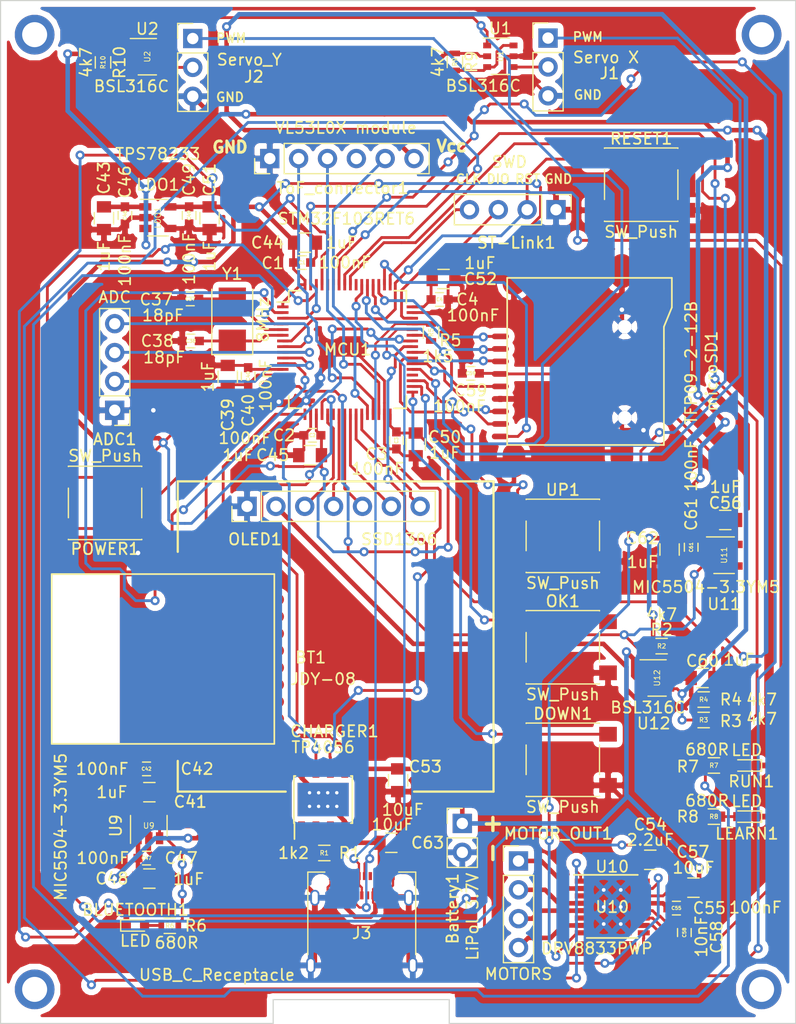
<source format=kicad_pcb>
(kicad_pcb (version 20171130) (host pcbnew "(5.0.2)-1")
  (layers (0 F.Cu signal) (31 B.Cu signal) (34 B.Paste user) (35 F.Paste user) (36 B.SilkS user) (37 F.SilkS user) (38 B.Mask user) (39 F.Mask user) (44 Edge.Cuts user))
  (net 0 "")
  (net 1 "Net-(ADC1-Pad4)")
  (net 2 "Net-(ADC1-Pad3)")
  (net 3 "Net-(ADC1-Pad2)")
  (net 4 GND)
  (net 5 3V7)
  (net 6 "Net-(BLUETOOTH1-Pad2)")
  (net 7 "Net-(BT1-Pad7)")
  (net 8 "Net-(BT1-Pad8)")
  (net 9 "Net-(BT1-Pad6)")
  (net 10 "Net-(BT1-Pad5)")
  (net 11 "Net-(BT1-Pad4)")
  (net 12 "Net-(BT1-Pad3)")
  (net 13 "Net-(BT1-Pad2)")
  (net 14 BT_Vcc)
  (net 15 "Net-(BT1-Pad17)")
  (net 16 "Net-(BT1-Pad18)")
  (net 17 RX)
  (net 18 TX)
  (net 19 "Net-(BT1-Pad21)")
  (net 20 BT_PWR)
  (net 21 BT_RST)
  (net 22 "Net-(BT1-Pad9)")
  (net 23 "Net-(BT1-Pad10)")
  (net 24 "Net-(BT1-Pad11)")
  (net 25 "Net-(BT1-Pad12)")
  (net 26 "Net-(BT1-Pad13)")
  (net 27 "Net-(BT1-Pad14)")
  (net 28 "Net-(BT1-Pad15)")
  (net 29 "Net-(BT1-Pad16)")
  (net 30 3V3_STM32)
  (net 31 "Net-(C37-Pad1)")
  (net 32 "Net-(C38-Pad1)")
  (net 33 "Net-(C54-Pad1)")
  (net 34 SD_Vcc)
  (net 35 VCP)
  (net 36 BATTERY_SENSE)
  (net 37 5V)
  (net 38 CHARGING)
  (net 39 FULL)
  (net 40 "Net-(CHARGER1-Pad2)")
  (net 41 "Net-(CHARGER1-Pad1)")
  (net 42 BUTTON_DOWN)
  (net 43 PWM_X)
  (net 44 "Net-(J1-Pad2)")
  (net 45 "Net-(J2-Pad2)")
  (net 46 PWM_Y)
  (net 47 "Net-(J3-PadB11)")
  (net 48 "Net-(J3-PadB10)")
  (net 49 "Net-(J3-PadB8)")
  (net 50 D-)
  (net 51 D+)
  (net 52 "Net-(J3-PadB5)")
  (net 53 "Net-(J3-PadB3)")
  (net 54 "Net-(J3-PadB2)")
  (net 55 "Net-(J3-PadA11)")
  (net 56 "Net-(J3-PadA8)")
  (net 57 "Net-(J3-PadA10)")
  (net 58 "Net-(J3-PadA5)")
  (net 59 "Net-(J3-PadA3)")
  (net 60 "Net-(J3-PadA2)")
  (net 61 "Net-(LEARN1-Pad2)")
  (net 62 A1)
  (net 63 A2)
  (net 64 "Net-(MCU1-Pad60)")
  (net 65 B1)
  (net 66 B2)
  (net 67 MOTORS_ENABLE)
  (net 68 nFAULT)
  (net 69 "Net-(MCU1-Pad55)")
  (net 70 SDIO_CMD)
  (net 71 SDIO_CLK)
  (net 72 SDIO_D3)
  (net 73 SDIO_D2)
  (net 74 SD_DETECTION)
  (net 75 SWCLK)
  (net 76 SWDIO)
  (net 77 USB_ENABLE)
  (net 78 SDIO_D1)
  (net 79 SDIO_D0)
  (net 80 "Net-(MCU1-Pad36)")
  (net 81 BUTTON_UP)
  (net 82 BUTTON_OK)
  (net 83 SDA)
  (net 84 SCL)
  (net 85 ToF_Enable)
  (net 86 CS)
  (net 87 DC)
  (net 88 RST)
  (net 89 MOSI)
  (net 90 "Net-(MCU1-Pad22)")
  (net 91 SCK)
  (net 92 BT_ENABLE)
  (net 93 MOSFET_ENABLE)
  (net 94 PA0)
  (net 95 Reset)
  (net 96 LED_RUN)
  (net 97 LED_TRAINING)
  (net 98 "Net-(MOTOR_OUT1-Pad4)")
  (net 99 OUT2)
  (net 100 "Net-(MOTOR_OUT1-Pad2)")
  (net 101 "Net-(MOTOR_OUT1-Pad1)")
  (net 102 MOSFET_OUT)
  (net 103 "Net-(R2-Pad2)")
  (net 104 "Net-(R7-Pad1)")
  (net 105 "Net-(R9-Pad2)")
  (net 106 "Net-(R10-Pad2)")
  (net 107 "Net-(ToF_connector1-Pad4)")
  (net 108 "Net-(U9-Pad4)")
  (net 109 "Net-(U11-Pad4)")
  (module Wire_Pads:SolderWirePad_single_1-2mmDrill (layer F.Cu) (at 144 70.1)
    (fp_text reference REF** hide)
    (fp_text value SolderWirePad_single_1-2mmDrill hide)
    (pad 1 thru_hole circle (at 0 0) (size 3.50012 3.50012) (drill 2.2) (layers *.Cu *.Mask))
  )
  (module Wire_Pads:SolderWirePad_single_1-2mmDrill (layer F.Cu) (at 208 70.1)
    (fp_text reference REF** hide)
    (fp_text value SolderWirePad_single_1-2mmDrill hide)
    (pad 1 thru_hole circle (at 0 0) (size 3.50012 3.50012) (drill 2.2) (layers *.Cu *.Mask))
  )
  (module Wire_Pads:SolderWirePad_single_1-2mmDrill (layer F.Cu) (at 208 154.1)
    (fp_text reference REF** hide)
    (fp_text value SolderWirePad_single_1-2mmDrill hide)
    (pad 1 thru_hole circle (at 0 0) (size 3.50012 3.50012) (drill 2.2) (layers *.Cu *.Mask))
  )
  (module Footprint_library:microSD_card_slot (layer F.Cu) (at 185.6 91.5 270)
    (fp_text reference microSD1 (at 8.2 -18 270) (layer F.SilkS))
    (fp_text value TFP09-2-12B (at 7.45 -16.2 270) (layer F.SilkS))
    (pad 10 thru_hole circle (at 12.3 -10.35 270) (size 1.2 1.2) (drill 1.2) (layers *.Cu *.Mask) (net 4 GND))
    (pad 10 thru_hole circle (at 4.3 -10.35 270) (size 1.2 1.2) (drill 1.2) (layers *.Cu *.Mask) (net 4 GND))
    (pad 8 smd oval (at 12.85 0.6 180) (size 1.5 0.5) (layers F.Cu F.Paste F.Mask) (net 78 SDIO_D1))
    (pad 7 smd oval (at 11.75 0.6 180) (size 1.5 0.5) (layers F.Cu F.Paste F.Mask) (net 79 SDIO_D0))
    (pad 6 smd oval (at 10.65 0.6 180) (size 1.5 0.5) (layers F.Cu F.Paste F.Mask) (net 4 GND))
    (pad 5 smd oval (at 9.55 0.6 180) (size 1.5 0.5) (layers F.Cu F.Paste F.Mask) (net 71 SDIO_CLK))
    (pad 4 smd oval (at 8.45 0.6 180) (size 1.5 0.5) (layers F.Cu F.Paste F.Mask) (net 34 SD_Vcc))
    (pad 1 smd oval (at 5.15 0.6 180) (size 1.5 0.5) (layers F.Cu F.Paste F.Mask) (net 73 SDIO_D2))
    (pad 2 smd oval (at 6.25 0.6 180) (size 1.5 0.5) (layers F.Cu F.Paste F.Mask) (net 72 SDIO_D3))
    (pad 9 smd oval (at 13.95 0.6 180) (size 1.5 0.5) (layers F.Cu F.Paste F.Mask) (net 74 SD_DETECTION))
    (pad 3 smd oval (at 7.35 0.6 180) (size 1.5 0.5) (layers F.Cu F.Paste F.Mask) (net 70 SDIO_CMD))
    (pad 10 smd oval (at 16.05 -0.6 90) (size 3 2) (layers F.Cu F.Paste F.Mask) (net 4 GND))
    (pad 10 smd oval (at 15.35 -10.1 90) (size 3 2) (layers F.Cu F.Paste F.Mask) (net 4 GND))
    (pad 10 smd oval (at -0.6 -10.1 90) (size 3 2) (layers F.Cu F.Paste F.Mask) (net 4 GND))
    (pad 10 smd oval (at 0 -0.6 90) (size 3 2) (layers F.Cu F.Paste F.Mask) (net 4 GND))
  )
  (module Socket_Strips:Socket_Strip_Straight_1x04_Pitch2.54mm (layer F.Cu) (at 151.05 103.15 180)
    (fp_text reference ADC1 (at 0 -2.55 180) (layer F.SilkS))
    (fp_text value ADC (at 0 9.95 180) (layer F.SilkS))
    (fp_text user %R (at 0 -2.55 180) (layer F.SilkS))
    (pad 4 thru_hole oval (at 0 7.62 180) (size 1.7 1.7) (drill 1) (layers *.Cu *.Mask) (net 1 "Net-(ADC1-Pad4)"))
    (pad 3 thru_hole oval (at 0 5.08 180) (size 1.7 1.7) (drill 1) (layers *.Cu *.Mask) (net 2 "Net-(ADC1-Pad3)"))
    (pad 2 thru_hole oval (at 0 2.54 180) (size 1.7 1.7) (drill 1) (layers *.Cu *.Mask) (net 3 "Net-(ADC1-Pad2)"))
    (pad 1 thru_hole rect (at 0 0 180) (size 1.7 1.7) (drill 1) (layers *.Cu *.Mask) (net 4 GND))
  )
  (module Socket_Strips:Socket_Strip_Straight_1x02_Pitch2.54mm (layer F.Cu) (at 181.65 139.5)
    (fp_text reference Battery1 (at -0.85 7.5 90) (layer F.SilkS))
    (fp_text value "LiPol 3.7V" (at 0.9 8.2 90) (layer F.SilkS))
    (fp_text user %R (at -0.85 7.5 90) (layer F.SilkS))
    (pad 2 thru_hole oval (at 0 2.54) (size 1.7 1.7) (drill 1) (layers *.Cu *.Mask) (net 4 GND))
    (pad 1 thru_hole rect (at 0 0) (size 1.7 1.7) (drill 1) (layers *.Cu *.Mask) (net 5 3V7))
  )
  (module LEDs:LED_0603 (layer F.Cu) (at 152.875001 148.475001)
    (fp_text reference BLUETOOTH1 (at 0 -1.375001) (layer F.SilkS))
    (fp_text value LED (at 0 1.35) (layer F.SilkS))
    (pad 2 smd rect (at 0.8 0 180) (size 0.8 0.8) (layers F.Cu F.Paste F.Mask) (net 6 "Net-(BLUETOOTH1-Pad2)"))
    (pad 1 smd rect (at -0.8 0 180) (size 0.8 0.8) (layers F.Cu F.Paste F.Mask) (net 4 GND))
  )
  (module Bluetooth:JDY-08_module (layer F.Cu) (at 165.1 132.5 90)
    (fp_text reference BT1 (at 7.6 3.2 180) (layer F.SilkS))
    (fp_text value JDY-08 (at 5.7 4.3 180) (layer F.SilkS))
    (pad 7 smd oval (at 0 -3 90) (size 1.7 1) (layers F.Cu F.Paste F.Mask) (net 7 "Net-(BT1-Pad7)"))
    (pad 8 smd oval (at 0 -1.5 90) (size 1.7 1) (layers F.Cu F.Paste F.Mask) (net 8 "Net-(BT1-Pad8)"))
    (pad 6 smd oval (at 0 -4.5 90) (size 1.7 1) (layers F.Cu F.Paste F.Mask) (net 9 "Net-(BT1-Pad6)"))
    (pad 5 smd oval (at 0 -6 90) (size 1.7 1) (layers F.Cu F.Paste F.Mask) (net 10 "Net-(BT1-Pad5)"))
    (pad 4 smd oval (at 0 -7.5 90) (size 1.7 1) (layers F.Cu F.Paste F.Mask) (net 11 "Net-(BT1-Pad4)"))
    (pad 3 smd oval (at 0 -9 90) (size 1.7 1) (layers F.Cu F.Paste F.Mask) (net 12 "Net-(BT1-Pad3)"))
    (pad 2 smd oval (at 0 -10.5 90) (size 1.7 1) (layers F.Cu F.Paste F.Mask) (net 13 "Net-(BT1-Pad2)"))
    (pad 1 smd oval (at 0 -12 90) (size 1.7 1) (layers F.Cu F.Paste F.Mask) (net 14 BT_Vcc))
    (pad 17 smd oval (at 15 -1.5 90) (size 1.7 1) (layers F.Cu F.Paste F.Mask) (net 15 "Net-(BT1-Pad17)"))
    (pad 18 smd oval (at 15 -3 90) (size 1.7 1) (layers F.Cu F.Paste F.Mask) (net 16 "Net-(BT1-Pad18)"))
    (pad 19 smd oval (at 15 -4.5 90) (size 1.7 1) (layers F.Cu F.Paste F.Mask) (net 17 RX))
    (pad 20 smd oval (at 15 -6 90) (size 1.7 1) (layers F.Cu F.Paste F.Mask) (net 18 TX))
    (pad 21 smd oval (at 15 -7.5 90) (size 1.7 1) (layers F.Cu F.Paste F.Mask) (net 19 "Net-(BT1-Pad21)"))
    (pad 22 smd oval (at 15 -9 90) (size 1.7 1) (layers F.Cu F.Paste F.Mask) (net 20 BT_PWR))
    (pad 23 smd oval (at 15 -10.5 90) (size 1.7 1) (layers F.Cu F.Paste F.Mask) (net 21 BT_RST))
    (pad 24 smd oval (at 15 -12 90) (size 1.7 1) (layers F.Cu F.Paste F.Mask) (net 4 GND))
    (pad 9 smd oval (at 2.2 0 180) (size 1.7 1) (layers F.Cu F.Paste F.Mask) (net 22 "Net-(BT1-Pad9)"))
    (pad 10 smd oval (at 3.7 0 180) (size 1.7 1) (layers F.Cu F.Paste F.Mask) (net 23 "Net-(BT1-Pad10)"))
    (pad 11 smd oval (at 5.2 0 180) (size 1.7 1) (layers F.Cu F.Paste F.Mask) (net 24 "Net-(BT1-Pad11)"))
    (pad 12 smd oval (at 6.7 0 180) (size 1.7 1) (layers F.Cu F.Paste F.Mask) (net 25 "Net-(BT1-Pad12)"))
    (pad 13 smd oval (at 8.2 0 180) (size 1.7 1) (layers F.Cu F.Paste F.Mask) (net 26 "Net-(BT1-Pad13)"))
    (pad 14 smd oval (at 9.7 0 180) (size 1.7 1) (layers F.Cu F.Paste F.Mask) (net 27 "Net-(BT1-Pad14)"))
    (pad 15 smd oval (at 11.2 0 180) (size 1.7 1) (layers F.Cu F.Paste F.Mask) (net 28 "Net-(BT1-Pad15)"))
    (pad 16 smd oval (at 12.7 0 180) (size 1.7 1) (layers F.Cu F.Paste F.Mask) (net 29 "Net-(BT1-Pad16)"))
  )
  (module Capacitors_SMD:C_0603 (layer F.Cu) (at 167.55 90.15 180)
    (fp_text reference C1 (at 2.6 -0.05 180) (layer F.SilkS))
    (fp_text value 100nF (at -3.75 0 180) (layer F.SilkS))
    (fp_text user %R (at 0 0 180) (layer F.SilkS) (effects (font (size 0.3 0.3) (thickness 0.075))))
    (pad 1 smd rect (at -0.75 0 180) (size 0.8 0.75) (layers F.Cu F.Paste F.Mask) (net 4 GND))
    (pad 2 smd rect (at 0.75 0 180) (size 0.8 0.75) (layers F.Cu F.Paste F.Mask) (net 30 3V3_STM32))
  )
  (module Capacitors_SMD:C_0603 (layer F.Cu) (at 168.45 105.35 180)
    (fp_text reference C2 (at 2.5 0 180) (layer F.SilkS))
    (fp_text value 100nF (at 5.95 -0.25 180) (layer F.SilkS))
    (fp_text user %R (at 0 0 180) (layer F.SilkS) (effects (font (size 0.3 0.3) (thickness 0.075))))
    (pad 2 smd rect (at 0.75 0 180) (size 0.8 0.75) (layers F.Cu F.Paste F.Mask) (net 4 GND))
    (pad 1 smd rect (at -0.75 0 180) (size 0.8 0.75) (layers F.Cu F.Paste F.Mask) (net 30 3V3_STM32))
  )
  (module Capacitors_SMD:C_0603 (layer F.Cu) (at 175.85 105.8 270)
    (fp_text reference C3 (at 1.2 1.75) (layer F.SilkS))
    (fp_text value 100nF (at 2.5 1.65) (layer F.SilkS))
    (fp_text user %R (at 0 0 270) (layer F.SilkS) (effects (font (size 0.3 0.3) (thickness 0.075))))
    (pad 1 smd rect (at -0.75 0 270) (size 0.8 0.75) (layers F.Cu F.Paste F.Mask) (net 30 3V3_STM32))
    (pad 2 smd rect (at 0.75 0 270) (size 0.8 0.75) (layers F.Cu F.Paste F.Mask) (net 4 GND))
  )
  (module Capacitors_SMD:C_0603 (layer F.Cu) (at 179.65 93.4)
    (fp_text reference C4 (at 2.45 0) (layer F.SilkS))
    (fp_text value 100nF (at 2.95 1.4) (layer F.SilkS))
    (fp_text user %R (at 0 0) (layer F.SilkS) (effects (font (size 0.3 0.3) (thickness 0.075))))
    (pad 2 smd rect (at 0.75 0) (size 0.8 0.75) (layers F.Cu F.Paste F.Mask) (net 4 GND))
    (pad 1 smd rect (at -0.75 0) (size 0.8 0.75) (layers F.Cu F.Paste F.Mask) (net 30 3V3_STM32))
  )
  (module Capacitors_SMD:C_0603 (layer F.Cu) (at 157.7 93.35 180)
    (fp_text reference C37 (at 3 -0.05 180) (layer F.SilkS))
    (fp_text value 18pF (at 2.4 -1.45 180) (layer F.SilkS))
    (fp_text user %R (at 0 0 180) (layer F.SilkS) (effects (font (size 0.3 0.3) (thickness 0.075))))
    (pad 1 smd rect (at -0.75 0 180) (size 0.8 0.75) (layers F.Cu F.Paste F.Mask) (net 31 "Net-(C37-Pad1)"))
    (pad 2 smd rect (at 0.75 0 180) (size 0.8 0.75) (layers F.Cu F.Paste F.Mask) (net 4 GND))
  )
  (module Capacitors_SMD:C_0603 (layer F.Cu) (at 157.75 97.05 180)
    (fp_text reference C38 (at 2.95 0 180) (layer F.SilkS))
    (fp_text value 18pF (at 2.35 -1.45 180) (layer F.SilkS))
    (fp_text user %R (at 0 0 180) (layer F.SilkS) (effects (font (size 0.3 0.3) (thickness 0.075))))
    (pad 2 smd rect (at 0.75 0 180) (size 0.8 0.75) (layers F.Cu F.Paste F.Mask) (net 4 GND))
    (pad 1 smd rect (at -0.75 0 180) (size 0.8 0.75) (layers F.Cu F.Paste F.Mask) (net 32 "Net-(C38-Pad1)"))
  )
  (module Capacitors_SMD:C_0805 (layer F.Cu) (at 161 100.2 270)
    (fp_text reference C39 (at 3.35 0 270) (layer F.SilkS))
    (fp_text value 1uF (at 0 1.75 270) (layer F.SilkS))
    (fp_text user %R (at 3.35 0 270) (layer F.SilkS))
    (pad 1 smd rect (at -1 0 270) (size 1 1.25) (layers F.Cu F.Paste F.Mask) (net 4 GND))
    (pad 2 smd rect (at 1 0 270) (size 1 1.25) (layers F.Cu F.Paste F.Mask) (net 30 3V3_STM32))
  )
  (module Capacitors_SMD:C_0603 (layer F.Cu) (at 162.8 100.15 90)
    (fp_text reference C40 (at -3 0 90) (layer F.SilkS))
    (fp_text value 100nF (at -0.8 1.55 90) (layer F.SilkS))
    (fp_text user %R (at 0 0 90) (layer F.SilkS) (effects (font (size 0.3 0.3) (thickness 0.075))))
    (pad 1 smd rect (at -0.75 0 90) (size 0.8 0.75) (layers F.Cu F.Paste F.Mask) (net 30 3V3_STM32))
    (pad 2 smd rect (at 0.75 0 90) (size 0.8 0.75) (layers F.Cu F.Paste F.Mask) (net 4 GND))
  )
  (module Capacitors_SMD:C_0805 (layer F.Cu) (at 154.1 136.75 180)
    (fp_text reference C41 (at -3.6 -0.85 180) (layer F.SilkS))
    (fp_text value 1uF (at 3.3 0 180) (layer F.SilkS))
    (fp_text user %R (at -3.6 -0.85 180) (layer F.SilkS))
    (pad 2 smd rect (at 1 0 180) (size 1 1.25) (layers F.Cu F.Paste F.Mask) (net 14 BT_Vcc))
    (pad 1 smd rect (at -1 0 180) (size 1 1.25) (layers F.Cu F.Paste F.Mask) (net 4 GND))
  )
  (module Capacitors_SMD:C_0603 (layer F.Cu) (at 153.85 134.7 180)
    (fp_text reference C42 (at -4.45 0 180) (layer F.SilkS))
    (fp_text value 100nF (at 3.9 0 180) (layer F.SilkS))
    (fp_text user %R (at 0 0 180) (layer F.SilkS) (effects (font (size 0.3 0.3) (thickness 0.075))))
    (pad 1 smd rect (at -0.75 0 180) (size 0.8 0.75) (layers F.Cu F.Paste F.Mask) (net 4 GND))
    (pad 2 smd rect (at 0.75 0 180) (size 0.8 0.75) (layers F.Cu F.Paste F.Mask) (net 14 BT_Vcc))
  )
  (module Capacitors_SMD:C_0805 (layer F.Cu) (at 150.1 86.25 90)
    (fp_text reference C43 (at 3.55 0 90) (layer F.SilkS))
    (fp_text value 1uF (at -3.35 0 90) (layer F.SilkS))
    (fp_text user %R (at 3.55 0 90) (layer F.SilkS))
    (pad 2 smd rect (at 1 0 90) (size 1 1.25) (layers F.Cu F.Paste F.Mask) (net 5 3V7))
    (pad 1 smd rect (at -1 0 90) (size 1 1.25) (layers F.Cu F.Paste F.Mask) (net 4 GND))
  )
  (module Capacitors_SMD:C_0805 (layer F.Cu) (at 167.8 88.4 180)
    (fp_text reference C44 (at 3.3 0 180) (layer F.SilkS))
    (fp_text value 1uF (at -3.2 0 180) (layer F.SilkS))
    (fp_text user %R (at 3.3 0 180) (layer F.SilkS))
    (pad 1 smd rect (at -1 0 180) (size 1 1.25) (layers F.Cu F.Paste F.Mask) (net 4 GND))
    (pad 2 smd rect (at 1 0 180) (size 1 1.25) (layers F.Cu F.Paste F.Mask) (net 30 3V3_STM32))
  )
  (module Capacitors_SMD:C_0805 (layer F.Cu) (at 168.25 107.1)
    (fp_text reference C45 (at -3.3 0) (layer F.SilkS))
    (fp_text value 1uF (at -6.35 0) (layer F.SilkS))
    (fp_text user %R (at -3.3 0) (layer F.SilkS))
    (pad 2 smd rect (at 1 0) (size 1 1.25) (layers F.Cu F.Paste F.Mask) (net 30 3V3_STM32))
    (pad 1 smd rect (at -1 0) (size 1 1.25) (layers F.Cu F.Paste F.Mask) (net 4 GND))
  )
  (module Capacitors_SMD:C_0603 (layer F.Cu) (at 151.95 86 90)
    (fp_text reference C46 (at 2.95 0 90) (layer F.SilkS))
    (fp_text value 100nF (at -3.95 0 90) (layer F.SilkS))
    (fp_text user %R (at 0 0 90) (layer F.SilkS) (effects (font (size 0.3 0.3) (thickness 0.075))))
    (pad 2 smd rect (at 0.75 0 90) (size 0.8 0.75) (layers F.Cu F.Paste F.Mask) (net 5 3V7))
    (pad 1 smd rect (at -0.75 0 90) (size 0.8 0.75) (layers F.Cu F.Paste F.Mask) (net 4 GND))
  )
  (module Capacitors_SMD:C_0603 (layer F.Cu) (at 153.85 142.55 180)
    (fp_text reference C47 (at -3.05 0 180) (layer F.SilkS))
    (fp_text value 100nF (at 3.85 0 180) (layer F.SilkS))
    (fp_text user %R (at 0 0 180) (layer F.SilkS) (effects (font (size 0.3 0.3) (thickness 0.075))))
    (pad 2 smd rect (at 0.75 0 180) (size 0.8 0.75) (layers F.Cu F.Paste F.Mask) (net 5 3V7))
    (pad 1 smd rect (at -0.75 0 180) (size 0.8 0.75) (layers F.Cu F.Paste F.Mask) (net 4 GND))
  )
  (module Capacitors_SMD:C_0805 (layer F.Cu) (at 154.1 144.35 180)
    (fp_text reference C48 (at 3.3 0 180) (layer F.SilkS))
    (fp_text value 1uF (at -3.45 -0.05 180) (layer F.SilkS))
    (fp_text user %R (at 3.3 0 180) (layer F.SilkS))
    (pad 2 smd rect (at 1 0 180) (size 1 1.25) (layers F.Cu F.Paste F.Mask) (net 5 3V7))
    (pad 1 smd rect (at -1 0 180) (size 1 1.25) (layers F.Cu F.Paste F.Mask) (net 4 GND))
  )
  (module Capacitors_SMD:C_0603 (layer F.Cu) (at 157.6 86 90)
    (fp_text reference C49 (at 3.15 0 90) (layer F.SilkS))
    (fp_text value 100nF (at -3.8 0 90) (layer F.SilkS))
    (fp_text user %R (at 0 0 90) (layer F.SilkS) (effects (font (size 0.3 0.3) (thickness 0.075))))
    (pad 1 smd rect (at -0.75 0 90) (size 0.8 0.75) (layers F.Cu F.Paste F.Mask) (net 4 GND))
    (pad 2 smd rect (at 0.75 0 90) (size 0.8 0.75) (layers F.Cu F.Paste F.Mask) (net 30 3V3_STM32))
  )
  (module Capacitors_SMD:C_0805 (layer F.Cu) (at 177.55 106.15 90)
    (fp_text reference C50 (at 0.65 2.55 180) (layer F.SilkS))
    (fp_text value 1uF (at -0.75 2.55 180) (layer F.SilkS))
    (fp_text user %R (at 0.65 2.55 180) (layer F.SilkS))
    (pad 1 smd rect (at -1 0 90) (size 1 1.25) (layers F.Cu F.Paste F.Mask) (net 4 GND))
    (pad 2 smd rect (at 1 0 90) (size 1 1.25) (layers F.Cu F.Paste F.Mask) (net 30 3V3_STM32))
  )
  (module Capacitors_SMD:C_0805 (layer F.Cu) (at 159.4 86.25 90)
    (fp_text reference C51 (at 3.4 0 90) (layer F.SilkS))
    (fp_text value 1uF (at -3.35 0 90) (layer F.SilkS))
    (fp_text user %R (at 3.4 0 90) (layer F.SilkS))
    (pad 1 smd rect (at -1 0 90) (size 1 1.25) (layers F.Cu F.Paste F.Mask) (net 4 GND))
    (pad 2 smd rect (at 1 0 90) (size 1 1.25) (layers F.Cu F.Paste F.Mask) (net 30 3V3_STM32))
  )
  (module Capacitors_SMD:C_0805 (layer F.Cu) (at 180 91.6 180)
    (fp_text reference C52 (at -3.25 0 180) (layer F.SilkS))
    (fp_text value 1uF (at -3.2 1.4 180) (layer F.SilkS))
    (fp_text user %R (at -3.25 0 180) (layer F.SilkS))
    (pad 2 smd rect (at 1 0 180) (size 1 1.25) (layers F.Cu F.Paste F.Mask) (net 30 3V3_STM32))
    (pad 1 smd rect (at -1 0 180) (size 1 1.25) (layers F.Cu F.Paste F.Mask) (net 4 GND))
  )
  (module Capacitors_SMD:C_0805 (layer F.Cu) (at 176 135.7 90)
    (fp_text reference C53 (at 1.2 2.4 180) (layer F.SilkS))
    (fp_text value 10uF (at -2.6 0.4 180) (layer F.SilkS))
    (fp_text user %R (at 1.2 2.4 180) (layer F.SilkS))
    (pad 1 smd rect (at -1 0 90) (size 1 1.25) (layers F.Cu F.Paste F.Mask) (net 4 GND))
    (pad 2 smd rect (at 1 0 90) (size 1 1.25) (layers F.Cu F.Paste F.Mask) (net 5 3V7))
  )
  (module Capacitors_SMD:C_0805 (layer F.Cu) (at 198.2 142.7 180)
    (fp_text reference C54 (at 0 3.1 180) (layer F.SilkS))
    (fp_text value 2.2uF (at 0 1.75 180) (layer F.SilkS))
    (fp_text user %R (at 0 3.1 180) (layer F.SilkS))
    (pad 2 smd rect (at 1 0 180) (size 1 1.25) (layers F.Cu F.Paste F.Mask) (net 4 GND))
    (pad 1 smd rect (at -1 0 180) (size 1 1.25) (layers F.Cu F.Paste F.Mask) (net 33 "Net-(C54-Pad1)"))
  )
  (module Capacitors_SMD:C_0603 (layer F.Cu) (at 200.5 146.95 180)
    (fp_text reference C55 (at -2.9 0 180) (layer F.SilkS))
    (fp_text value 100nF (at -6.95 0.05 180) (layer F.SilkS))
    (fp_text user %R (at 0 0 180) (layer F.SilkS) (effects (font (size 0.3 0.3) (thickness 0.075))))
    (pad 2 smd rect (at 0.75 0 180) (size 0.8 0.75) (layers F.Cu F.Paste F.Mask) (net 4 GND))
    (pad 1 smd rect (at -0.75 0 180) (size 0.8 0.75) (layers F.Cu F.Paste F.Mask) (net 5 3V7))
  )
  (module Capacitors_SMD:C_0805 (layer F.Cu) (at 204.8 112.8)
    (fp_text reference C56 (at 0 -1.5) (layer F.SilkS))
    (fp_text value 1uF (at 0 -2.9) (layer F.SilkS))
    (fp_text user %R (at 0 -1.5) (layer F.SilkS))
    (pad 2 smd rect (at 1 0) (size 1 1.25) (layers F.Cu F.Paste F.Mask) (net 34 SD_Vcc))
    (pad 1 smd rect (at -1 0) (size 1 1.25) (layers F.Cu F.Paste F.Mask) (net 4 GND))
  )
  (module Capacitors_SMD:C_0805 (layer F.Cu) (at 202 145.15 180)
    (fp_text reference C57 (at 0.05 3.15 180) (layer F.SilkS))
    (fp_text value 10uF (at 0 1.75 180) (layer F.SilkS))
    (fp_text user %R (at 0.05 3.15 180) (layer F.SilkS))
    (pad 1 smd rect (at -1 0 180) (size 1 1.25) (layers F.Cu F.Paste F.Mask) (net 5 3V7))
    (pad 2 smd rect (at 1 0 180) (size 1 1.25) (layers F.Cu F.Paste F.Mask) (net 4 GND))
  )
  (module Capacitors_SMD:C_0603 (layer F.Cu) (at 201.2 149.1 90)
    (fp_text reference C58 (at -0.4 2.85 90) (layer F.SilkS))
    (fp_text value 10nF (at -0.35 1.5 90) (layer F.SilkS))
    (fp_text user %R (at 0 0 90) (layer F.SilkS) (effects (font (size 0.3 0.3) (thickness 0.075))))
    (pad 1 smd rect (at -0.75 0 90) (size 0.8 0.75) (layers F.Cu F.Paste F.Mask) (net 35 VCP))
    (pad 2 smd rect (at 0.75 0 90) (size 0.8 0.75) (layers F.Cu F.Paste F.Mask) (net 5 3V7))
  )
  (module Capacitors_SMD:C_0603 (layer F.Cu) (at 182.4 99.9)
    (fp_text reference C59 (at 0 1.5) (layer F.SilkS))
    (fp_text value 100nF (at -1 2.9) (layer F.SilkS))
    (fp_text user %R (at 0 0) (layer F.SilkS) (effects (font (size 0.3 0.3) (thickness 0.075))))
    (pad 2 smd rect (at 0.75 0) (size 0.8 0.75) (layers F.Cu F.Paste F.Mask) (net 34 SD_Vcc))
    (pad 1 smd rect (at -0.75 0) (size 0.8 0.75) (layers F.Cu F.Paste F.Mask) (net 4 GND))
  )
  (module Capacitors_SMD:C_0805 (layer F.Cu) (at 202.8 126.7)
    (fp_text reference C60 (at 0 -1.5) (layer F.SilkS))
    (fp_text value 1uF (at 3.2 -1.6) (layer F.SilkS))
    (fp_text user %R (at 0 -1.5) (layer F.SilkS))
    (pad 1 smd rect (at -1 0) (size 1 1.25) (layers F.Cu F.Paste F.Mask) (net 4 GND))
    (pad 2 smd rect (at 1 0) (size 1 1.25) (layers F.Cu F.Paste F.Mask) (net 36 BATTERY_SENSE))
  )
  (module Capacitors_SMD:C_0603 (layer F.Cu) (at 201.8 115.2 90)
    (fp_text reference C61 (at 2.9 0 90) (layer F.SilkS))
    (fp_text value 100nF (at 7.2 0 90) (layer F.SilkS))
    (fp_text user %R (at 0 0 90) (layer F.SilkS) (effects (font (size 0.3 0.3) (thickness 0.075))))
    (pad 1 smd rect (at -0.75 0 90) (size 0.8 0.75) (layers F.Cu F.Paste F.Mask) (net 4 GND))
    (pad 2 smd rect (at 0.75 0 90) (size 0.8 0.75) (layers F.Cu F.Paste F.Mask) (net 5 3V7))
  )
  (module Capacitors_SMD:C_0805 (layer F.Cu) (at 199.9 115.4 90)
    (fp_text reference C62 (at 1 -2.4 180) (layer F.SilkS))
    (fp_text value 1uF (at -1.1 -2.4 180) (layer F.SilkS))
    (fp_text user %R (at 1 -2.4 180) (layer F.SilkS))
    (pad 2 smd rect (at 1 0 90) (size 1 1.25) (layers F.Cu F.Paste F.Mask) (net 5 3V7))
    (pad 1 smd rect (at -1 0 90) (size 1 1.25) (layers F.Cu F.Paste F.Mask) (net 4 GND))
  )
  (module Capacitors_SMD:C_0805 (layer F.Cu) (at 175.4 141.2 180)
    (fp_text reference C63 (at -3.2 0 180) (layer F.SilkS))
    (fp_text value 10uF (at -0.1 1.6 180) (layer F.SilkS))
    (fp_text user %R (at -3.2 0 180) (layer F.SilkS))
    (pad 1 smd rect (at -1 0 180) (size 1 1.25) (layers F.Cu F.Paste F.Mask) (net 4 GND))
    (pad 2 smd rect (at 1 0 180) (size 1 1.25) (layers F.Cu F.Paste F.Mask) (net 37 5V))
  )
  (module Housings_SOIC:HTSOP-8-1EP_3.9x4.9mm_Pitch1.27mm_ThermalVias_LargeCopper (layer F.Cu) (at 169.4 137.4 90)
    (fp_text reference CHARGER1 (at 6 1 180) (layer F.SilkS))
    (fp_text value TP4056 (at 4.6 0 180) (layer F.SilkS))
    (fp_text user %R (at 6 1 180) (layer F.SilkS) (effects (font (thickness 0.135))))
    (pad 9 thru_hole circle (at 0.6 1.2 90) (size 0.6 0.6) (drill 0.3) (layers *.Cu) (net 37 5V))
    (pad 9 thru_hole circle (at 0.6 0.4 90) (size 0.6 0.6) (drill 0.3) (layers *.Cu) (net 37 5V))
    (pad 9 thru_hole circle (at -0.6 0.4 90) (size 0.6 0.6) (drill 0.3) (layers *.Cu) (net 37 5V))
    (pad 9 thru_hole circle (at -0.6 1.2 90) (size 0.6 0.6) (drill 0.3) (layers *.Cu) (net 37 5V))
    (pad 9 thru_hole circle (at 0.6 -1.2 90) (size 0.6 0.6) (drill 0.3) (layers *.Cu) (net 37 5V))
    (pad 9 thru_hole circle (at 0.6 -0.4 90) (size 0.6 0.6) (drill 0.3) (layers *.Cu) (net 37 5V))
    (pad 9 thru_hole circle (at -0.6 -0.4 90) (size 0.6 0.6) (drill 0.3) (layers *.Cu) (net 37 5V))
    (pad 9 thru_hole circle (at -0.6 -1.2 90) (size 0.6 0.6) (drill 0.3) (layers *.Cu) (net 37 5V))
    (pad 9 smd rect (at 0 0 90) (size 2.95 4.5) (layers B.Cu) (net 37 5V))
    (pad 9 smd rect (at -0.6 -0.8 90) (size 1.2 1.6) (layers F.Cu F.Paste F.Mask) (net 37 5V))
    (pad 9 smd rect (at -0.6 0.8 90) (size 1.2 1.6) (layers F.Cu F.Paste F.Mask) (net 37 5V))
    (pad 9 smd rect (at 0.6 -0.8 90) (size 1.2 1.6) (layers F.Cu F.Paste F.Mask) (net 37 5V))
    (pad 9 smd rect (at 0.6 0.8 90) (size 1.2 1.6) (layers F.Cu F.Paste F.Mask) (net 37 5V))
    (pad 8 smd rect (at 2.7 -1.905 90) (size 1.55 0.6) (layers F.Cu F.Paste F.Mask) (net 37 5V))
    (pad 7 smd rect (at 2.7 -0.635 90) (size 1.55 0.6) (layers F.Cu F.Paste F.Mask) (net 38 CHARGING))
    (pad 6 smd rect (at 2.7 0.635 90) (size 1.55 0.6) (layers F.Cu F.Paste F.Mask) (net 39 FULL))
    (pad 5 smd rect (at 2.7 1.905 90) (size 1.55 0.6) (layers F.Cu F.Paste F.Mask) (net 5 3V7))
    (pad 4 smd rect (at -2.7 1.905 90) (size 1.55 0.6) (layers F.Cu F.Paste F.Mask) (net 37 5V))
    (pad 3 smd rect (at -2.7 0.635 90) (size 1.55 0.6) (layers F.Cu F.Paste F.Mask) (net 4 GND))
    (pad 2 smd rect (at -2.7 -0.635 90) (size 1.55 0.6) (layers F.Cu F.Paste F.Mask) (net 40 "Net-(CHARGER1-Pad2)"))
    (pad 1 smd rect (at -2.7 -1.905 90) (size 1.55 0.6) (layers F.Cu F.Paste F.Mask) (net 41 "Net-(CHARGER1-Pad1)"))
    (pad 9 smd rect (at 0 0 90) (size 2.95 4.5) (layers F.Cu) (net 37 5V))
  )
  (module Buttons_Switches_SMD:SW_SPST_PTS645 (layer F.Cu) (at 190.5 133.9)
    (fp_text reference DOWN1 (at 0 -4.05) (layer F.SilkS))
    (fp_text value SW_Push (at 0 4.15) (layer F.SilkS))
    (fp_text user %R (at 0 -4.05) (layer F.SilkS))
    (pad 2 smd rect (at 3.98 2.25) (size 1.55 1.3) (layers F.Cu F.Paste F.Mask) (net 4 GND))
    (pad 1 smd rect (at 3.98 -2.25) (size 1.55 1.3) (layers F.Cu F.Paste F.Mask) (net 42 BUTTON_DOWN))
    (pad 1 smd rect (at -3.98 -2.25) (size 1.55 1.3) (layers F.Cu F.Paste F.Mask) (net 42 BUTTON_DOWN))
    (pad 2 smd rect (at -3.98 2.25) (size 1.55 1.3) (layers F.Cu F.Paste F.Mask) (net 4 GND))
  )
  (module Socket_Strips:Socket_Strip_Straight_1x03_Pitch2.54mm (layer F.Cu) (at 189.2 70.4)
    (fp_text reference J1 (at 5.4 3.1) (layer F.SilkS))
    (fp_text value "Servo X" (at 5.1 1.7) (layer F.SilkS))
    (fp_text user %R (at 5.4 3.1) (layer F.SilkS))
    (pad 1 thru_hole rect (at 0 0) (size 1.7 1.7) (drill 1) (layers *.Cu *.Mask) (net 43 PWM_X))
    (pad 2 thru_hole oval (at 0 2.54) (size 1.7 1.7) (drill 1) (layers *.Cu *.Mask) (net 44 "Net-(J1-Pad2)"))
    (pad 3 thru_hole oval (at 0 5.08) (size 1.7 1.7) (drill 1) (layers *.Cu *.Mask) (net 4 GND))
  )
  (module Socket_Strips:Socket_Strip_Straight_1x03_Pitch2.54mm (layer F.Cu) (at 157.920622 70.439797)
    (fp_text reference J2 (at 5.379378 3.360203) (layer F.SilkS))
    (fp_text value Servo_Y (at 4.979378 1.860203) (layer F.SilkS))
    (fp_text user %R (at 5.379378 3.360203) (layer F.SilkS))
    (pad 3 thru_hole oval (at 0 5.08) (size 1.7 1.7) (drill 1) (layers *.Cu *.Mask) (net 4 GND))
    (pad 2 thru_hole oval (at 0 2.54) (size 1.7 1.7) (drill 1) (layers *.Cu *.Mask) (net 45 "Net-(J2-Pad2)"))
    (pad 1 thru_hole rect (at 0 0) (size 1.7 1.7) (drill 1) (layers *.Cu *.Mask) (net 46 PWM_Y))
  )
  (module Connectors_USB:USB_C_Receptacle_Amphenol_12401610E4-2A (layer F.Cu) (at 172.8 149.15)
    (fp_text reference J3 (at 0 0) (layer F.SilkS))
    (fp_text value USB_C_Receptacle (at -12.75 3.675) (layer F.SilkS))
    (fp_text user %R (at 0 0) (layer F.SilkS) (effects (font (thickness 0.1))))
    (pad B12 smd rect (at -3 -3.32) (size 0.3 0.7) (layers F.Cu F.Paste F.Mask) (net 4 GND))
    (pad B11 smd rect (at -2.5 -3.32) (size 0.3 0.7) (layers F.Cu F.Paste F.Mask) (net 47 "Net-(J3-PadB11)"))
    (pad B10 smd rect (at -2 -3.32) (size 0.3 0.7) (layers F.Cu F.Paste F.Mask) (net 48 "Net-(J3-PadB10)"))
    (pad B9 smd rect (at -1.5 -3.32) (size 0.3 0.7) (layers F.Cu F.Paste F.Mask) (net 37 5V))
    (pad B8 smd rect (at -1 -3.32) (size 0.3 0.7) (layers F.Cu F.Paste F.Mask) (net 49 "Net-(J3-PadB8)"))
    (pad B7 smd rect (at -0.5 -3.32) (size 0.3 0.7) (layers F.Cu F.Paste F.Mask) (net 50 D-))
    (pad B6 smd rect (at 0 -3.32) (size 0.3 0.7) (layers F.Cu F.Paste F.Mask) (net 51 D+))
    (pad B5 smd rect (at 0.5 -3.32) (size 0.3 0.7) (layers F.Cu F.Paste F.Mask) (net 52 "Net-(J3-PadB5)"))
    (pad B4 smd rect (at 1 -3.32) (size 0.3 0.7) (layers F.Cu F.Paste F.Mask) (net 37 5V))
    (pad B3 smd rect (at 1.5 -3.32) (size 0.3 0.7) (layers F.Cu F.Paste F.Mask) (net 53 "Net-(J3-PadB3)"))
    (pad B2 smd rect (at 2 -3.32) (size 0.3 0.7) (layers F.Cu F.Paste F.Mask) (net 54 "Net-(J3-PadB2)"))
    (pad "" np_thru_hole circle (at -3.6 -4.36) (size 0.65 0.65) (drill 0.65) (layers *.Cu *.Mask))
    (pad "" np_thru_hole oval (at 3.6 -4.36) (size 0.95 0.65) (drill oval 0.95 0.65) (layers *.Cu *.Mask))
    (pad S1 thru_hole oval (at -4.49 2.84) (size 0.8 1.4) (drill oval 0.5 1.1) (layers *.Cu *.Mask) (net 4 GND))
    (pad S1 thru_hole oval (at 4.49 2.84) (size 0.8 1.4) (drill oval 0.5 1.1) (layers *.Cu *.Mask) (net 4 GND))
    (pad S1 thru_hole oval (at 4.13 -3.11) (size 0.8 1.4) (drill oval 0.5 1.1) (layers *.Cu *.Mask) (net 4 GND))
    (pad B1 smd rect (at 2.5 -3.32) (size 0.3 0.7) (layers F.Cu F.Paste F.Mask) (net 4 GND))
    (pad A11 smd rect (at 2.25 -5.02) (size 0.3 0.7) (layers F.Cu F.Paste F.Mask) (net 55 "Net-(J3-PadA11)"))
    (pad A8 smd rect (at 0.75 -5.02) (size 0.3 0.7) (layers F.Cu F.Paste F.Mask) (net 56 "Net-(J3-PadA8)"))
    (pad A9 smd rect (at 1.25 -5.02) (size 0.3 0.7) (layers F.Cu F.Paste F.Mask) (net 37 5V))
    (pad A10 smd rect (at 1.75 -5.02) (size 0.3 0.7) (layers F.Cu F.Paste F.Mask) (net 57 "Net-(J3-PadA10)"))
    (pad A12 smd rect (at 2.75 -5.02) (size 0.3 0.7) (layers F.Cu F.Paste F.Mask) (net 4 GND))
    (pad A7 smd rect (at 0.25 -5.02) (size 0.3 0.7) (layers F.Cu F.Paste F.Mask) (net 50 D-))
    (pad A6 smd rect (at -0.25 -5.02) (size 0.3 0.7) (layers F.Cu F.Paste F.Mask) (net 51 D+))
    (pad A5 smd rect (at -0.75 -5.02) (size 0.3 0.7) (layers F.Cu F.Paste F.Mask) (net 58 "Net-(J3-PadA5)"))
    (pad A4 smd rect (at -1.25 -5.02) (size 0.3 0.7) (layers F.Cu F.Paste F.Mask) (net 37 5V))
    (pad A3 smd rect (at -1.75 -5.02) (size 0.3 0.7) (layers F.Cu F.Paste F.Mask) (net 59 "Net-(J3-PadA3)"))
    (pad A2 smd rect (at -2.25 -5.02) (size 0.3 0.7) (layers F.Cu F.Paste F.Mask) (net 60 "Net-(J3-PadA2)"))
    (pad A1 smd rect (at -2.75 -5.02) (size 0.3 0.7) (layers F.Cu F.Paste F.Mask) (net 4 GND))
    (pad S1 thru_hole oval (at -4.13 -3.11) (size 0.8 1.4) (drill oval 0.5 1.1) (layers *.Cu *.Mask) (net 4 GND))
  )
  (module TO_SOT_Packages_SMD:SOT-23-5 (layer F.Cu) (at 154.85 86.2)
    (fp_text reference LDO1 (at 0 -2.9) (layer F.SilkS))
    (fp_text value TPS78233 (at 0 -5.6) (layer F.SilkS))
    (fp_text user %R (at 0 0 90) (layer F.SilkS) (effects (font (size 0.5 0.5) (thickness 0.075))))
    (pad 5 smd rect (at 1.1 -0.95) (size 1.06 0.65) (layers F.Cu F.Paste F.Mask) (net 30 3V3_STM32))
    (pad 4 smd rect (at 1.1 0.95) (size 1.06 0.65) (layers F.Cu F.Paste F.Mask) (net 4 GND))
    (pad 3 smd rect (at -1.1 0.95) (size 1.06 0.65) (layers F.Cu F.Paste F.Mask) (net 5 3V7))
    (pad 2 smd rect (at -1.1 0) (size 1.06 0.65) (layers F.Cu F.Paste F.Mask) (net 4 GND))
    (pad 1 smd rect (at -1.1 -0.95) (size 1.06 0.65) (layers F.Cu F.Paste F.Mask) (net 5 3V7))
  )
  (module LEDs:LED_0603 (layer F.Cu) (at 206.7 138.9 180)
    (fp_text reference LEARN1 (at 0 -1.5 180) (layer F.SilkS))
    (fp_text value LED (at 0 1.35 180) (layer F.SilkS))
    (pad 1 smd rect (at -0.8 0) (size 0.8 0.8) (layers F.Cu F.Paste F.Mask) (net 4 GND))
    (pad 2 smd rect (at 0.8 0) (size 0.8 0.8) (layers F.Cu F.Paste F.Mask) (net 61 "Net-(LEARN1-Pad2)"))
  )
  (module Housings_QFP:LQFP-64_10x10mm_Pitch0.5mm (layer F.Cu) (at 171.55 97.8)
    (fp_text reference MCU1 (at 0 0) (layer F.SilkS))
    (fp_text value STM32F103RET6 (at -0.1 -11.5) (layer F.SilkS))
    (fp_text user %R (at 0 0) (layer F.SilkS))
    (pad 64 smd rect (at -3.75 -5.7 90) (size 1 0.25) (layers F.Cu F.Paste F.Mask) (net 30 3V3_STM32))
    (pad 63 smd rect (at -3.25 -5.7 90) (size 1 0.25) (layers F.Cu F.Paste F.Mask) (net 4 GND))
    (pad 62 smd rect (at -2.75 -5.7 90) (size 1 0.25) (layers F.Cu F.Paste F.Mask) (net 62 A1))
    (pad 61 smd rect (at -2.25 -5.7 90) (size 1 0.25) (layers F.Cu F.Paste F.Mask) (net 63 A2))
    (pad 60 smd rect (at -1.75 -5.7 90) (size 1 0.25) (layers F.Cu F.Paste F.Mask) (net 64 "Net-(MCU1-Pad60)"))
    (pad 59 smd rect (at -1.25 -5.7 90) (size 1 0.25) (layers F.Cu F.Paste F.Mask) (net 65 B1))
    (pad 58 smd rect (at -0.75 -5.7 90) (size 1 0.25) (layers F.Cu F.Paste F.Mask) (net 66 B2))
    (pad 57 smd rect (at -0.25 -5.7 90) (size 1 0.25) (layers F.Cu F.Paste F.Mask) (net 67 MOTORS_ENABLE))
    (pad 56 smd rect (at 0.25 -5.7 90) (size 1 0.25) (layers F.Cu F.Paste F.Mask) (net 68 nFAULT))
    (pad 55 smd rect (at 0.75 -5.7 90) (size 1 0.25) (layers F.Cu F.Paste F.Mask) (net 69 "Net-(MCU1-Pad55)"))
    (pad 54 smd rect (at 1.25 -5.7 90) (size 1 0.25) (layers F.Cu F.Paste F.Mask) (net 70 SDIO_CMD))
    (pad 53 smd rect (at 1.75 -5.7 90) (size 1 0.25) (layers F.Cu F.Paste F.Mask) (net 71 SDIO_CLK))
    (pad 52 smd rect (at 2.25 -5.7 90) (size 1 0.25) (layers F.Cu F.Paste F.Mask) (net 72 SDIO_D3))
    (pad 51 smd rect (at 2.75 -5.7 90) (size 1 0.25) (layers F.Cu F.Paste F.Mask) (net 73 SDIO_D2))
    (pad 50 smd rect (at 3.25 -5.7 90) (size 1 0.25) (layers F.Cu F.Paste F.Mask) (net 74 SD_DETECTION))
    (pad 49 smd rect (at 3.75 -5.7 90) (size 1 0.25) (layers F.Cu F.Paste F.Mask) (net 75 SWCLK))
    (pad 48 smd rect (at 5.7 -3.75) (size 1 0.25) (layers F.Cu F.Paste F.Mask) (net 30 3V3_STM32))
    (pad 47 smd rect (at 5.7 -3.25) (size 1 0.25) (layers F.Cu F.Paste F.Mask) (net 4 GND))
    (pad 46 smd rect (at 5.7 -2.75) (size 1 0.25) (layers F.Cu F.Paste F.Mask) (net 76 SWDIO))
    (pad 45 smd rect (at 5.7 -2.25) (size 1 0.25) (layers F.Cu F.Paste F.Mask) (net 51 D+))
    (pad 44 smd rect (at 5.7 -1.75) (size 1 0.25) (layers F.Cu F.Paste F.Mask) (net 50 D-))
    (pad 43 smd rect (at 5.7 -1.25) (size 1 0.25) (layers F.Cu F.Paste F.Mask) (net 77 USB_ENABLE))
    (pad 42 smd rect (at 5.7 -0.75) (size 1 0.25) (layers F.Cu F.Paste F.Mask) (net 38 CHARGING))
    (pad 41 smd rect (at 5.7 -0.25) (size 1 0.25) (layers F.Cu F.Paste F.Mask) (net 39 FULL))
    (pad 40 smd rect (at 5.7 0.25) (size 1 0.25) (layers F.Cu F.Paste F.Mask) (net 78 SDIO_D1))
    (pad 39 smd rect (at 5.7 0.75) (size 1 0.25) (layers F.Cu F.Paste F.Mask) (net 79 SDIO_D0))
    (pad 38 smd rect (at 5.7 1.25) (size 1 0.25) (layers F.Cu F.Paste F.Mask) (net 46 PWM_Y))
    (pad 37 smd rect (at 5.7 1.75) (size 1 0.25) (layers F.Cu F.Paste F.Mask) (net 43 PWM_X))
    (pad 36 smd rect (at 5.7 2.25) (size 1 0.25) (layers F.Cu F.Paste F.Mask) (net 80 "Net-(MCU1-Pad36)"))
    (pad 35 smd rect (at 5.7 2.75) (size 1 0.25) (layers F.Cu F.Paste F.Mask) (net 81 BUTTON_UP))
    (pad 34 smd rect (at 5.7 3.25) (size 1 0.25) (layers F.Cu F.Paste F.Mask) (net 82 BUTTON_OK))
    (pad 33 smd rect (at 5.7 3.75) (size 1 0.25) (layers F.Cu F.Paste F.Mask) (net 42 BUTTON_DOWN))
    (pad 32 smd rect (at 3.75 5.7 90) (size 1 0.25) (layers F.Cu F.Paste F.Mask) (net 30 3V3_STM32))
    (pad 31 smd rect (at 3.25 5.7 90) (size 1 0.25) (layers F.Cu F.Paste F.Mask) (net 4 GND))
    (pad 30 smd rect (at 2.75 5.7 90) (size 1 0.25) (layers F.Cu F.Paste F.Mask) (net 83 SDA))
    (pad 29 smd rect (at 2.25 5.7 90) (size 1 0.25) (layers F.Cu F.Paste F.Mask) (net 84 SCL))
    (pad 28 smd rect (at 1.75 5.7 90) (size 1 0.25) (layers F.Cu F.Paste F.Mask) (net 85 ToF_Enable))
    (pad 27 smd rect (at 1.25 5.7 90) (size 1 0.25) (layers F.Cu F.Paste F.Mask) (net 36 BATTERY_SENSE))
    (pad 26 smd rect (at 0.75 5.7 90) (size 1 0.25) (layers F.Cu F.Paste F.Mask) (net 86 CS))
    (pad 25 smd rect (at 0.25 5.7 90) (size 1 0.25) (layers F.Cu F.Paste F.Mask) (net 87 DC))
    (pad 24 smd rect (at -0.25 5.7 90) (size 1 0.25) (layers F.Cu F.Paste F.Mask) (net 88 RST))
    (pad 23 smd rect (at -0.75 5.7 90) (size 1 0.25) (layers F.Cu F.Paste F.Mask) (net 89 MOSI))
    (pad 22 smd rect (at -1.25 5.7 90) (size 1 0.25) (layers F.Cu F.Paste F.Mask) (net 90 "Net-(MCU1-Pad22)"))
    (pad 21 smd rect (at -1.75 5.7 90) (size 1 0.25) (layers F.Cu F.Paste F.Mask) (net 91 SCK))
    (pad 20 smd rect (at -2.25 5.7 90) (size 1 0.25) (layers F.Cu F.Paste F.Mask) (net 92 BT_ENABLE))
    (pad 19 smd rect (at -2.75 5.7 90) (size 1 0.25) (layers F.Cu F.Paste F.Mask) (net 30 3V3_STM32))
    (pad 18 smd rect (at -3.25 5.7 90) (size 1 0.25) (layers F.Cu F.Paste F.Mask) (net 4 GND))
    (pad 17 smd rect (at -3.75 5.7 90) (size 1 0.25) (layers F.Cu F.Paste F.Mask) (net 17 RX))
    (pad 16 smd rect (at -5.7 3.75) (size 1 0.25) (layers F.Cu F.Paste F.Mask) (net 18 TX))
    (pad 15 smd rect (at -5.7 3.25) (size 1 0.25) (layers F.Cu F.Paste F.Mask) (net 93 MOSFET_ENABLE))
    (pad 14 smd rect (at -5.7 2.75) (size 1 0.25) (layers F.Cu F.Paste F.Mask) (net 94 PA0))
    (pad 13 smd rect (at -5.7 2.25) (size 1 0.25) (layers F.Cu F.Paste F.Mask) (net 30 3V3_STM32))
    (pad 12 smd rect (at -5.7 1.75) (size 1 0.25) (layers F.Cu F.Paste F.Mask) (net 4 GND))
    (pad 11 smd rect (at -5.7 1.25) (size 1 0.25) (layers F.Cu F.Paste F.Mask) (net 20 BT_PWR))
    (pad 10 smd rect (at -5.7 0.75) (size 1 0.25) (layers F.Cu F.Paste F.Mask) (net 3 "Net-(ADC1-Pad2)"))
    (pad 9 smd rect (at -5.7 0.25) (size 1 0.25) (layers F.Cu F.Paste F.Mask) (net 2 "Net-(ADC1-Pad3)"))
    (pad 8 smd rect (at -5.7 -0.25) (size 1 0.25) (layers F.Cu F.Paste F.Mask) (net 1 "Net-(ADC1-Pad4)"))
    (pad 7 smd rect (at -5.7 -0.75) (size 1 0.25) (layers F.Cu F.Paste F.Mask) (net 95 Reset))
    (pad 6 smd rect (at -5.7 -1.25) (size 1 0.25) (layers F.Cu F.Paste F.Mask) (net 32 "Net-(C38-Pad1)"))
    (pad 5 smd rect (at -5.7 -1.75) (size 1 0.25) (layers F.Cu F.Paste F.Mask) (net 31 "Net-(C37-Pad1)"))
    (pad 4 smd rect (at -5.7 -2.25) (size 1 0.25) (layers F.Cu F.Paste F.Mask) (net 96 LED_RUN))
    (pad 3 smd rect (at -5.7 -2.75) (size 1 0.25) (layers F.Cu F.Paste F.Mask) (net 97 LED_TRAINING))
    (pad 2 smd rect (at -5.7 -3.25) (size 1 0.25) (layers F.Cu F.Paste F.Mask) (net 21 BT_RST))
    (pad 1 smd rect (at -5.7 -3.75) (size 1 0.25) (layers F.Cu F.Paste F.Mask) (net 30 3V3_STM32))
  )
  (module Socket_Strips:Socket_Strip_Straight_1x04_Pitch2.54mm (layer F.Cu) (at 186.6 142.8)
    (fp_text reference MOTOR_OUT1 (at 3.5 -2.4) (layer F.SilkS))
    (fp_text value MOTORS (at 0 9.95) (layer F.SilkS))
    (fp_text user %R (at 3.5 -2.4) (layer F.SilkS))
    (pad 4 thru_hole oval (at 0 7.62) (size 1.7 1.7) (drill 1) (layers *.Cu *.Mask) (net 98 "Net-(MOTOR_OUT1-Pad4)"))
    (pad 3 thru_hole oval (at 0 5.08) (size 1.7 1.7) (drill 1) (layers *.Cu *.Mask) (net 99 OUT2))
    (pad 2 thru_hole oval (at 0 2.54) (size 1.7 1.7) (drill 1) (layers *.Cu *.Mask) (net 100 "Net-(MOTOR_OUT1-Pad2)"))
    (pad 1 thru_hole rect (at 0 0) (size 1.7 1.7) (drill 1) (layers *.Cu *.Mask) (net 101 "Net-(MOTOR_OUT1-Pad1)"))
  )
  (module Buttons_Switches_SMD:SW_SPST_PTS645 (layer F.Cu) (at 190.5 124)
    (fp_text reference OK1 (at 0 -4.05) (layer F.SilkS))
    (fp_text value SW_Push (at 0 4.15) (layer F.SilkS))
    (fp_text user %R (at 0 -4.05) (layer F.SilkS))
    (pad 2 smd rect (at 3.98 2.25) (size 1.55 1.3) (layers F.Cu F.Paste F.Mask) (net 4 GND))
    (pad 1 smd rect (at 3.98 -2.25) (size 1.55 1.3) (layers F.Cu F.Paste F.Mask) (net 82 BUTTON_OK))
    (pad 1 smd rect (at -3.98 -2.25) (size 1.55 1.3) (layers F.Cu F.Paste F.Mask) (net 82 BUTTON_OK))
    (pad 2 smd rect (at -3.98 2.25) (size 1.55 1.3) (layers F.Cu F.Paste F.Mask) (net 4 GND))
  )
  (module Socket_Strips:Socket_Strip_Straight_1x07_Pitch2.54mm (layer F.Cu) (at 162.7 111.6 90)
    (fp_text reference OLED1 (at -2.9 0.7 180) (layer F.SilkS))
    (fp_text value SSD1306 (at -2.9 13.4 180) (layer F.SilkS))
    (fp_text user %R (at -2.9 0.7 180) (layer F.SilkS))
    (pad 7 thru_hole oval (at 0 15.24 90) (size 1.7 1.7) (drill 1) (layers *.Cu *.Mask) (net 86 CS))
    (pad 6 thru_hole oval (at 0 12.7 90) (size 1.7 1.7) (drill 1) (layers *.Cu *.Mask) (net 87 DC))
    (pad 5 thru_hole oval (at 0 10.16 90) (size 1.7 1.7) (drill 1) (layers *.Cu *.Mask) (net 88 RST))
    (pad 4 thru_hole oval (at 0 7.62 90) (size 1.7 1.7) (drill 1) (layers *.Cu *.Mask) (net 89 MOSI))
    (pad 3 thru_hole oval (at 0 5.08 90) (size 1.7 1.7) (drill 1) (layers *.Cu *.Mask) (net 91 SCK))
    (pad 2 thru_hole oval (at 0 2.54 90) (size 1.7 1.7) (drill 1) (layers *.Cu *.Mask) (net 102 MOSFET_OUT))
    (pad 1 thru_hole rect (at 0 0 90) (size 1.7 1.7) (drill 1) (layers *.Cu *.Mask) (net 4 GND))
  )
  (module Buttons_Switches_SMD:SW_SPST_PTS645 (layer F.Cu) (at 150.2 111.3 180)
    (fp_text reference POWER1 (at 0 -4.05 180) (layer F.SilkS))
    (fp_text value SW_Push (at 0 4.15 180) (layer F.SilkS))
    (fp_text user %R (at 0 -4.05 180) (layer F.SilkS))
    (pad 2 smd rect (at -3.98 2.25 180) (size 1.55 1.3) (layers F.Cu F.Paste F.Mask) (net 30 3V3_STM32))
    (pad 1 smd rect (at -3.98 -2.25 180) (size 1.55 1.3) (layers F.Cu F.Paste F.Mask) (net 94 PA0))
    (pad 1 smd rect (at 3.98 -2.25 180) (size 1.55 1.3) (layers F.Cu F.Paste F.Mask) (net 94 PA0))
    (pad 2 smd rect (at 3.98 2.25 180) (size 1.55 1.3) (layers F.Cu F.Paste F.Mask) (net 30 3V3_STM32))
  )
  (module Resistors_SMD:R_0603 (layer F.Cu) (at 169.5 142.1)
    (fp_text reference R1 (at 2.25 0) (layer F.SilkS))
    (fp_text value 1k2 (at -2.7 0) (layer F.SilkS))
    (fp_text user %R (at 0 0) (layer F.SilkS) (effects (font (size 0.4 0.4) (thickness 0.075))))
    (pad 2 smd rect (at 0.75 0) (size 0.5 0.9) (layers F.Cu F.Paste F.Mask) (net 4 GND))
    (pad 1 smd rect (at -0.75 0) (size 0.5 0.9) (layers F.Cu F.Paste F.Mask) (net 40 "Net-(CHARGER1-Pad2)"))
  )
  (module Resistors_SMD:R_0603 (layer F.Cu) (at 199.2 123.9)
    (fp_text reference R2 (at 0 -1.45) (layer F.SilkS))
    (fp_text value 4k7 (at 0 -2.8) (layer F.SilkS))
    (fp_text user %R (at 0 0) (layer F.SilkS) (effects (font (size 0.4 0.4) (thickness 0.075))))
    (pad 1 smd rect (at -0.75 0) (size 0.5 0.9) (layers F.Cu F.Paste F.Mask) (net 5 3V7))
    (pad 2 smd rect (at 0.75 0) (size 0.5 0.9) (layers F.Cu F.Paste F.Mask) (net 103 "Net-(R2-Pad2)"))
  )
  (module Resistors_SMD:R_0603 (layer F.Cu) (at 202.9 130.4 180)
    (fp_text reference R3 (at -2.4 -0.1 180) (layer F.SilkS))
    (fp_text value 4k7 (at -5.1 0.1 180) (layer F.SilkS))
    (fp_text user %R (at 0 0 180) (layer F.SilkS) (effects (font (size 0.4 0.4) (thickness 0.075))))
    (pad 1 smd rect (at -0.75 0 180) (size 0.5 0.9) (layers F.Cu F.Paste F.Mask) (net 36 BATTERY_SENSE))
    (pad 2 smd rect (at 0.75 0 180) (size 0.5 0.9) (layers F.Cu F.Paste F.Mask) (net 102 MOSFET_OUT))
  )
  (module Resistors_SMD:R_0603 (layer F.Cu) (at 202.9 128.6)
    (fp_text reference R4 (at 2.4 0) (layer F.SilkS))
    (fp_text value 4k7 (at 5.1 0) (layer F.SilkS))
    (fp_text user %R (at 0 0) (layer F.SilkS) (effects (font (size 0.4 0.4) (thickness 0.075))))
    (pad 2 smd rect (at 0.75 0) (size 0.5 0.9) (layers F.Cu F.Paste F.Mask) (net 36 BATTERY_SENSE))
    (pad 1 smd rect (at -0.75 0) (size 0.5 0.9) (layers F.Cu F.Paste F.Mask) (net 4 GND))
  )
  (module Resistors_SMD:R_0603 (layer F.Cu) (at 178.9 96.3 270)
    (fp_text reference R5 (at 0.7 -1.7) (layer F.SilkS))
    (fp_text value 1k5 (at 2.1 -0.6) (layer F.SilkS))
    (fp_text user %R (at 0 0 270) (layer F.SilkS) (effects (font (size 0.4 0.4) (thickness 0.075))))
    (pad 2 smd rect (at 0.75 0 270) (size 0.5 0.9) (layers F.Cu F.Paste F.Mask) (net 77 USB_ENABLE))
    (pad 1 smd rect (at -0.75 0 270) (size 0.5 0.9) (layers F.Cu F.Paste F.Mask) (net 51 D+))
  )
  (module Resistors_SMD:R_0603 (layer F.Cu) (at 155.9 148.5)
    (fp_text reference R6 (at 2.3 0) (layer F.SilkS))
    (fp_text value 680R (at 0.6 1.5) (layer F.SilkS))
    (fp_text user %R (at 0 0) (layer F.SilkS) (effects (font (size 0.4 0.4) (thickness 0.075))))
    (pad 1 smd rect (at -0.75 0) (size 0.5 0.9) (layers F.Cu F.Paste F.Mask) (net 6 "Net-(BLUETOOTH1-Pad2)"))
    (pad 2 smd rect (at 0.75 0) (size 0.5 0.9) (layers F.Cu F.Paste F.Mask) (net 92 BT_ENABLE))
  )
  (module Resistors_SMD:R_0603 (layer F.Cu) (at 203.8 134.4 180)
    (fp_text reference R7 (at 2.3 -0.1 180) (layer F.SilkS))
    (fp_text value 680R (at 0.6 1.4 180) (layer F.SilkS))
    (fp_text user %R (at 0 0 180) (layer F.SilkS) (effects (font (size 0.4 0.4) (thickness 0.075))))
    (pad 2 smd rect (at 0.75 0 180) (size 0.5 0.9) (layers F.Cu F.Paste F.Mask) (net 96 LED_RUN))
    (pad 1 smd rect (at -0.75 0 180) (size 0.5 0.9) (layers F.Cu F.Paste F.Mask) (net 104 "Net-(R7-Pad1)"))
  )
  (module Resistors_SMD:R_0603 (layer F.Cu) (at 203.8 138.9 180)
    (fp_text reference R8 (at 2.3 0 180) (layer F.SilkS))
    (fp_text value 680R (at 0.6 1.4 180) (layer F.SilkS))
    (fp_text user %R (at 0 0 180) (layer F.SilkS) (effects (font (size 0.4 0.4) (thickness 0.075))))
    (pad 1 smd rect (at -0.75 0 180) (size 0.5 0.9) (layers F.Cu F.Paste F.Mask) (net 61 "Net-(LEARN1-Pad2)"))
    (pad 2 smd rect (at 0.75 0 180) (size 0.5 0.9) (layers F.Cu F.Paste F.Mask) (net 97 LED_TRAINING))
  )
  (module Resistors_SMD:R_0603 (layer F.Cu) (at 181 72.5 270)
    (fp_text reference R9 (at 0 -1.45 270) (layer F.SilkS))
    (fp_text value 4k7 (at 0 1.5 270) (layer F.SilkS))
    (fp_text user %R (at 0 0 270) (layer F.SilkS) (effects (font (size 0.4 0.4) (thickness 0.075))))
    (pad 2 smd rect (at 0.75 0 270) (size 0.5 0.9) (layers F.Cu F.Paste F.Mask) (net 105 "Net-(R9-Pad2)"))
    (pad 1 smd rect (at -0.75 0 270) (size 0.5 0.9) (layers F.Cu F.Paste F.Mask) (net 5 3V7))
  )
  (module Resistors_SMD:R_0603 (layer F.Cu) (at 150.020622 72.539797 270)
    (fp_text reference R10 (at 0 -1.45 270) (layer F.SilkS))
    (fp_text value 4k7 (at 0 1.5 270) (layer F.SilkS))
    (fp_text user %R (at 0 0 270) (layer F.SilkS) (effects (font (size 0.4 0.4) (thickness 0.075))))
    (pad 1 smd rect (at -0.75 0 270) (size 0.5 0.9) (layers F.Cu F.Paste F.Mask) (net 5 3V7))
    (pad 2 smd rect (at 0.75 0 270) (size 0.5 0.9) (layers F.Cu F.Paste F.Mask) (net 106 "Net-(R10-Pad2)"))
  )
  (module Buttons_Switches_SMD:SW_SPST_PTS645 (layer F.Cu) (at 197.4 83.3)
    (fp_text reference RESET1 (at 0 -4.05) (layer F.SilkS))
    (fp_text value SW_Push (at 0 4.15) (layer F.SilkS))
    (fp_text user %R (at 0 -4.05) (layer F.SilkS))
    (pad 2 smd rect (at 3.98 2.25) (size 1.55 1.3) (layers F.Cu F.Paste F.Mask) (net 4 GND))
    (pad 1 smd rect (at 3.98 -2.25) (size 1.55 1.3) (layers F.Cu F.Paste F.Mask) (net 95 Reset))
    (pad 1 smd rect (at -3.98 -2.25) (size 1.55 1.3) (layers F.Cu F.Paste F.Mask) (net 95 Reset))
    (pad 2 smd rect (at -3.98 2.25) (size 1.55 1.3) (layers F.Cu F.Paste F.Mask) (net 4 GND))
  )
  (module LEDs:LED_0603 (layer F.Cu) (at 206.7 134.4 180)
    (fp_text reference RUN1 (at -0.4 -1.4 180) (layer F.SilkS))
    (fp_text value LED (at 0 1.35 180) (layer F.SilkS))
    (pad 1 smd rect (at -0.8 0) (size 0.8 0.8) (layers F.Cu F.Paste F.Mask) (net 4 GND))
    (pad 2 smd rect (at 0.8 0) (size 0.8 0.8) (layers F.Cu F.Paste F.Mask) (net 104 "Net-(R7-Pad1)"))
  )
  (module Socket_Strips:Socket_Strip_Straight_1x04_Pitch2.54mm (layer F.Cu) (at 189.9 85.5 270)
    (fp_text reference ST-Link1 (at 2.9 3.5) (layer F.SilkS))
    (fp_text value SWD (at -4.2 4.1) (layer F.SilkS))
    (fp_text user %R (at 2.9 3.5) (layer F.SilkS))
    (pad 1 thru_hole rect (at 0 0 270) (size 1.7 1.7) (drill 1) (layers *.Cu *.Mask) (net 4 GND))
    (pad 2 thru_hole oval (at 0 2.54 270) (size 1.7 1.7) (drill 1) (layers *.Cu *.Mask) (net 95 Reset))
    (pad 3 thru_hole oval (at 0 5.08 270) (size 1.7 1.7) (drill 1) (layers *.Cu *.Mask) (net 76 SWDIO))
    (pad 4 thru_hole oval (at 0 7.62 270) (size 1.7 1.7) (drill 1) (layers *.Cu *.Mask) (net 75 SWCLK))
  )
  (module Socket_Strips:Socket_Strip_Straight_1x06_Pitch2.54mm (layer F.Cu) (at 164.7 81 90)
    (fp_text reference ToF_connector1 (at -2.6 6.4 180) (layer F.SilkS))
    (fp_text value "VL53L0X module" (at 2.7 6.7 180) (layer F.SilkS))
    (fp_text user %R (at -2.6 6.4 180) (layer F.SilkS))
    (pad 6 thru_hole oval (at 0 12.7 90) (size 1.7 1.7) (drill 1) (layers *.Cu *.Mask) (net 102 MOSFET_OUT))
    (pad 5 thru_hole oval (at 0 10.16 90) (size 1.7 1.7) (drill 1) (layers *.Cu *.Mask) (net 85 ToF_Enable))
    (pad 4 thru_hole oval (at 0 7.62 90) (size 1.7 1.7) (drill 1) (layers *.Cu *.Mask) (net 107 "Net-(ToF_connector1-Pad4)"))
    (pad 3 thru_hole oval (at 0 5.08 90) (size 1.7 1.7) (drill 1) (layers *.Cu *.Mask) (net 83 SDA))
    (pad 2 thru_hole oval (at 0 2.54 90) (size 1.7 1.7) (drill 1) (layers *.Cu *.Mask) (net 84 SCL))
    (pad 1 thru_hole rect (at 0 0 90) (size 1.7 1.7) (drill 1) (layers *.Cu *.Mask) (net 4 GND))
  )
  (module Housings_SSOP:TSOP-6_1.65x3.05mm_Pitch0.95mm (layer F.Cu) (at 185 72)
    (fp_text reference U1 (at 0 -2.45) (layer F.SilkS))
    (fp_text value BSL316C (at -1.5 2.6) (layer F.SilkS))
    (fp_text user %R (at 0 0 90) (layer F.SilkS) (effects (font (size 0.5 0.5) (thickness 0.075))))
    (pad 6 smd rect (at 1.16 -0.95) (size 0.7 0.51) (layers F.Cu F.Paste F.Mask) (net 105 "Net-(R9-Pad2)"))
    (pad 5 smd rect (at 1.16 0) (size 0.7 0.51) (layers F.Cu F.Paste F.Mask) (net 4 GND))
    (pad 4 smd rect (at 1.16 0.95) (size 0.7 0.51) (layers F.Cu F.Paste F.Mask) (net 44 "Net-(J1-Pad2)"))
    (pad 3 smd rect (at -1.16 0.95) (size 0.7 0.51) (layers F.Cu F.Paste F.Mask) (net 105 "Net-(R9-Pad2)"))
    (pad 2 smd rect (at -1.16 0) (size 0.7 0.51) (layers F.Cu F.Paste F.Mask) (net 5 3V7))
    (pad 1 smd rect (at -1.16 -0.95) (size 0.7 0.51) (layers F.Cu F.Paste F.Mask) (net 93 MOSFET_ENABLE))
  )
  (module Housings_SSOP:TSOP-6_1.65x3.05mm_Pitch0.95mm (layer F.Cu) (at 153.920622 72.039797)
    (fp_text reference U2 (at 0 -2.45) (layer F.SilkS))
    (fp_text value BSL316C (at -1.4 2.6) (layer F.SilkS))
    (fp_text user %R (at 0 0 90) (layer F.SilkS) (effects (font (size 0.5 0.5) (thickness 0.075))))
    (pad 6 smd rect (at 1.16 -0.95) (size 0.7 0.51) (layers F.Cu F.Paste F.Mask) (net 106 "Net-(R10-Pad2)"))
    (pad 5 smd rect (at 1.16 0) (size 0.7 0.51) (layers F.Cu F.Paste F.Mask) (net 4 GND))
    (pad 4 smd rect (at 1.16 0.95) (size 0.7 0.51) (layers F.Cu F.Paste F.Mask) (net 45 "Net-(J2-Pad2)"))
    (pad 3 smd rect (at -1.16 0.95) (size 0.7 0.51) (layers F.Cu F.Paste F.Mask) (net 106 "Net-(R10-Pad2)"))
    (pad 2 smd rect (at -1.16 0) (size 0.7 0.51) (layers F.Cu F.Paste F.Mask) (net 5 3V7))
    (pad 1 smd rect (at -1.16 -0.95) (size 0.7 0.51) (layers F.Cu F.Paste F.Mask) (net 93 MOSFET_ENABLE))
  )
  (module TO_SOT_Packages_SMD:SOT-23-5 (layer F.Cu) (at 154.05 139.7 90)
    (fp_text reference U9 (at 0 -2.9 90) (layer F.SilkS))
    (fp_text value MIC5504-3.3YM5 (at -0.1 -7.75 90) (layer F.SilkS))
    (fp_text user %R (at 0 0 180) (layer F.SilkS) (effects (font (size 0.5 0.5) (thickness 0.075))))
    (pad 1 smd rect (at -1.1 -0.95 90) (size 1.06 0.65) (layers F.Cu F.Paste F.Mask) (net 5 3V7))
    (pad 2 smd rect (at -1.1 0 90) (size 1.06 0.65) (layers F.Cu F.Paste F.Mask) (net 4 GND))
    (pad 3 smd rect (at -1.1 0.95 90) (size 1.06 0.65) (layers F.Cu F.Paste F.Mask) (net 92 BT_ENABLE))
    (pad 4 smd rect (at 1.1 0.95 90) (size 1.06 0.65) (layers F.Cu F.Paste F.Mask) (net 108 "Net-(U9-Pad4)"))
    (pad 5 smd rect (at 1.1 -0.95 90) (size 1.06 0.65) (layers F.Cu F.Paste F.Mask) (net 14 BT_Vcc))
  )
  (module Housings_SSOP:HTSSOP-16-1EP_4.4x5mm_Pitch0.65mm_ThermalVias (layer F.Cu) (at 194.85 146.85)
    (fp_text reference U10 (at 0 -3.55) (layer F.SilkS))
    (fp_text value DRV8833PWP (at -1.35 3.65) (layer F.SilkS))
    (fp_text user %R (at 0 0) (layer F.SilkS))
    (pad 17 thru_hole circle (at 0.75 1.5) (size 0.75 0.75) (drill 0.33) (layers *.Cu *.Mask) (net 4 GND))
    (pad 17 thru_hole circle (at -0.75 1.5) (size 0.75 0.75) (drill 0.33) (layers *.Cu *.Mask) (net 4 GND))
    (pad 17 thru_hole circle (at 0.75 0) (size 0.75 0.75) (drill 0.33) (layers *.Cu *.Mask) (net 4 GND))
    (pad 17 thru_hole circle (at -0.75 0) (size 0.75 0.75) (drill 0.33) (layers *.Cu *.Mask) (net 4 GND))
    (pad 17 thru_hole circle (at 0.75 -1.5) (size 0.75 0.75) (drill 0.33) (layers *.Cu *.Mask) (net 4 GND))
    (pad 17 thru_hole circle (at -0.75 -1.5) (size 0.75 0.75) (drill 0.33) (layers *.Cu *.Mask) (net 4 GND))
    (pad 17 smd rect (at 0 0) (size 3.4 5) (layers F.Cu F.Paste F.Mask) (net 4 GND))
    (pad 16 smd rect (at 2.775 -2.275) (size 1.05 0.45) (layers F.Cu F.Paste F.Mask) (net 62 A1))
    (pad 15 smd rect (at 2.775 -1.625) (size 1.05 0.45) (layers F.Cu F.Paste F.Mask) (net 63 A2))
    (pad 14 smd rect (at 2.775 -0.975) (size 1.05 0.45) (layers F.Cu F.Paste F.Mask) (net 33 "Net-(C54-Pad1)"))
    (pad 13 smd rect (at 2.775 -0.325) (size 1.05 0.45) (layers F.Cu F.Paste F.Mask) (net 4 GND))
    (pad 12 smd rect (at 2.775 0.325) (size 1.05 0.45) (layers F.Cu F.Paste F.Mask) (net 5 3V7))
    (pad 11 smd rect (at 2.775 0.975) (size 1.05 0.45) (layers F.Cu F.Paste F.Mask) (net 35 VCP))
    (pad 10 smd rect (at 2.775 1.625) (size 1.05 0.45) (layers F.Cu F.Paste F.Mask) (net 66 B2))
    (pad 9 smd rect (at 2.775 2.275) (size 1.05 0.45) (layers F.Cu F.Paste F.Mask) (net 65 B1))
    (pad 8 smd rect (at -2.775 2.275) (size 1.05 0.45) (layers F.Cu F.Paste F.Mask) (net 68 nFAULT))
    (pad 7 smd rect (at -2.775 1.625) (size 1.05 0.45) (layers F.Cu F.Paste F.Mask) (net 98 "Net-(MOTOR_OUT1-Pad4)"))
    (pad 6 smd rect (at -2.775 0.975) (size 1.05 0.45) (layers F.Cu F.Paste F.Mask) (net 4 GND))
    (pad 5 smd rect (at -2.775 0.325) (size 1.05 0.45) (layers F.Cu F.Paste F.Mask) (net 99 OUT2))
    (pad 4 smd rect (at -2.775 -0.325) (size 1.05 0.45) (layers F.Cu F.Paste F.Mask) (net 100 "Net-(MOTOR_OUT1-Pad2)"))
    (pad 3 smd rect (at -2.775 -0.975) (size 1.05 0.45) (layers F.Cu F.Paste F.Mask) (net 4 GND))
    (pad 2 smd rect (at -2.775 -1.625) (size 1.05 0.45) (layers F.Cu F.Paste F.Mask) (net 101 "Net-(MOTOR_OUT1-Pad1)"))
    (pad 1 smd rect (at -2.775 -2.275) (size 1.05 0.45) (layers F.Cu F.Paste F.Mask) (net 67 MOTORS_ENABLE))
  )
  (module TO_SOT_Packages_SMD:SOT-23-5 (layer F.Cu) (at 204.7 115.9)
    (fp_text reference U11 (at 0 4.3) (layer F.SilkS))
    (fp_text value MIC5504-3.3YM5 (at -1.6 2.8) (layer F.SilkS))
    (fp_text user %R (at 0 0 90) (layer F.SilkS) (effects (font (size 0.5 0.5) (thickness 0.075))))
    (pad 5 smd rect (at 1.1 -0.95) (size 1.06 0.65) (layers F.Cu F.Paste F.Mask) (net 34 SD_Vcc))
    (pad 4 smd rect (at 1.1 0.95) (size 1.06 0.65) (layers F.Cu F.Paste F.Mask) (net 109 "Net-(U11-Pad4)"))
    (pad 3 smd rect (at -1.1 0.95) (size 1.06 0.65) (layers F.Cu F.Paste F.Mask) (net 93 MOSFET_ENABLE))
    (pad 2 smd rect (at -1.1 0) (size 1.06 0.65) (layers F.Cu F.Paste F.Mask) (net 4 GND))
    (pad 1 smd rect (at -1.1 -0.95) (size 1.06 0.65) (layers F.Cu F.Paste F.Mask) (net 5 3V7))
  )
  (module Housings_SSOP:TSOP-6_1.65x3.05mm_Pitch0.95mm (layer F.Cu) (at 198.8 126.7)
    (fp_text reference U12 (at -0.3 4) (layer F.SilkS))
    (fp_text value BSL316C (at -0.8 2.6) (layer F.SilkS))
    (fp_text user %R (at 0 0 90) (layer F.SilkS) (effects (font (size 0.5 0.5) (thickness 0.075))))
    (pad 1 smd rect (at -1.16 -0.95) (size 0.7 0.51) (layers F.Cu F.Paste F.Mask) (net 93 MOSFET_ENABLE))
    (pad 2 smd rect (at -1.16 0) (size 0.7 0.51) (layers F.Cu F.Paste F.Mask) (net 5 3V7))
    (pad 3 smd rect (at -1.16 0.95) (size 0.7 0.51) (layers F.Cu F.Paste F.Mask) (net 103 "Net-(R2-Pad2)"))
    (pad 4 smd rect (at 1.16 0.95) (size 0.7 0.51) (layers F.Cu F.Paste F.Mask) (net 102 MOSFET_OUT))
    (pad 5 smd rect (at 1.16 0) (size 0.7 0.51) (layers F.Cu F.Paste F.Mask) (net 4 GND))
    (pad 6 smd rect (at 1.16 -0.95) (size 0.7 0.51) (layers F.Cu F.Paste F.Mask) (net 103 "Net-(R2-Pad2)"))
  )
  (module Buttons_Switches_SMD:SW_SPST_PTS645 (layer F.Cu) (at 190.5 114.2)
    (fp_text reference UP1 (at 0 -4.05) (layer F.SilkS))
    (fp_text value SW_Push (at 0 4.15) (layer F.SilkS))
    (fp_text user %R (at 0 -4.05) (layer F.SilkS))
    (pad 2 smd rect (at -3.98 2.25) (size 1.55 1.3) (layers F.Cu F.Paste F.Mask) (net 4 GND))
    (pad 1 smd rect (at -3.98 -2.25) (size 1.55 1.3) (layers F.Cu F.Paste F.Mask) (net 81 BUTTON_UP))
    (pad 1 smd rect (at 3.98 -2.25) (size 1.55 1.3) (layers F.Cu F.Paste F.Mask) (net 81 BUTTON_UP))
    (pad 2 smd rect (at 3.98 2.25) (size 1.55 1.3) (layers F.Cu F.Paste F.Mask) (net 4 GND))
  )
  (module Crystals:Crystal_SMD_5032-2pin_5.0x3.2mm (layer F.Cu) (at 161.4 95.2 90)
    (fp_text reference Y1 (at 4.05 0 180) (layer F.SilkS))
    (fp_text value 8MHz (at 0 2.7 90) (layer F.SilkS))
    (fp_text user %R (at 4.05 0 180) (layer F.SilkS))
    (pad 2 smd rect (at 1.85 0 90) (size 2 2.4) (layers F.Cu F.Paste F.Mask) (net 31 "Net-(C37-Pad1)"))
    (pad 1 smd rect (at -1.85 0 90) (size 2 2.4) (layers F.Cu F.Paste F.Mask) (net 32 "Net-(C38-Pad1)"))
  )
  (module Wire_Pads:SolderWirePad_single_1-2mmDrill (layer F.Cu) (at 144 154.1)
    (fp_text reference REF** hide)
    (fp_text value SolderWirePad_single_1-2mmDrill hide)
    (pad 1 thru_hole circle (at 0 0) (size 3.50012 3.50012) (drill 2.2) (layers *.Cu *.Mask))
  )
  (gr_line (start 165 155) (end 165 157.1) (layer Edge.Cuts) (width 0.1))
  (gr_line (start 180.5 155) (end 180.5 157.1) (layer Edge.Cuts) (width 0.1))
  (gr_line (start 165 155) (end 180.5 155) (layer Edge.Cuts) (width 0.1))
  (gr_line (start 180.5 157.1) (end 211 157.1) (layer Edge.Cuts) (width 0.1))
  (gr_line (start 165 157.1) (end 141 157.1) (layer Edge.Cuts) (width 0.1))
  (gr_line (start 177.4 136.7) (end 184.4 136.7) (layer F.SilkS) (width 0.2))
  (gr_line (start 156.6 136.7) (end 166.1 136.7) (layer F.SilkS) (width 0.2))
  (gr_line (start 156.6 134) (end 156.6 136.7) (layer F.SilkS) (width 0.2))
  (gr_line (start 156.6 109.4) (end 156.6 115.6) (layer F.SilkS) (width 0.2))
  (gr_text GND (at 192.7 75.4) (layer F.SilkS) (effects (font (size 0.8 0.8))))
  (gr_text GND (at 161.2 75.6) (layer F.SilkS) (effects (font (size 0.8 0.8))))
  (gr_text PWM (at 192.7 70.3) (layer F.SilkS) (effects (font (size 0.8 0.8))))
  (gr_text PWM (at 161.3 70.4) (layer F.SilkS) (effects (font (size 0.8 0.8))))
  (gr_line (start 211 67.1) (end 211 157.1) (layer Edge.Cuts) (width 0.1))
  (gr_line (start 141 67.1) (end 211 67.1) (layer Edge.Cuts) (width 0.1))
  (gr_line (start 141 157.1) (end 141 67.1) (layer Edge.Cuts) (width 0.1))
  (gr_text RST (at 187.4 82.8) (layer F.SilkS) (effects (font (size 0.8 0.8))))
  (gr_text DIO (at 184.8 82.8) (layer F.SilkS) (effects (font (size 0.8 0.8))))
  (gr_text CLK (at 182.2 82.8) (layer F.SilkS) (effects (font (size 0.8 0.8))))
  (gr_text GND (at 190.1 82.8) (layer F.SilkS) (effects (font (size 0.8 0.8))))
  (gr_text GND (at 161.2 80) (layer F.SilkS) (effects (font (size 1 1) (thickness 0.25))))
  (gr_text Vcc (at 180.7 79.9) (layer F.SilkS) (effects (font (size 1 1) (thickness 0.25))))
  (gr_line (start 184.4 109.4) (end 184.4 136.7) (layer F.SilkS) (width 0.2))
  (gr_line (start 156.6 109.4) (end 184.4 109.4) (layer F.SilkS) (width 0.2))
  (gr_text - (at 184.45 142.1 270) (layer F.SilkS) (effects (font (size 1.5 1.5) (thickness 0.3))))
  (gr_text + (at 184.45 139.55 270) (layer F.SilkS) (effects (font (size 1.5 1.5) (thickness 0.3))))
  (segment (start 165.85 97.55) (end 167.45 97.55) (width 0.25) (layer F.Cu) (net 1))
  (segment (start 167.45 97.55) (end 168.1 96.9) (width 0.25) (layer F.Cu) (net 1))
  (segment (start 168.1 96.9) (end 168.1 96.9) (width 0.25) (layer F.Cu) (net 1))
  (via (at 168.1 96.9) (size 0.8) (drill 0.4) (layers F.Cu B.Cu) (net 1))
  (segment (start 168.1 95.9) (end 168.1 96.9) (width 0.25) (layer B.Cu) (net 1))
  (segment (start 151.05 95.53) (end 167.73 95.53) (width 0.25) (layer B.Cu) (net 1))
  (segment (start 167.73 95.53) (end 168.1 95.9) (width 0.25) (layer B.Cu) (net 1))
  (via (at 168.2 98.05) (size 0.8) (drill 0.4) (layers F.Cu B.Cu) (net 2))
  (segment (start 151.07 98.05) (end 151.05 98.07) (width 0.25) (layer B.Cu) (net 2))
  (segment (start 168.2 98.05) (end 151.07 98.05) (width 0.25) (layer B.Cu) (net 2))
  (segment (start 168.2 98.05) (end 165.85 98.05) (width 0.25) (layer F.Cu) (net 2))
  (segment (start 168.2 99.2) (end 168.2 99.2) (width 0.25) (layer F.Cu) (net 3))
  (via (at 168.2 99.2) (size 0.8) (drill 0.4) (layers F.Cu B.Cu) (net 3))
  (segment (start 167.55 98.55) (end 168.2 99.2) (width 0.25) (layer F.Cu) (net 3))
  (segment (start 165.85 98.55) (end 167.55 98.55) (width 0.25) (layer F.Cu) (net 3))
  (segment (start 163.39 100.61) (end 151.05 100.61) (width 0.25) (layer B.Cu) (net 3))
  (segment (start 168.2 99.2) (end 164.8 99.2) (width 0.25) (layer B.Cu) (net 3))
  (segment (start 164.8 99.2) (end 163.39 100.61) (width 0.25) (layer B.Cu) (net 3))
  (segment (start 180.4 94.025) (end 180.4 93.4) (width 0.25) (layer F.Cu) (net 4))
  (segment (start 179.875 94.55) (end 180.4 94.025) (width 0.25) (layer F.Cu) (net 4))
  (segment (start 177.25 94.55) (end 179.875 94.55) (width 0.25) (layer F.Cu) (net 4))
  (segment (start 180.4 92.2) (end 181 91.6) (width 0.25) (layer F.Cu) (net 4))
  (segment (start 180.4 93.4) (end 180.4 92.2) (width 0.25) (layer F.Cu) (net 4))
  (segment (start 203.8 112.925) (end 203.8 112.8) (width 0.25) (layer F.Cu) (net 4))
  (segment (start 204.6 113.725) (end 203.8 112.925) (width 0.25) (layer F.Cu) (net 4))
  (segment (start 204.6 115.68) (end 204.6 113.725) (width 0.25) (layer F.Cu) (net 4))
  (segment (start 204.38 115.9) (end 204.6 115.68) (width 0.25) (layer F.Cu) (net 4))
  (segment (start 203.6 115.9) (end 204.38 115.9) (width 0.25) (layer F.Cu) (net 4))
  (segment (start 201.35 116.4) (end 201.8 115.95) (width 0.25) (layer F.Cu) (net 4))
  (segment (start 199.9 116.4) (end 201.35 116.4) (width 0.25) (layer F.Cu) (net 4))
  (segment (start 201.85 115.9) (end 201.8 115.95) (width 0.25) (layer F.Cu) (net 4))
  (segment (start 203.6 115.9) (end 201.85 115.9) (width 0.25) (layer F.Cu) (net 4))
  (segment (start 202.15 127.05) (end 201.8 126.7) (width 0.25) (layer F.Cu) (net 4))
  (segment (start 155.219797 75.519797) (end 157.920622 75.519797) (width 0.25) (layer F.Cu) (net 4))
  (segment (start 154.2 74.5) (end 155.219797 75.519797) (width 0.25) (layer F.Cu) (net 4))
  (segment (start 154.2 72.320419) (end 154.2 74.5) (width 0.25) (layer F.Cu) (net 4))
  (segment (start 155.080622 72.039797) (end 154.480622 72.039797) (width 0.25) (layer F.Cu) (net 4))
  (segment (start 154.480622 72.039797) (end 154.2 72.320419) (width 0.25) (layer F.Cu) (net 4))
  (segment (start 158.4 99.2) (end 161 99.2) (width 0.25) (layer F.Cu) (net 4))
  (segment (start 162.6 99.2) (end 162.8 99.4) (width 0.25) (layer F.Cu) (net 4))
  (segment (start 161 99.2) (end 162.6 99.2) (width 0.25) (layer F.Cu) (net 4))
  (segment (start 162.95 99.55) (end 162.8 99.4) (width 0.25) (layer F.Cu) (net 4))
  (segment (start 165.85 99.55) (end 162.95 99.55) (width 0.25) (layer F.Cu) (net 4))
  (segment (start 168.3 92.1) (end 168.3 90.15) (width 0.25) (layer F.Cu) (net 4))
  (segment (start 168.8 89.65) (end 168.3 90.15) (width 0.25) (layer F.Cu) (net 4))
  (segment (start 168.8 88.4) (end 168.8 89.65) (width 0.25) (layer F.Cu) (net 4))
  (segment (start 175.225 106.55) (end 175.85 106.55) (width 0.25) (layer F.Cu) (net 4))
  (segment (start 174.8 106.125) (end 175.225 106.55) (width 0.25) (layer F.Cu) (net 4))
  (segment (start 174.8 103.5) (end 174.8 106.125) (width 0.25) (layer F.Cu) (net 4))
  (segment (start 176.45 107.15) (end 175.85 106.55) (width 0.25) (layer F.Cu) (net 4))
  (segment (start 177.55 107.15) (end 176.45 107.15) (width 0.25) (layer F.Cu) (net 4))
  (segment (start 168.3 104.75) (end 167.7 105.35) (width 0.25) (layer F.Cu) (net 4))
  (segment (start 168.3 103.5) (end 168.3 104.75) (width 0.25) (layer F.Cu) (net 4))
  (segment (start 167.7 106.65) (end 167.25 107.1) (width 0.25) (layer F.Cu) (net 4))
  (segment (start 167.7 105.35) (end 167.7 106.65) (width 0.25) (layer F.Cu) (net 4))
  (segment (start 176.4 141.2) (end 179.2 141.2) (width 0.4) (layer F.Cu) (net 4))
  (segment (start 180.447919 142.04) (end 181.65 142.04) (width 0.4) (layer F.Cu) (net 4))
  (segment (start 180.04 142.04) (end 180.447919 142.04) (width 0.4) (layer F.Cu) (net 4))
  (segment (start 179.2 141.2) (end 180.04 142.04) (width 0.4) (layer F.Cu) (net 4))
  (segment (start 154.6 136.25) (end 155.1 136.75) (width 0.4) (layer F.Cu) (net 4))
  (segment (start 154.6 134.7) (end 154.6 136.25) (width 0.4) (layer F.Cu) (net 4))
  (segment (start 154.95 136.75) (end 155.1 136.75) (width 0.4) (layer F.Cu) (net 4))
  (segment (start 154.05 140.8) (end 154.05 137.65) (width 0.4) (layer F.Cu) (net 4))
  (segment (start 154.05 137.65) (end 154.95 136.75) (width 0.4) (layer F.Cu) (net 4))
  (segment (start 154.05 142) (end 154.6 142.55) (width 0.4) (layer F.Cu) (net 4))
  (segment (start 154.05 140.8) (end 154.05 142) (width 0.4) (layer F.Cu) (net 4))
  (segment (start 155.1 143.05) (end 154.6 142.55) (width 0.4) (layer F.Cu) (net 4))
  (segment (start 155.1 144.35) (end 155.1 143.05) (width 0.4) (layer F.Cu) (net 4))
  (segment (start 155.1 144.475) (end 155.1 144.35) (width 0.4) (layer F.Cu) (net 4))
  (segment (start 154.2 145.375) (end 155.1 144.475) (width 0.4) (layer F.Cu) (net 4))
  (segment (start 154.075 145.375) (end 154.2 145.375) (width 0.4) (layer F.Cu) (net 4))
  (segment (start 152.075001 147.374999) (end 154.075 145.375) (width 0.4) (layer F.Cu) (net 4))
  (segment (start 152.075001 148.475001) (end 152.075001 147.374999) (width 0.4) (layer F.Cu) (net 4))
  (segment (start 193.875 147.825) (end 194.85 146.85) (width 0.4) (layer F.Cu) (net 4))
  (segment (start 192.075 147.825) (end 193.875 147.825) (width 0.4) (layer F.Cu) (net 4))
  (segment (start 193.875 145.875) (end 194.85 146.85) (width 0.4) (layer F.Cu) (net 4))
  (segment (start 192.075 145.875) (end 193.875 145.875) (width 0.4) (layer F.Cu) (net 4))
  (segment (start 195.925 146.525) (end 195.6 146.85) (width 0.4) (layer F.Cu) (net 4))
  (segment (start 197.625 146.525) (end 195.925 146.525) (width 0.4) (layer F.Cu) (net 4))
  (segment (start 199.325 146.525) (end 197.625 146.525) (width 0.4) (layer F.Cu) (net 4))
  (segment (start 199.75 146.95) (end 199.325 146.525) (width 0.4) (layer F.Cu) (net 4))
  (segment (start 194.85 143.95) (end 194.85 146.85) (width 0.4) (layer F.Cu) (net 4))
  (segment (start 196.1 142.7) (end 194.85 143.95) (width 0.4) (layer F.Cu) (net 4))
  (segment (start 197.2 142.7) (end 196.1 142.7) (width 0.4) (layer F.Cu) (net 4))
  (segment (start 186.52 138.372081) (end 186.52 136.15) (width 0.4) (layer F.Cu) (net 4))
  (segment (start 181.65 142.04) (end 182.852081 142.04) (width 0.4) (layer F.Cu) (net 4))
  (segment (start 182.852081 142.04) (end 186.52 138.372081) (width 0.4) (layer F.Cu) (net 4))
  (segment (start 193.305 136.15) (end 186.52 136.15) (width 0.4) (layer F.Cu) (net 4))
  (segment (start 194.48 136.15) (end 193.305 136.15) (width 0.4) (layer F.Cu) (net 4))
  (segment (start 187.695 126.25) (end 194.48 126.25) (width 0.4) (layer F.Cu) (net 4))
  (segment (start 186.52 126.25) (end 187.695 126.25) (width 0.4) (layer F.Cu) (net 4))
  (segment (start 194.48 126.25) (end 194.48 127.3) (width 0.4) (layer F.Cu) (net 4))
  (segment (start 194.48 127.3) (end 196.28 129.1) (width 0.4) (layer F.Cu) (net 4))
  (segment (start 201.8 128.25) (end 202.15 128.6) (width 0.4) (layer F.Cu) (net 4))
  (segment (start 201.8 126.7) (end 201.8 128.25) (width 0.4) (layer F.Cu) (net 4))
  (segment (start 199.96 126.7) (end 201.8 126.7) (width 0.4) (layer F.Cu) (net 4))
  (segment (start 194.48 135.1) (end 196.28 133.3) (width 0.4) (layer F.Cu) (net 4))
  (segment (start 194.48 136.15) (end 194.48 135.1) (width 0.4) (layer F.Cu) (net 4))
  (segment (start 187.695 116.45) (end 194.48 116.45) (width 0.4) (layer F.Cu) (net 4))
  (segment (start 186.52 116.45) (end 187.695 116.45) (width 0.4) (layer F.Cu) (net 4))
  (segment (start 194.53 116.4) (end 194.48 116.45) (width 0.4) (layer F.Cu) (net 4))
  (segment (start 199.9 116.4) (end 194.53 116.4) (width 0.4) (layer F.Cu) (net 4))
  (segment (start 195.6 91) (end 195.7 90.9) (width 0.4) (layer F.Cu) (net 4))
  (segment (start 195.6 106.75) (end 195.7 106.85) (width 0.4) (layer F.Cu) (net 4))
  (segment (start 185.345 116.45) (end 186.52 116.45) (width 0.4) (layer F.Cu) (net 4))
  (segment (start 184.6 115.705) (end 185.345 116.45) (width 0.4) (layer F.Cu) (net 4))
  (segment (start 184.6 111.05) (end 184.6 115.705) (width 0.4) (layer F.Cu) (net 4))
  (segment (start 186.2 109.45) (end 184.6 111.05) (width 0.4) (layer F.Cu) (net 4))
  (segment (start 186.2 107.55) (end 186.2 109.45) (width 0.4) (layer F.Cu) (net 4))
  (segment (start 186.1 91.6) (end 186.2 91.5) (width 0.4) (layer F.Cu) (net 4))
  (segment (start 181 91.6) (end 186.1 91.6) (width 0.4) (layer F.Cu) (net 4))
  (segment (start 186.8 90.9) (end 186.2 91.5) (width 0.4) (layer F.Cu) (net 4))
  (segment (start 189.9 85.5) (end 189.9 90.9) (width 0.4) (layer F.Cu) (net 4))
  (segment (start 195.7 90.9) (end 189.9 90.9) (width 0.4) (layer F.Cu) (net 4))
  (segment (start 189.9 90.9) (end 186.8 90.9) (width 0.4) (layer F.Cu) (net 4))
  (segment (start 200.205 85.55) (end 193.42 85.55) (width 0.4) (layer F.Cu) (net 4))
  (segment (start 201.38 85.55) (end 200.205 85.55) (width 0.4) (layer F.Cu) (net 4))
  (segment (start 193.37 85.5) (end 193.42 85.55) (width 0.4) (layer F.Cu) (net 4))
  (segment (start 189.9 85.5) (end 193.37 85.5) (width 0.4) (layer F.Cu) (net 4))
  (segment (start 190.422081 75.5) (end 208 75.5) (width 0.4) (layer F.Cu) (net 4))
  (segment (start 190.402081 75.48) (end 190.422081 75.5) (width 0.4) (layer F.Cu) (net 4))
  (segment (start 189.2 75.48) (end 190.402081 75.48) (width 0.4) (layer F.Cu) (net 4))
  (segment (start 157.920622 75.519797) (end 145.919797 75.519797) (width 0.4) (layer F.Cu) (net 4))
  (segment (start 151.45 87.25) (end 151.95 86.75) (width 0.4) (layer F.Cu) (net 4))
  (segment (start 150.1 87.25) (end 151.45 87.25) (width 0.4) (layer F.Cu) (net 4))
  (segment (start 152.5 86.2) (end 151.95 86.75) (width 0.4) (layer F.Cu) (net 4))
  (segment (start 153.75 86.2) (end 152.5 86.2) (width 0.4) (layer F.Cu) (net 4))
  (segment (start 154.795 86.2) (end 153.75 86.2) (width 0.4) (layer F.Cu) (net 4))
  (segment (start 155.95 87.15) (end 155.745 87.15) (width 0.4) (layer F.Cu) (net 4))
  (segment (start 155.745 87.15) (end 154.795 86.2) (width 0.4) (layer F.Cu) (net 4))
  (segment (start 157.2 87.15) (end 157.6 86.75) (width 0.4) (layer F.Cu) (net 4))
  (segment (start 158.1 87.25) (end 157.6 86.75) (width 0.4) (layer F.Cu) (net 4))
  (segment (start 159.4 87.25) (end 158.1 87.25) (width 0.4) (layer F.Cu) (net 4))
  (segment (start 207.5 138.9) (end 207.5 134.4) (width 0.25) (layer F.Cu) (net 4))
  (segment (start 207.5 139.7) (end 207.5 138.9) (width 0.4) (layer F.Cu) (net 4))
  (segment (start 207.5 140.7) (end 207.5 139.7) (width 0.4) (layer F.Cu) (net 4))
  (segment (start 200.5 142.154998) (end 206.045002 142.154998) (width 0.4) (layer F.Cu) (net 4))
  (segment (start 206.045002 142.154998) (end 207.5 140.7) (width 0.4) (layer F.Cu) (net 4))
  (segment (start 162.7 108.8) (end 162.7 111.6) (width 0.4) (layer F.Cu) (net 4))
  (segment (start 167.25 107.1) (end 164.4 107.1) (width 0.4) (layer F.Cu) (net 4))
  (segment (start 164.4 107.1) (end 162.7 108.8) (width 0.4) (layer F.Cu) (net 4))
  (segment (start 201 129.4) (end 196.28 129.4) (width 0.4) (layer F.Cu) (net 4))
  (segment (start 201.8 128.6) (end 201 129.4) (width 0.4) (layer F.Cu) (net 4))
  (segment (start 202.15 128.6) (end 201.8 128.6) (width 0.4) (layer F.Cu) (net 4))
  (segment (start 196.28 133.3) (end 196.28 129.4) (width 0.4) (layer F.Cu) (net 4))
  (segment (start 196.28 129.4) (end 196.28 129.1) (width 0.4) (layer F.Cu) (net 4))
  (segment (start 153.1 117.5) (end 153.1 115.7) (width 0.4) (layer F.Cu) (net 4))
  (segment (start 153.1 116.25) (end 153.1 115.7) (width 0.4) (layer F.Cu) (net 4))
  (segment (start 153.1 115.7) (end 153.1 116.25) (width 0.4) (layer F.Cu) (net 4))
  (via (at 153.1 115.7) (size 0.8) (drill 0.4) (layers F.Cu B.Cu) (net 4))
  (segment (start 162.7 113.8) (end 162.7 111.6) (width 0.4) (layer B.Cu) (net 4))
  (segment (start 153.1 115.7) (end 160.8 115.7) (width 0.4) (layer B.Cu) (net 4))
  (segment (start 160.8 115.7) (end 162.7 113.8) (width 0.4) (layer B.Cu) (net 4))
  (segment (start 168.67 151.63) (end 168.31 151.99) (width 0.4) (layer F.Cu) (net 4))
  (segment (start 168.67 146.04) (end 168.67 151.63) (width 0.4) (layer F.Cu) (net 4))
  (segment (start 176.93 151.63) (end 177.29 151.99) (width 0.4) (layer F.Cu) (net 4))
  (segment (start 176.93 146.04) (end 176.93 151.63) (width 0.4) (layer F.Cu) (net 4))
  (segment (start 175.55 144.13) (end 175.55 144.95) (width 0.2) (layer F.Cu) (net 4))
  (segment (start 175.3 145.2) (end 175.3 145.83) (width 0.2) (layer F.Cu) (net 4))
  (segment (start 175.55 144.95) (end 175.3 145.2) (width 0.2) (layer F.Cu) (net 4))
  (segment (start 176.72 145.83) (end 176.93 146.04) (width 0.2) (layer F.Cu) (net 4))
  (segment (start 175.3 145.83) (end 176.72 145.83) (width 0.2) (layer F.Cu) (net 4))
  (segment (start 169.8 145.28) (end 169.8 145.83) (width 0.2) (layer F.Cu) (net 4))
  (segment (start 169.8 145.115002) (end 169.8 145.28) (width 0.2) (layer F.Cu) (net 4))
  (segment (start 170.05 144.865002) (end 169.8 145.115002) (width 0.2) (layer F.Cu) (net 4))
  (segment (start 170.05 144.13) (end 170.05 144.865002) (width 0.2) (layer F.Cu) (net 4))
  (segment (start 169.59 146.04) (end 169.8 145.83) (width 0.2) (layer F.Cu) (net 4))
  (segment (start 168.67 146.04) (end 169.59 146.04) (width 0.2) (layer F.Cu) (net 4))
  (segment (start 168.67 145.74) (end 168.67 146.04) (width 0.4) (layer F.Cu) (net 4))
  (segment (start 167.28 144.35) (end 168.67 145.74) (width 0.4) (layer F.Cu) (net 4))
  (segment (start 155.1 144.35) (end 167.28 144.35) (width 0.4) (layer F.Cu) (net 4))
  (segment (start 164.7 82.25) (end 164.7 81) (width 0.4) (layer F.Cu) (net 4))
  (segment (start 164.7 84.175) (end 164.7 82.25) (width 0.4) (layer F.Cu) (net 4))
  (segment (start 168.8 88.275) (end 164.7 84.175) (width 0.4) (layer F.Cu) (net 4))
  (segment (start 168.8 88.4) (end 168.8 88.275) (width 0.4) (layer F.Cu) (net 4))
  (segment (start 163.400825 81) (end 164.7 81) (width 0.4) (layer F.Cu) (net 4))
  (segment (start 157.920622 75.519797) (end 163.400825 81) (width 0.4) (layer F.Cu) (net 4))
  (segment (start 145.919797 84.094797) (end 145.919797 75.519797) (width 0.4) (layer F.Cu) (net 4))
  (segment (start 149.075 87.25) (end 145.919797 84.094797) (width 0.4) (layer F.Cu) (net 4))
  (segment (start 150.1 87.25) (end 149.075 87.25) (width 0.4) (layer F.Cu) (net 4))
  (segment (start 156.95 97) (end 157 97.05) (width 0.4) (layer F.Cu) (net 4))
  (segment (start 156.95 93.35) (end 156.95 97) (width 0.4) (layer F.Cu) (net 4))
  (segment (start 159.975 99.2) (end 161 99.2) (width 0.4) (layer F.Cu) (net 4))
  (segment (start 158.375 99.2) (end 159.975 99.2) (width 0.4) (layer F.Cu) (net 4))
  (segment (start 157 97.825) (end 158.375 99.2) (width 0.4) (layer F.Cu) (net 4))
  (segment (start 157 97.05) (end 157 97.825) (width 0.4) (layer F.Cu) (net 4))
  (segment (start 152.3 103.15) (end 154.45 103.15) (width 0.4) (layer F.Cu) (net 4))
  (segment (start 151.05 103.15) (end 152.3 103.15) (width 0.4) (layer F.Cu) (net 4))
  (segment (start 158.4 99.2) (end 154.45 103.15) (width 0.4) (layer F.Cu) (net 4))
  (segment (start 156.95 87.2) (end 157 87.15) (width 0.4) (layer F.Cu) (net 4))
  (segment (start 156.95 93.35) (end 156.95 87.2) (width 0.4) (layer F.Cu) (net 4))
  (segment (start 155.95 87.15) (end 157 87.15) (width 0.4) (layer F.Cu) (net 4))
  (segment (start 157 87.15) (end 157.2 87.15) (width 0.4) (layer F.Cu) (net 4))
  (segment (start 170.035 141.885) (end 170.25 142.1) (width 0.4) (layer F.Cu) (net 4))
  (segment (start 170.035 140.1) (end 170.035 141.885) (width 0.4) (layer F.Cu) (net 4))
  (segment (start 175.55 144.13) (end 175.55 143.45) (width 0.2) (layer F.Cu) (net 4))
  (segment (start 175.55 143.45) (end 175.7 143.3) (width 0.2) (layer F.Cu) (net 4))
  (segment (start 176.4 142.6) (end 176.4 141.2) (width 0.4) (layer F.Cu) (net 4))
  (segment (start 175.7 143.3) (end 176.4 142.6) (width 0.4) (layer F.Cu) (net 4))
  (segment (start 176 140.8) (end 176.4 141.2) (width 0.4) (layer F.Cu) (net 4))
  (segment (start 176 136.7) (end 176 140.8) (width 0.4) (layer F.Cu) (net 4))
  (segment (start 169.11 151.99) (end 177.29 151.99) (width 0.4) (layer F.Cu) (net 4))
  (segment (start 168.31 151.99) (end 169.11 151.99) (width 0.4) (layer F.Cu) (net 4))
  (segment (start 170.05 143.58) (end 170.1 143.53) (width 0.2) (layer F.Cu) (net 4))
  (segment (start 170.05 144.13) (end 170.05 143.58) (width 0.2) (layer F.Cu) (net 4))
  (segment (start 170.1 143.53) (end 170.1 143.3) (width 0.2) (layer F.Cu) (net 4))
  (segment (start 170.25 143.15) (end 170.25 142.1) (width 0.4) (layer F.Cu) (net 4))
  (segment (start 170.1 143.3) (end 170.25 143.15) (width 0.4) (layer F.Cu) (net 4))
  (segment (start 181.65 92.25) (end 181 91.6) (width 0.4) (layer F.Cu) (net 4))
  (segment (start 181.65 99.9) (end 181.65 92.25) (width 0.4) (layer F.Cu) (net 4))
  (segment (start 189.1 105.4) (end 189.1 106.85) (width 0.4) (layer F.Cu) (net 4))
  (segment (start 189.1 104.3) (end 189.1 105.4) (width 0.4) (layer F.Cu) (net 4))
  (segment (start 186.95 102.15) (end 189.1 104.3) (width 0.4) (layer F.Cu) (net 4))
  (segment (start 185 102.15) (end 186.95 102.15) (width 0.4) (layer F.Cu) (net 4))
  (segment (start 186.9 106.85) (end 186.2 107.55) (width 0.4) (layer F.Cu) (net 4))
  (segment (start 195.7 106.85) (end 186.9 106.85) (width 0.4) (layer F.Cu) (net 4))
  (segment (start 168.3 103.5) (end 168.3 103.3) (width 0.25) (layer F.Cu) (net 4))
  (segment (start 174.8 103.5) (end 174.8 102.5) (width 0.25) (layer F.Cu) (net 4))
  (segment (start 154.45 103.15) (end 154.45 103.15) (width 0.4) (layer F.Cu) (net 4))
  (via (at 154.45 103.15) (size 0.8) (drill 0.4) (layers F.Cu B.Cu) (net 4))
  (segment (start 154.45 103.15) (end 164.75 103.15) (width 0.4) (layer B.Cu) (net 4))
  (segment (start 164.75 103.15) (end 165.5 102.4) (width 0.4) (layer B.Cu) (net 4))
  (segment (start 165.5 102.4) (end 165.5 102.4) (width 0.4) (layer B.Cu) (net 4))
  (via (at 165.5 102.4) (size 0.8) (drill 0.4) (layers F.Cu B.Cu) (net 4))
  (segment (start 165.5 102.4) (end 167.8 102.4) (width 0.4) (layer F.Cu) (net 4))
  (segment (start 167.95 102.4) (end 167.8 102.4) (width 0.25) (layer F.Cu) (net 4))
  (segment (start 168.3 102.75) (end 167.95 102.4) (width 0.25) (layer F.Cu) (net 4))
  (segment (start 168.3 103.5) (end 168.3 102.75) (width 0.25) (layer F.Cu) (net 4))
  (segment (start 174.8 102.5) (end 174.8 100.56359) (width 0.25) (layer F.Cu) (net 4))
  (segment (start 174.8 100.56359) (end 174.774999 100.538589) (width 0.25) (layer F.Cu) (net 4))
  (segment (start 167.8 102.4) (end 167.8 102.4) (width 0.4) (layer F.Cu) (net 4))
  (via (at 167.9 102.3) (size 0.8) (drill 0.4) (layers F.Cu B.Cu) (net 4))
  (segment (start 167.9 101.709412) (end 169.3 100.309412) (width 0.25) (layer B.Cu) (net 4))
  (segment (start 167.9 102.3) (end 167.9 101.709412) (width 0.25) (layer B.Cu) (net 4))
  (via (at 169.2 100.3) (size 0.8) (drill 0.4) (layers F.Cu B.Cu) (net 4))
  (segment (start 209.1 76.6) (end 208 75.5) (width 0.4) (layer F.Cu) (net 4))
  (segment (start 209.1 83.9) (end 209.1 76.6) (width 0.4) (layer F.Cu) (net 4))
  (segment (start 201.38 85.55) (end 207.45 85.55) (width 0.4) (layer F.Cu) (net 4))
  (segment (start 207.45 85.55) (end 209.1 83.9) (width 0.4) (layer F.Cu) (net 4))
  (segment (start 169.2 99) (end 169.2 100.3) (width 0.25) (layer F.Cu) (net 4))
  (segment (start 169.9 98.3) (end 169.2 99) (width 0.25) (layer F.Cu) (net 4))
  (segment (start 174.8 100.56359) (end 172.53641 98.3) (width 0.25) (layer F.Cu) (net 4))
  (segment (start 172.53641 98.3) (end 169.9 98.3) (width 0.25) (layer F.Cu) (net 4))
  (segment (start 195.7 103.9) (end 195.6 103.8) (width 0.4) (layer F.Cu) (net 4))
  (segment (start 195.7 95.7) (end 195.6 95.8) (width 0.4) (layer F.Cu) (net 4))
  (segment (start 195.7 90.9) (end 195.7 94.3) (width 0.4) (layer F.Cu) (net 4))
  (segment (start 195.7 94.3) (end 195.7 95.7) (width 0.4) (layer F.Cu) (net 4))
  (via (at 195.7 94.3) (size 0.8) (drill 0.4) (layers F.Cu B.Cu) (net 4))
  (segment (start 195.7 104.9) (end 197.6 104.9) (width 0.4) (layer F.Cu) (net 4))
  (segment (start 195.7 104.9) (end 195.7 103.9) (width 0.4) (layer F.Cu) (net 4))
  (segment (start 195.7 106.85) (end 195.7 104.9) (width 0.4) (layer F.Cu) (net 4))
  (segment (start 197.6 104.9) (end 197.6 104.9) (width 0.4) (layer F.Cu) (net 4))
  (via (at 197.6 104.9) (size 0.8) (drill 0.4) (layers F.Cu B.Cu) (net 4))
  (segment (start 194.605 136.15) (end 194.48 136.15) (width 0.4) (layer F.Cu) (net 4))
  (segment (start 200.5 142.045) (end 194.605 136.15) (width 0.4) (layer F.Cu) (net 4))
  (segment (start 200.5 142.154998) (end 200.5 142.045) (width 0.4) (layer F.Cu) (net 4))
  (segment (start 194.48 143.58) (end 194.85 143.95) (width 0.4) (layer F.Cu) (net 4))
  (segment (start 194.48 136.15) (end 194.48 143.58) (width 0.4) (layer F.Cu) (net 4))
  (segment (start 188.22 74.5) (end 189.2 75.48) (width 0.25) (layer F.Cu) (net 4))
  (segment (start 185.9 74.5) (end 188.22 74.5) (width 0.25) (layer F.Cu) (net 4))
  (segment (start 185.4 74) (end 185.9 74.5) (width 0.25) (layer F.Cu) (net 4))
  (segment (start 185.4 72.16) (end 185.4 74) (width 0.25) (layer F.Cu) (net 4))
  (segment (start 186.16 72) (end 185.56 72) (width 0.25) (layer F.Cu) (net 4))
  (segment (start 185.56 72) (end 185.4 72.16) (width 0.25) (layer F.Cu) (net 4))
  (segment (start 201 144.6) (end 201 145.15) (width 0.4) (layer F.Cu) (net 4))
  (segment (start 200.5 142.154998) (end 200.5 144.1) (width 0.4) (layer F.Cu) (net 4))
  (segment (start 200.5 144.1) (end 201 144.6) (width 0.4) (layer F.Cu) (net 4))
  (segment (start 199.75 146.4) (end 201 145.15) (width 0.4) (layer F.Cu) (net 4))
  (segment (start 199.75 146.95) (end 199.75 146.4) (width 0.4) (layer F.Cu) (net 4))
  (segment (start 197 94.3) (end 195.7 94.3) (width 0.4) (layer B.Cu) (net 4))
  (segment (start 197.6 104.9) (end 197.6 94.9) (width 0.4) (layer B.Cu) (net 4))
  (segment (start 197.6 94.9) (end 197 94.3) (width 0.4) (layer B.Cu) (net 4))
  (segment (start 202.3 114.95) (end 201.8 114.45) (width 0.25) (layer F.Cu) (net 5))
  (segment (start 203.6 114.95) (end 202.3 114.95) (width 0.25) (layer F.Cu) (net 5))
  (segment (start 201.75 114.4) (end 201.8 114.45) (width 0.25) (layer F.Cu) (net 5))
  (segment (start 199.9 114.4) (end 201.75 114.4) (width 0.25) (layer F.Cu) (net 5))
  (segment (start 198.45 126.49) (end 198.45 123.9) (width 0.25) (layer F.Cu) (net 5))
  (segment (start 197.64 126.7) (end 198.24 126.7) (width 0.25) (layer F.Cu) (net 5))
  (segment (start 198.24 126.7) (end 198.45 126.49) (width 0.25) (layer F.Cu) (net 5))
  (segment (start 150.020622 71.789797) (end 151.789797 71.789797) (width 0.25) (layer F.Cu) (net 5))
  (segment (start 152.039797 72.039797) (end 152.760622 72.039797) (width 0.25) (layer F.Cu) (net 5))
  (segment (start 151.789797 71.789797) (end 152.039797 72.039797) (width 0.25) (layer F.Cu) (net 5))
  (segment (start 181 71.75) (end 182.95 71.75) (width 0.25) (layer F.Cu) (net 5))
  (segment (start 183.2 72) (end 183.84 72) (width 0.25) (layer F.Cu) (net 5))
  (segment (start 182.95 71.75) (end 183.2 72) (width 0.25) (layer F.Cu) (net 5))
  (segment (start 153.1 140.8) (end 153.1 142.55) (width 0.4) (layer F.Cu) (net 5))
  (segment (start 153.1 144.35) (end 153.1 142.55) (width 0.4) (layer F.Cu) (net 5))
  (segment (start 202.45 145.75) (end 201.25 146.95) (width 0.4) (layer F.Cu) (net 5))
  (segment (start 150.1 85.25) (end 151.95 85.25) (width 0.4) (layer F.Cu) (net 5))
  (segment (start 153.75 85.25) (end 151.95 85.25) (width 0.4) (layer F.Cu) (net 5))
  (via (at 153.8 88.6) (size 0.8) (drill 0.4) (layers F.Cu B.Cu) (net 5))
  (via (at 153.8 83.7) (size 0.8) (drill 0.4) (layers F.Cu B.Cu) (net 5))
  (segment (start 153.8 85.2) (end 153.75 85.25) (width 0.4) (layer F.Cu) (net 5))
  (segment (start 153.8 83.7) (end 153.8 85.2) (width 0.4) (layer F.Cu) (net 5))
  (segment (start 153.8 87.2) (end 153.75 87.15) (width 0.4) (layer F.Cu) (net 5))
  (segment (start 153.8 88.6) (end 153.8 87.2) (width 0.4) (layer F.Cu) (net 5))
  (segment (start 153.8 84.265685) (end 153.8 88.6) (width 0.4) (layer B.Cu) (net 5))
  (segment (start 153.8 83.7) (end 153.8 84.265685) (width 0.4) (layer B.Cu) (net 5))
  (segment (start 150.020622 71.789797) (end 146.910203 71.789797) (width 0.4) (layer F.Cu) (net 5))
  (segment (start 146.910203 71.789797) (end 146.910203 71.789797) (width 0.4) (layer F.Cu) (net 5))
  (via (at 146.910203 71.789797) (size 0.8) (drill 0.4) (layers F.Cu B.Cu) (net 5))
  (segment (start 146.910203 76.810203) (end 153.8 83.7) (width 0.4) (layer B.Cu) (net 5))
  (segment (start 146.910203 71.789797) (end 146.910203 76.810203) (width 0.4) (layer B.Cu) (net 5))
  (segment (start 180.15 71.75) (end 174.8 77.1) (width 0.4) (layer F.Cu) (net 5))
  (segment (start 181 71.75) (end 180.15 71.75) (width 0.4) (layer F.Cu) (net 5))
  (segment (start 174.8 77.1) (end 162.6 77.1) (width 0.4) (layer F.Cu) (net 5))
  (segment (start 162.6 77.1) (end 162.6 77.1) (width 0.4) (layer F.Cu) (net 5))
  (via (at 162.6 77.1) (size 0.8) (drill 0.4) (layers F.Cu B.Cu) (net 5))
  (segment (start 160.4 77.1) (end 153.8 83.7) (width 0.4) (layer B.Cu) (net 5))
  (segment (start 162.6 77.1) (end 160.4 77.1) (width 0.4) (layer B.Cu) (net 5))
  (segment (start 174.8 77.1) (end 181.8 77.1) (width 0.4) (layer F.Cu) (net 5))
  (segment (start 181.8 77.1) (end 182.5 77.8) (width 0.4) (layer F.Cu) (net 5))
  (segment (start 182.5 77.8) (end 203 77.8) (width 0.4) (layer F.Cu) (net 5))
  (segment (start 203 77.8) (end 205 79.8) (width 0.4) (layer F.Cu) (net 5))
  (segment (start 205 79.8) (end 205 81.8) (width 0.4) (layer F.Cu) (net 5))
  (segment (start 199.9 114.4) (end 199.9 111.8) (width 0.4) (layer F.Cu) (net 5))
  (segment (start 199.9 111.8) (end 202.6 109.1) (width 0.4) (layer F.Cu) (net 5))
  (segment (start 205 81.8) (end 205 81.8) (width 0.4) (layer F.Cu) (net 5))
  (via (at 205 81.8) (size 0.8) (drill 0.4) (layers F.Cu B.Cu) (net 5))
  (segment (start 202.6 109.1) (end 202.6 109.1) (width 0.4) (layer F.Cu) (net 5))
  (via (at 202.6 109.1) (size 0.8) (drill 0.4) (layers F.Cu B.Cu) (net 5))
  (segment (start 202.6 109.1) (end 202.6 106.4) (width 0.4) (layer B.Cu) (net 5))
  (segment (start 202.6 106.4) (end 204.8 104.2) (width 0.4) (layer B.Cu) (net 5))
  (segment (start 205 81.8) (end 203.6 81.8) (width 0.4) (layer B.Cu) (net 5))
  (segment (start 203.6 81.8) (end 202.4 83) (width 0.4) (layer B.Cu) (net 5))
  (segment (start 202.4 83) (end 202.4 101.8) (width 0.4) (layer B.Cu) (net 5))
  (segment (start 204.8 104.2) (end 204.8 104.2) (width 0.4) (layer B.Cu) (net 5))
  (via (at 204.8 104.2) (size 0.8) (drill 0.4) (layers F.Cu B.Cu) (net 5))
  (segment (start 202.4 101.8) (end 202.4 101.8) (width 0.4) (layer B.Cu) (net 5))
  (via (at 202.4 101.8) (size 0.8) (drill 0.4) (layers F.Cu B.Cu) (net 5))
  (segment (start 204.8 104.2) (end 202.4 101.8) (width 0.4) (layer F.Cu) (net 5))
  (segment (start 198.45 123.9) (end 198.45 121.15) (width 0.4) (layer F.Cu) (net 5))
  (segment (start 199.9 114.4) (end 198.875 114.4) (width 0.4) (layer F.Cu) (net 5))
  (segment (start 198.875 114.4) (end 198.1 114.4) (width 0.4) (layer F.Cu) (net 5))
  (segment (start 198.1 114.4) (end 198.1 114.4) (width 0.4) (layer F.Cu) (net 5))
  (via (at 198.1 114.4) (size 0.8) (drill 0.4) (layers F.Cu B.Cu) (net 5))
  (segment (start 198.45 121.15) (end 198.45 121.15) (width 0.4) (layer F.Cu) (net 5))
  (via (at 198.45 121.15) (size 0.8) (drill 0.4) (layers F.Cu B.Cu) (net 5))
  (segment (start 198.1 120.8) (end 198.45 121.15) (width 0.4) (layer B.Cu) (net 5))
  (segment (start 198.1 114.4) (end 198.1 120.8) (width 0.4) (layer B.Cu) (net 5))
  (segment (start 202.5 143.4) (end 202.5 143.4) (width 0.4) (layer F.Cu) (net 5))
  (via (at 202.5 143.4) (size 0.8) (drill 0.4) (layers F.Cu B.Cu) (net 5))
  (segment (start 196.89 126.7) (end 196.7 126.51) (width 0.4) (layer F.Cu) (net 5))
  (segment (start 197.64 126.7) (end 196.89 126.7) (width 0.4) (layer F.Cu) (net 5))
  (segment (start 196.7 125) (end 196.1 124.4) (width 0.4) (layer F.Cu) (net 5))
  (segment (start 196.1 124.4) (end 196.7 125) (width 0.4) (layer F.Cu) (net 5))
  (via (at 196.1 124.4) (size 0.8) (drill 0.4) (layers F.Cu B.Cu) (net 5))
  (segment (start 196.7 125) (end 196.7 126.51) (width 0.4) (layer F.Cu) (net 5))
  (segment (start 196.1 124.4) (end 196.1 137) (width 0.4) (layer B.Cu) (net 5))
  (segment (start 193.8 139.5) (end 196.2 137.1) (width 0.4) (layer B.Cu) (net 5))
  (segment (start 181.65 139.5) (end 193.8 139.5) (width 0.4) (layer B.Cu) (net 5))
  (segment (start 196.1 137) (end 196.2 137.1) (width 0.4) (layer B.Cu) (net 5))
  (segment (start 196.2 137.1) (end 202.5 143.4) (width 0.4) (layer B.Cu) (net 5))
  (segment (start 171.305 134.7) (end 176 134.7) (width 0.4) (layer F.Cu) (net 5))
  (segment (start 181.65 139.5) (end 181.65 136.15) (width 0.4) (layer F.Cu) (net 5))
  (segment (start 180.2 134.7) (end 176 134.7) (width 0.4) (layer F.Cu) (net 5))
  (segment (start 181.65 136.15) (end 180.2 134.7) (width 0.4) (layer F.Cu) (net 5))
  (segment (start 157.5 140.8) (end 157.5 140.8) (width 0.4) (layer F.Cu) (net 5))
  (via (at 157.5 140.8) (size 0.8) (drill 0.4) (layers F.Cu B.Cu) (net 5))
  (segment (start 153.1 144.35) (end 151.05 144.35) (width 0.4) (layer F.Cu) (net 5))
  (segment (start 151.05 144.35) (end 151.05 144.35) (width 0.4) (layer F.Cu) (net 5))
  (via (at 151.05 144.35) (size 0.8) (drill 0.4) (layers F.Cu B.Cu) (net 5))
  (segment (start 154.6 140.8) (end 151.05 144.35) (width 0.4) (layer B.Cu) (net 5))
  (segment (start 157.5 140.8) (end 154.6 140.8) (width 0.4) (layer B.Cu) (net 5))
  (segment (start 171.305 133.020998) (end 171.305 134.7) (width 0.4) (layer F.Cu) (net 5))
  (segment (start 170.084002 131.8) (end 171.305 133.020998) (width 0.4) (layer F.Cu) (net 5))
  (segment (start 167.3 131.8) (end 170.084002 131.8) (width 0.4) (layer F.Cu) (net 5))
  (segment (start 157.5 140.8) (end 158.3 140.8) (width 0.4) (layer F.Cu) (net 5))
  (segment (start 158.3 140.8) (end 167.3 131.8) (width 0.4) (layer F.Cu) (net 5))
  (segment (start 201.25 148.3) (end 201.2 148.35) (width 0.25) (layer F.Cu) (net 5))
  (segment (start 198.4 147.175) (end 198.875001 147.650001) (width 0.25) (layer F.Cu) (net 5))
  (segment (start 197.625 147.175) (end 198.4 147.175) (width 0.25) (layer F.Cu) (net 5))
  (segment (start 201.25 146.95) (end 201.25 147.6) (width 0.25) (layer F.Cu) (net 5))
  (segment (start 201.25 147.6) (end 201.25 148.3) (width 0.25) (layer F.Cu) (net 5))
  (segment (start 202.5 144.65) (end 203 145.15) (width 0.4) (layer F.Cu) (net 5))
  (segment (start 202.5 143.4) (end 202.5 144.65) (width 0.4) (layer F.Cu) (net 5))
  (segment (start 202.45 145.7) (end 203 145.15) (width 0.4) (layer F.Cu) (net 5))
  (segment (start 202.45 145.75) (end 202.45 145.7) (width 0.4) (layer F.Cu) (net 5))
  (segment (start 198.875001 147.650001) (end 199.050001 147.650001) (width 0.25) (layer F.Cu) (net 5))
  (segment (start 199.75 148.35) (end 201.2 148.35) (width 0.25) (layer F.Cu) (net 5))
  (segment (start 199.050001 147.650001) (end 199.75 148.35) (width 0.25) (layer F.Cu) (net 5))
  (segment (start 155.125001 148.475001) (end 155.15 148.5) (width 0.25) (layer F.Cu) (net 6))
  (segment (start 153.675001 148.475001) (end 155.125001 148.475001) (width 0.25) (layer F.Cu) (net 6))
  (segment (start 153.1 132.5) (end 153.1 134.7) (width 0.4) (layer F.Cu) (net 14))
  (segment (start 153.1 136.75) (end 153.1 134.7) (width 0.4) (layer F.Cu) (net 14))
  (segment (start 153.1 138.6) (end 153.1 136.75) (width 0.4) (layer F.Cu) (net 14))
  (segment (start 165.2 103.5) (end 167.8 103.5) (width 0.25) (layer F.Cu) (net 17))
  (segment (start 160.6 117.5) (end 160.6 108.1) (width 0.25) (layer F.Cu) (net 17))
  (segment (start 160.6 108.1) (end 165.2 103.5) (width 0.25) (layer F.Cu) (net 17))
  (segment (start 165.85 101.55) (end 165.475 101.55) (width 0.25) (layer F.Cu) (net 18))
  (segment (start 164.95 101.55) (end 165.85 101.55) (width 0.25) (layer F.Cu) (net 18))
  (segment (start 162.6 103.9) (end 164.95 101.55) (width 0.25) (layer F.Cu) (net 18))
  (segment (start 162.6 104.425) (end 162.6 103.9) (width 0.25) (layer F.Cu) (net 18))
  (segment (start 159.1 117.5) (end 159.1 107.925) (width 0.25) (layer F.Cu) (net 18))
  (segment (start 159.1 107.925) (end 162.6 104.425) (width 0.25) (layer F.Cu) (net 18))
  (via (at 167.8 100.5) (size 0.8) (drill 0.4) (layers F.Cu B.Cu) (net 20))
  (segment (start 156.1 117.5) (end 156.1 112.7) (width 0.25) (layer F.Cu) (net 20))
  (via (at 157.1 111.9) (size 0.8) (drill 0.4) (layers F.Cu B.Cu) (net 20))
  (segment (start 167.8 99.934315) (end 167.8 100.5) (width 0.25) (layer F.Cu) (net 20))
  (segment (start 166.915685 99.05) (end 167.8 99.934315) (width 0.25) (layer F.Cu) (net 20))
  (segment (start 165.85 99.05) (end 166.915685 99.05) (width 0.25) (layer F.Cu) (net 20))
  (segment (start 167.8 100.5) (end 167.8 101.173002) (width 0.25) (layer B.Cu) (net 20))
  (segment (start 156.1 112.334315) (end 156.1 112.7) (width 0.25) (layer F.Cu) (net 20))
  (segment (start 156.534315 111.9) (end 156.1 112.334315) (width 0.25) (layer F.Cu) (net 20))
  (segment (start 157.1 111.9) (end 156.534315 111.9) (width 0.25) (layer F.Cu) (net 20))
  (segment (start 167.44999 101.523012) (end 167.8 101.173002) (width 0.25) (layer B.Cu) (net 20))
  (segment (start 167.44999 101.55001) (end 167.44999 101.523012) (width 0.25) (layer B.Cu) (net 20))
  (segment (start 157.1 111.9) (end 167.44999 101.55001) (width 0.25) (layer B.Cu) (net 20))
  (segment (start 164.2 92.8) (end 164.2 92.8) (width 0.25) (layer F.Cu) (net 21))
  (via (at 164.2 92.8) (size 0.8) (drill 0.4) (layers F.Cu B.Cu) (net 21))
  (segment (start 154.6 117.5) (end 154.6 118.6) (width 0.25) (layer F.Cu) (net 21))
  (segment (start 154.6 118.6) (end 154.6 119.9) (width 0.25) (layer F.Cu) (net 21))
  (segment (start 154.6 119.9) (end 154.6 119.9) (width 0.25) (layer F.Cu) (net 21))
  (via (at 154.6 119.9) (size 0.8) (drill 0.4) (layers F.Cu B.Cu) (net 21))
  (segment (start 151.9 117.5) (end 151.9 118.9) (width 0.25) (layer B.Cu) (net 21))
  (segment (start 150.1 92.8) (end 148.5 94.4) (width 0.25) (layer B.Cu) (net 21))
  (segment (start 164.2 92.8) (end 150.1 92.8) (width 0.25) (layer B.Cu) (net 21))
  (segment (start 152.9 119.9) (end 154.6 119.9) (width 0.25) (layer B.Cu) (net 21))
  (segment (start 148.5 94.4) (end 148.5 116.6) (width 0.25) (layer B.Cu) (net 21))
  (segment (start 151.9 118.9) (end 152.9 119.9) (width 0.25) (layer B.Cu) (net 21))
  (segment (start 148.5 116.6) (end 149 117.1) (width 0.25) (layer B.Cu) (net 21))
  (segment (start 149 117.1) (end 151.5 117.1) (width 0.25) (layer B.Cu) (net 21))
  (segment (start 151.5 117.1) (end 151.9 117.5) (width 0.25) (layer B.Cu) (net 21))
  (segment (start 164.2 93.2) (end 164.2 92.8) (width 0.25) (layer F.Cu) (net 21))
  (segment (start 164.9 93.9) (end 164.2 93.2) (width 0.25) (layer F.Cu) (net 21))
  (segment (start 164.9 94.310002) (end 164.9 93.9) (width 0.25) (layer F.Cu) (net 21))
  (segment (start 165.85 94.55) (end 165.139998 94.55) (width 0.25) (layer F.Cu) (net 21))
  (segment (start 165.139998 94.55) (end 164.9 94.310002) (width 0.25) (layer F.Cu) (net 21))
  (segment (start 178.25 94.05) (end 178.9 93.4) (width 0.25) (layer F.Cu) (net 30))
  (segment (start 177.25 94.05) (end 178.25 94.05) (width 0.25) (layer F.Cu) (net 30))
  (segment (start 178.9 91.7) (end 179 91.6) (width 0.25) (layer F.Cu) (net 30))
  (segment (start 178.9 93.4) (end 178.9 91.7) (width 0.25) (layer F.Cu) (net 30))
  (segment (start 162.8 100.875) (end 162.8 100.9) (width 0.25) (layer F.Cu) (net 30))
  (segment (start 163.625 100.05) (end 162.8 100.875) (width 0.25) (layer F.Cu) (net 30))
  (segment (start 165.85 100.05) (end 163.625 100.05) (width 0.25) (layer F.Cu) (net 30))
  (segment (start 161.3 100.9) (end 161 101.2) (width 0.25) (layer F.Cu) (net 30))
  (segment (start 162.8 100.9) (end 161.3 100.9) (width 0.25) (layer F.Cu) (net 30))
  (segment (start 167.8 91.725) (end 166.8 90.725) (width 0.25) (layer F.Cu) (net 30))
  (segment (start 167.8 92.1) (end 167.8 91.725) (width 0.25) (layer F.Cu) (net 30))
  (segment (start 166.8 90.725) (end 166.8 90.15) (width 0.25) (layer F.Cu) (net 30))
  (segment (start 166.8 88.4) (end 166.8 90.15) (width 0.25) (layer F.Cu) (net 30))
  (segment (start 175.3 104.5) (end 175.85 105.05) (width 0.25) (layer F.Cu) (net 30))
  (segment (start 175.3 103.5) (end 175.3 104.5) (width 0.25) (layer F.Cu) (net 30))
  (segment (start 175.95 105.15) (end 175.85 105.05) (width 0.25) (layer F.Cu) (net 30))
  (segment (start 177.55 105.15) (end 175.95 105.15) (width 0.25) (layer F.Cu) (net 30))
  (segment (start 168.8 104.95) (end 169.2 105.35) (width 0.25) (layer F.Cu) (net 30))
  (segment (start 168.8 103.5) (end 168.8 104.95) (width 0.25) (layer F.Cu) (net 30))
  (segment (start 169.25 105.4) (end 169.2 105.35) (width 0.25) (layer F.Cu) (net 30))
  (segment (start 169.25 107.1) (end 169.25 105.4) (width 0.25) (layer F.Cu) (net 30))
  (segment (start 147.245 109.05) (end 154.18 109.05) (width 0.25) (layer F.Cu) (net 30))
  (segment (start 146.22 109.05) (end 147.245 109.05) (width 0.25) (layer F.Cu) (net 30))
  (segment (start 154.18 108.15) (end 154.18 109.05) (width 0.25) (layer F.Cu) (net 30))
  (segment (start 154.18 107.145) (end 154.18 108.15) (width 0.25) (layer F.Cu) (net 30))
  (segment (start 160.125 101.2) (end 155.325 106) (width 0.25) (layer F.Cu) (net 30))
  (segment (start 161 101.2) (end 160.125 101.2) (width 0.25) (layer F.Cu) (net 30))
  (segment (start 155.95 85.25) (end 157.6 85.25) (width 0.4) (layer F.Cu) (net 30))
  (segment (start 159.4 85.25) (end 157.6 85.25) (width 0.4) (layer F.Cu) (net 30))
  (segment (start 166.8 88.275) (end 166.8 88.4) (width 0.4) (layer F.Cu) (net 30))
  (segment (start 163.775 85.25) (end 163.775 85.25) (width 0.4) (layer F.Cu) (net 30))
  (via (at 169.5 108.6) (size 0.8) (drill 0.4) (layers F.Cu B.Cu) (net 30))
  (segment (start 169.5 108.4) (end 169.5 108.6) (width 0.25) (layer F.Cu) (net 30))
  (segment (start 169.25 107.1) (end 169.25 108.15) (width 0.25) (layer F.Cu) (net 30))
  (segment (start 169.25 108.15) (end 169.5 108.4) (width 0.25) (layer F.Cu) (net 30))
  (segment (start 169.5 108.6) (end 169.5 110.2) (width 0.25) (layer B.Cu) (net 30))
  (segment (start 168.955001 110.744999) (end 168.955001 114.155001) (width 0.25) (layer B.Cu) (net 30))
  (segment (start 169.5 110.2) (end 168.955001 110.744999) (width 0.25) (layer B.Cu) (net 30))
  (segment (start 168.955001 114.155001) (end 168.955001 114.255001) (width 0.25) (layer B.Cu) (net 30))
  (segment (start 168.955001 114.255001) (end 170.3 115.6) (width 0.25) (layer B.Cu) (net 30))
  (segment (start 170.3 115.6) (end 173 115.6) (width 0.25) (layer B.Cu) (net 30))
  (segment (start 173 115.6) (end 173 115.6) (width 0.25) (layer B.Cu) (net 30))
  (via (at 173 115.6) (size 0.8) (drill 0.4) (layers F.Cu B.Cu) (net 30))
  (via (at 177.5 115.6) (size 0.8) (drill 0.4) (layers F.Cu B.Cu) (net 30))
  (segment (start 179.165685 115.6) (end 179.565685 115.2) (width 0.25) (layer B.Cu) (net 30))
  (segment (start 178.6 115.6) (end 179.165685 115.6) (width 0.25) (layer B.Cu) (net 30))
  (segment (start 179.565685 115.2) (end 180.4 115.2) (width 0.25) (layer B.Cu) (net 30))
  (segment (start 180.4 115.2) (end 180.4 115.2) (width 0.25) (layer B.Cu) (net 30))
  (via (at 180.4 115.2) (size 0.8) (drill 0.4) (layers F.Cu B.Cu) (net 30))
  (segment (start 180.4 114.634315) (end 180.4 115.2) (width 0.25) (layer F.Cu) (net 30))
  (segment (start 180.4 107.875) (end 180.4 114.634315) (width 0.25) (layer F.Cu) (net 30))
  (segment (start 177.675 105.15) (end 180.4 107.875) (width 0.25) (layer F.Cu) (net 30))
  (segment (start 177.55 105.15) (end 177.675 105.15) (width 0.25) (layer F.Cu) (net 30))
  (segment (start 164.749999 108.050001) (end 164.749999 108.050001) (width 0.25) (layer F.Cu) (net 30))
  (via (at 164.749999 108.050001) (size 0.8) (drill 0.4) (layers F.Cu B.Cu) (net 30))
  (segment (start 164.749999 108.050001) (end 162.849999 108.050001) (width 0.25) (layer B.Cu) (net 30))
  (segment (start 162.849999 108.050001) (end 157.8 113.1) (width 0.25) (layer B.Cu) (net 30))
  (segment (start 157.8 113.1) (end 157.226998 113.1) (width 0.25) (layer B.Cu) (net 30))
  (segment (start 157.226998 113.1) (end 156.5 113.1) (width 0.25) (layer B.Cu) (net 30))
  (segment (start 156.5 113.1) (end 156.3 113.1) (width 0.25) (layer B.Cu) (net 30))
  (segment (start 156.3 113.1) (end 156.1 113.1) (width 0.25) (layer B.Cu) (net 30))
  (segment (start 156.1 113.1) (end 155.8 112.8) (width 0.25) (layer B.Cu) (net 30))
  (segment (start 155.8 112.8) (end 155.8 106.6) (width 0.25) (layer B.Cu) (net 30))
  (segment (start 155.8 106.6) (end 155.3 106.1) (width 0.25) (layer B.Cu) (net 30))
  (segment (start 155.325 106) (end 154.18 107.145) (width 0.25) (layer F.Cu) (net 30))
  (via (at 155.325 106) (size 0.8) (drill 0.4) (layers F.Cu B.Cu) (net 30))
  (segment (start 154.925001 105.600001) (end 149.300001 105.600001) (width 0.4) (layer F.Cu) (net 30))
  (segment (start 155.325 106) (end 154.925001 105.600001) (width 0.4) (layer F.Cu) (net 30))
  (segment (start 149.300001 105.600001) (end 147.1 103.4) (width 0.4) (layer F.Cu) (net 30))
  (segment (start 147.1 103.4) (end 147.1 92.9) (width 0.4) (layer F.Cu) (net 30))
  (segment (start 147.1 92.9) (end 149.9 90.1) (width 0.4) (layer F.Cu) (net 30))
  (segment (start 149.9 90.1) (end 155.7 90.1) (width 0.4) (layer F.Cu) (net 30))
  (segment (start 161.5 85.25) (end 161.5 86.995002) (width 0.4) (layer F.Cu) (net 30))
  (segment (start 161.5 85.25) (end 163.775 85.25) (width 0.4) (layer F.Cu) (net 30))
  (segment (start 159.4 85.25) (end 161.5 85.25) (width 0.4) (layer F.Cu) (net 30))
  (segment (start 158.395002 90.1) (end 158 90.1) (width 0.4) (layer F.Cu) (net 30))
  (segment (start 158 90.1) (end 158.395002 90.1) (width 0.4) (layer F.Cu) (net 30))
  (via (at 158 90.1) (size 0.8) (drill 0.4) (layers F.Cu B.Cu) (net 30))
  (segment (start 155.7 90.1) (end 155.7 90.1) (width 0.4) (layer F.Cu) (net 30))
  (via (at 155.7 90.1) (size 0.8) (drill 0.4) (layers F.Cu B.Cu) (net 30))
  (segment (start 158 90.1) (end 159.7 90.1) (width 0.4) (layer F.Cu) (net 30))
  (segment (start 161.5 88.3) (end 161.5 86.995002) (width 0.4) (layer F.Cu) (net 30))
  (segment (start 159.7 90.1) (end 161.5 88.3) (width 0.4) (layer F.Cu) (net 30))
  (segment (start 158 90.1) (end 155.7 90.1) (width 0.4) (layer B.Cu) (net 30))
  (segment (start 178.6 115.6) (end 177.5 115.6) (width 0.25) (layer B.Cu) (net 30))
  (segment (start 177.5 115.6) (end 173 115.6) (width 0.25) (layer F.Cu) (net 30))
  (segment (start 179 90.725) (end 180.225 89.5) (width 0.25) (layer F.Cu) (net 30))
  (segment (start 179 91.6) (end 179 90.725) (width 0.25) (layer F.Cu) (net 30))
  (segment (start 180.225 89.5) (end 185.1 89.5) (width 0.25) (layer F.Cu) (net 30))
  (segment (start 185.1 89.5) (end 188.535001 86.064999) (width 0.25) (layer F.Cu) (net 30))
  (segment (start 188.535001 83.535001) (end 188.2 83.2) (width 0.25) (layer F.Cu) (net 30))
  (segment (start 188.2 83.2) (end 188.535001 83.535001) (width 0.25) (layer F.Cu) (net 30))
  (via (at 188.2 83.2) (size 0.8) (drill 0.4) (layers F.Cu B.Cu) (net 30))
  (segment (start 188.535001 86.064999) (end 188.535001 83.535001) (width 0.25) (layer F.Cu) (net 30))
  (segment (start 188.2 83.2) (end 174.3 83.2) (width 0.25) (layer B.Cu) (net 30))
  (segment (start 174.3 83.2) (end 174.3 83.2) (width 0.25) (layer B.Cu) (net 30))
  (via (at 174.3 83.2) (size 0.8) (drill 0.4) (layers F.Cu B.Cu) (net 30))
  (segment (start 174.3 83.2) (end 166.1 83.2) (width 0.25) (layer F.Cu) (net 30))
  (segment (start 166.1 83.2) (end 166.1 83.2) (width 0.25) (layer F.Cu) (net 30))
  (via (at 166.1 83.2) (size 0.8) (drill 0.4) (layers F.Cu B.Cu) (net 30))
  (segment (start 163.775 85.25) (end 166.8 88.275) (width 0.4) (layer F.Cu) (net 30))
  (via (at 163.775 85.25) (size 0.8) (drill 0.4) (layers F.Cu B.Cu) (net 30))
  (segment (start 164.05 85.25) (end 163.775 85.25) (width 0.25) (layer B.Cu) (net 30))
  (segment (start 166.1 83.2) (end 164.05 85.25) (width 0.25) (layer B.Cu) (net 30))
  (segment (start 165.85 93.675) (end 165.85 94.05) (width 0.25) (layer F.Cu) (net 30))
  (segment (start 167.425 92.1) (end 165.85 93.675) (width 0.25) (layer F.Cu) (net 30))
  (segment (start 167.8 92.1) (end 167.425 92.1) (width 0.25) (layer F.Cu) (net 30))
  (segment (start 165.5 108.1) (end 165.450001 108.050001) (width 0.25) (layer F.Cu) (net 30))
  (segment (start 165.450001 108.050001) (end 164.749999 108.050001) (width 0.25) (layer F.Cu) (net 30))
  (segment (start 167.7 108.1) (end 165.5 108.1) (width 0.25) (layer F.Cu) (net 30))
  (segment (start 169.174999 108.074999) (end 169.25 108.15) (width 0.25) (layer F.Cu) (net 30))
  (segment (start 167.725001 108.074999) (end 169.174999 108.074999) (width 0.25) (layer F.Cu) (net 30))
  (segment (start 167.7 108.1) (end 167.725001 108.074999) (width 0.25) (layer F.Cu) (net 30))
  (segment (start 158.45 93.35) (end 161.4 93.35) (width 0.25) (layer F.Cu) (net 31))
  (segment (start 165.1 96.05) (end 165.85 96.05) (width 0.25) (layer F.Cu) (net 31))
  (segment (start 164.3 96.05) (end 165.1 96.05) (width 0.25) (layer F.Cu) (net 31))
  (segment (start 161.6 93.35) (end 164.3 96.05) (width 0.25) (layer F.Cu) (net 31))
  (segment (start 161.4 93.35) (end 161.6 93.35) (width 0.25) (layer F.Cu) (net 31))
  (segment (start 158.5 97.05) (end 161.4 97.05) (width 0.25) (layer F.Cu) (net 32))
  (segment (start 162.85 97.05) (end 161.4 97.05) (width 0.25) (layer F.Cu) (net 32))
  (segment (start 163.85 97.05) (end 162.85 97.05) (width 0.25) (layer F.Cu) (net 32))
  (segment (start 165.85 96.55) (end 164.35 96.55) (width 0.25) (layer F.Cu) (net 32))
  (segment (start 164.35 96.55) (end 163.85 97.05) (width 0.25) (layer F.Cu) (net 32))
  (segment (start 197.625 145.875) (end 199.325 145.875) (width 0.25) (layer F.Cu) (net 33))
  (segment (start 199.325 145.875) (end 199.9 145.3) (width 0.25) (layer F.Cu) (net 33))
  (segment (start 199.2 142.7) (end 199.5 142.7) (width 0.25) (layer F.Cu) (net 33))
  (segment (start 199.5 142.7) (end 199.9 143.1) (width 0.25) (layer F.Cu) (net 33))
  (segment (start 199.9 143.1) (end 199.9 145.3) (width 0.25) (layer F.Cu) (net 33))
  (segment (start 205.8 114.95) (end 205.8 112.8) (width 0.25) (layer F.Cu) (net 34))
  (segment (start 205.8 112.8) (end 205.8 109.1) (width 0.25) (layer F.Cu) (net 34))
  (segment (start 196.65 99.95) (end 185 99.95) (width 0.25) (layer F.Cu) (net 34))
  (segment (start 205.8 109.1) (end 196.65 99.95) (width 0.25) (layer F.Cu) (net 34))
  (segment (start 184.95 99.9) (end 185 99.95) (width 0.25) (layer F.Cu) (net 34))
  (segment (start 183.15 99.9) (end 184.95 99.9) (width 0.25) (layer F.Cu) (net 34))
  (segment (start 200.45 149.85) (end 201.2 149.85) (width 0.25) (layer F.Cu) (net 35))
  (segment (start 198.700011 148.100011) (end 200.45 149.85) (width 0.25) (layer F.Cu) (net 35))
  (segment (start 198.675011 148.100011) (end 198.700011 148.100011) (width 0.25) (layer F.Cu) (net 35))
  (segment (start 197.625 147.825) (end 198.4 147.825) (width 0.25) (layer F.Cu) (net 35))
  (segment (start 198.4 147.825) (end 198.675011 148.100011) (width 0.25) (layer F.Cu) (net 35))
  (segment (start 203.65 126.85) (end 203.8 126.7) (width 0.25) (layer F.Cu) (net 36))
  (segment (start 203.65 128.6) (end 203.65 126.85) (width 0.25) (layer F.Cu) (net 36))
  (segment (start 203.65 130.4) (end 203.65 128.6) (width 0.25) (layer F.Cu) (net 36))
  (segment (start 203.8 123.7) (end 203.8 126.7) (width 0.25) (layer F.Cu) (net 36))
  (segment (start 200.1 120) (end 203.8 123.7) (width 0.25) (layer F.Cu) (net 36))
  (segment (start 179.2 116.5) (end 182.7 120) (width 0.25) (layer F.Cu) (net 36))
  (segment (start 179.2 114) (end 179.2 116.5) (width 0.25) (layer F.Cu) (net 36))
  (segment (start 172.8 104.860002) (end 177.939998 110) (width 0.25) (layer F.Cu) (net 36))
  (segment (start 172.8 103.5) (end 172.8 104.860002) (width 0.25) (layer F.Cu) (net 36))
  (segment (start 177.939998 110) (end 179.5 110) (width 0.25) (layer F.Cu) (net 36))
  (segment (start 182.7 120) (end 200.1 120) (width 0.25) (layer F.Cu) (net 36))
  (segment (start 179.5 110) (end 179.7 110.2) (width 0.25) (layer F.Cu) (net 36))
  (segment (start 179.7 110.2) (end 179.7 113.5) (width 0.25) (layer F.Cu) (net 36))
  (segment (start 179.7 113.5) (end 179.2 114) (width 0.25) (layer F.Cu) (net 36))
  (segment (start 172.405 141.2) (end 171.305 140.1) (width 0.4) (layer F.Cu) (net 37))
  (segment (start 174.4 141.2) (end 172.405 141.2) (width 0.4) (layer F.Cu) (net 37))
  (segment (start 167.495 135.495) (end 169.4 137.4) (width 0.4) (layer F.Cu) (net 37))
  (segment (start 167.495 134.7) (end 167.495 135.495) (width 0.4) (layer F.Cu) (net 37))
  (segment (start 171.305 139.305) (end 169.4 137.4) (width 0.4) (layer F.Cu) (net 37))
  (segment (start 171.305 140.1) (end 171.305 139.305) (width 0.4) (layer F.Cu) (net 37))
  (segment (start 174.05 144.68) (end 174.05 144.13) (width 0.2) (layer F.Cu) (net 37))
  (segment (start 174.05 145.03) (end 174.05 144.68) (width 0.2) (layer F.Cu) (net 37))
  (segment (start 173.8 145.28) (end 174.05 145.03) (width 0.2) (layer F.Cu) (net 37))
  (segment (start 173.8 145.83) (end 173.8 145.28) (width 0.2) (layer F.Cu) (net 37))
  (segment (start 174.05 143.58) (end 174.3 143.33) (width 0.2) (layer F.Cu) (net 37))
  (segment (start 174.05 144.13) (end 174.05 143.58) (width 0.2) (layer F.Cu) (net 37))
  (segment (start 174.4 143.23) (end 174.4 141.2) (width 0.4) (layer F.Cu) (net 37))
  (segment (start 174.3 143.33) (end 174.4 143.23) (width 0.4) (layer F.Cu) (net 37))
  (segment (start 171.55 144.68) (end 171.55 144.13) (width 0.2) (layer F.Cu) (net 37))
  (segment (start 171.55 145.03) (end 171.55 144.68) (width 0.2) (layer F.Cu) (net 37))
  (segment (start 171.3 145.28) (end 171.55 145.03) (width 0.2) (layer F.Cu) (net 37))
  (segment (start 171.3 145.83) (end 171.3 145.28) (width 0.2) (layer F.Cu) (net 37))
  (segment (start 171.3 145.83) (end 171.3 146.1) (width 0.2) (layer F.Cu) (net 37))
  (segment (start 171.3 146.1) (end 171.3 146.8) (width 0.2) (layer F.Cu) (net 37))
  (segment (start 173.8 146.463998) (end 174 146.663998) (width 0.2) (layer F.Cu) (net 37))
  (segment (start 173.8 145.83) (end 173.8 146.463998) (width 0.2) (layer F.Cu) (net 37))
  (segment (start 174 146.663998) (end 174 147.3) (width 0.4) (layer F.Cu) (net 37))
  (segment (start 173.984002 147.3) (end 173.584002 147.7) (width 0.4) (layer F.Cu) (net 37))
  (segment (start 174 147.3) (end 173.984002 147.3) (width 0.4) (layer F.Cu) (net 37))
  (segment (start 172.2 147.7) (end 171.3 146.8) (width 0.4) (layer F.Cu) (net 37))
  (segment (start 173.584002 147.7) (end 172.2 147.7) (width 0.4) (layer F.Cu) (net 37))
  (segment (start 177.25 97.05) (end 176.07501 97.05) (width 0.25) (layer F.Cu) (net 38))
  (segment (start 176.07501 97.05) (end 176.07501 97.05) (width 0.25) (layer F.Cu) (net 38))
  (via (at 176.1 96.9) (size 0.8) (drill 0.4) (layers F.Cu B.Cu) (net 38))
  (via (at 173.6 96.3) (size 0.8) (drill 0.4) (layers F.Cu B.Cu) (net 38))
  (via (at 170.2 96) (size 0.8) (drill 0.4) (layers F.Cu B.Cu) (net 38))
  (segment (start 168.765 134.7) (end 168.765 132.965) (width 0.25) (layer F.Cu) (net 38))
  (segment (start 168.765 132.965) (end 168.765 132.965) (width 0.25) (layer F.Cu) (net 38))
  (via (at 168.765 132.965) (size 0.8) (drill 0.4) (layers F.Cu B.Cu) (net 38))
  (segment (start 168.765 132.399315) (end 168.765 132.965) (width 0.25) (layer B.Cu) (net 38))
  (segment (start 166.415001 130.049316) (end 168.765 132.399315) (width 0.25) (layer B.Cu) (net 38))
  (segment (start 166.415001 109.615001) (end 166.415001 130.049316) (width 0.25) (layer B.Cu) (net 38))
  (segment (start 165.9 109.1) (end 166.415001 109.615001) (width 0.25) (layer B.Cu) (net 38))
  (segment (start 165.9 105.373002) (end 165.9 109.1) (width 0.25) (layer B.Cu) (net 38))
  (segment (start 169.798003 101.474999) (end 165.9 105.373002) (width 0.25) (layer B.Cu) (net 38))
  (segment (start 170.2 97.4) (end 170.4 97.6) (width 0.25) (layer B.Cu) (net 38))
  (segment (start 170.2 96) (end 170.2 97.4) (width 0.25) (layer B.Cu) (net 38))
  (segment (start 170.4 97.6) (end 170.4 99.426998) (width 0.25) (layer B.Cu) (net 38))
  (segment (start 170.4 99.426998) (end 170.925001 99.951999) (width 0.25) (layer B.Cu) (net 38))
  (segment (start 170.125001 101.474999) (end 169.798003 101.474999) (width 0.25) (layer B.Cu) (net 38))
  (segment (start 170.925001 99.951999) (end 170.925001 100.674999) (width 0.25) (layer B.Cu) (net 38))
  (segment (start 170.925001 100.674999) (end 170.125001 101.474999) (width 0.25) (layer B.Cu) (net 38))
  (segment (start 173.3 96) (end 173.6 96.3) (width 0.25) (layer F.Cu) (net 38))
  (segment (start 170.2 96) (end 173.3 96) (width 0.25) (layer F.Cu) (net 38))
  (segment (start 174.2 96.9) (end 173.6 96.3) (width 0.25) (layer B.Cu) (net 38))
  (segment (start 176.1 96.9) (end 174.2 96.9) (width 0.25) (layer B.Cu) (net 38))
  (segment (start 170.035 133.675) (end 170 133.64) (width 0.25) (layer F.Cu) (net 39))
  (segment (start 170.035 134.7) (end 170.035 133.675) (width 0.25) (layer F.Cu) (net 39))
  (segment (start 170 133.64) (end 170 132.9) (width 0.25) (layer F.Cu) (net 39))
  (segment (start 170 132.9) (end 170 132.9) (width 0.25) (layer F.Cu) (net 39))
  (via (at 170 132.9) (size 0.8) (drill 0.4) (layers F.Cu B.Cu) (net 39))
  (segment (start 170.399999 132.500001) (end 170.399999 129.900001) (width 0.25) (layer B.Cu) (net 39))
  (segment (start 170 132.9) (end 170.399999 132.500001) (width 0.25) (layer B.Cu) (net 39))
  (segment (start 170.399999 129.900001) (end 172.5 127.8) (width 0.25) (layer B.Cu) (net 39))
  (segment (start 172.5 127.8) (end 172.5 127.8) (width 0.25) (layer B.Cu) (net 39))
  (via (at 172.5 127.8) (size 0.8) (drill 0.4) (layers F.Cu B.Cu) (net 39))
  (segment (start 172.5 127.8) (end 173.065685 127.8) (width 0.25) (layer F.Cu) (net 39))
  (segment (start 173.065685 127.8) (end 177.7 127.8) (width 0.25) (layer F.Cu) (net 39))
  (segment (start 177.7 127.8) (end 177.7 127.8) (width 0.25) (layer F.Cu) (net 39))
  (via (at 177.7 127.8) (size 0.8) (drill 0.4) (layers F.Cu B.Cu) (net 39))
  (segment (start 177.7 127.8) (end 177.7 127.234315) (width 0.25) (layer B.Cu) (net 39))
  (segment (start 177.7 127.234315) (end 177.7 117.8) (width 0.25) (layer B.Cu) (net 39))
  (segment (start 175.4 99.7) (end 175.749991 99.350009) (width 0.25) (layer F.Cu) (net 39))
  (via (at 175.4 99.7) (size 0.8) (drill 0.4) (layers F.Cu B.Cu) (net 39))
  (segment (start 175.749991 99.350009) (end 175.4 99.7) (width 0.25) (layer F.Cu) (net 39))
  (segment (start 175.749991 98.300009) (end 175.749991 99.350009) (width 0.25) (layer F.Cu) (net 39))
  (segment (start 177.25 97.55) (end 176.5 97.55) (width 0.25) (layer F.Cu) (net 39))
  (segment (start 176.5 97.55) (end 175.749991 98.300009) (width 0.25) (layer F.Cu) (net 39))
  (segment (start 175.4 100.265685) (end 175.1 100.565685) (width 0.25) (layer B.Cu) (net 39))
  (segment (start 175.4 99.7) (end 175.4 100.265685) (width 0.25) (layer B.Cu) (net 39))
  (segment (start 175.1 100.565685) (end 175.1 109.2) (width 0.25) (layer B.Cu) (net 39))
  (segment (start 175.1 109.2) (end 175.1 109.2) (width 0.25) (layer B.Cu) (net 39))
  (via (at 175.1 109.2) (size 0.8) (drill 0.4) (layers F.Cu B.Cu) (net 39))
  (segment (start 175.1 109.2) (end 176.5 110.6) (width 0.25) (layer F.Cu) (net 39))
  (segment (start 176.575001 110.675001) (end 176.575001 113.575001) (width 0.25) (layer F.Cu) (net 39))
  (segment (start 176.5 110.6) (end 176.575001 110.675001) (width 0.25) (layer F.Cu) (net 39))
  (segment (start 176.575001 113.575001) (end 176.575001 113.675001) (width 0.25) (layer F.Cu) (net 39))
  (segment (start 176.575001 113.675001) (end 177.4 114.5) (width 0.25) (layer F.Cu) (net 39))
  (segment (start 177.4 114.5) (end 178.1 114.5) (width 0.25) (layer F.Cu) (net 39))
  (segment (start 178.1 114.5) (end 178.5 114.9) (width 0.25) (layer F.Cu) (net 39))
  (segment (start 178.5 114.9) (end 178.5 117.3) (width 0.25) (layer F.Cu) (net 39))
  (segment (start 178.5 117.3) (end 178 117.8) (width 0.25) (layer F.Cu) (net 39))
  (segment (start 178 117.8) (end 177.7 117.8) (width 0.25) (layer F.Cu) (net 39))
  (segment (start 177.7 117.8) (end 177.7 117.8) (width 0.25) (layer B.Cu) (net 39))
  (via (at 177.7 117.8) (size 0.8) (drill 0.4) (layers F.Cu B.Cu) (net 39))
  (segment (start 168.765 142.085) (end 168.75 142.1) (width 0.4) (layer F.Cu) (net 40))
  (segment (start 168.765 140.1) (end 168.765 142.085) (width 0.4) (layer F.Cu) (net 40))
  (segment (start 186.52 131.65) (end 194.48 131.65) (width 0.25) (layer F.Cu) (net 42))
  (via (at 177.3 102.4) (size 0.8) (drill 0.4) (layers F.Cu B.Cu) (net 42))
  (segment (start 184.3 131.6) (end 184.3 131.6) (width 0.25) (layer B.Cu) (net 42))
  (via (at 184.3 131.6) (size 0.8) (drill 0.4) (layers F.Cu B.Cu) (net 42))
  (segment (start 184.35 131.65) (end 184.3 131.6) (width 0.25) (layer F.Cu) (net 42))
  (segment (start 186.52 131.65) (end 184.35 131.65) (width 0.25) (layer F.Cu) (net 42))
  (segment (start 182.9 131.6) (end 184.3 131.6) (width 0.25) (layer B.Cu) (net 42))
  (segment (start 181.5 130.2) (end 182.9 131.6) (width 0.25) (layer B.Cu) (net 42))
  (segment (start 181.5 110.9) (end 181.5 130.2) (width 0.25) (layer B.Cu) (net 42))
  (segment (start 177.3 102.4) (end 177.3 106.7) (width 0.25) (layer B.Cu) (net 42))
  (segment (start 177.3 106.7) (end 181.5 110.9) (width 0.25) (layer B.Cu) (net 42))
  (segment (start 177.3 101.6) (end 177.25 101.55) (width 0.25) (layer F.Cu) (net 42))
  (segment (start 177.3 102.4) (end 177.3 101.6) (width 0.25) (layer F.Cu) (net 42))
  (via (at 179.3 100.8) (size 0.8) (drill 0.4) (layers F.Cu B.Cu) (net 43))
  (segment (start 177.25 99.55) (end 177.95 99.55) (width 0.25) (layer F.Cu) (net 43))
  (segment (start 179.3 104.7) (end 179.3 100.8) (width 0.25) (layer B.Cu) (net 43))
  (segment (start 200.6 70.4) (end 206.1 75.9) (width 0.25) (layer B.Cu) (net 43))
  (segment (start 189.2 70.4) (end 200.6 70.4) (width 0.25) (layer B.Cu) (net 43))
  (segment (start 206.1 75.9) (end 206.1 100.1) (width 0.25) (layer B.Cu) (net 43))
  (segment (start 206.1 100.1) (end 199.2 107) (width 0.25) (layer B.Cu) (net 43))
  (segment (start 199.2 107) (end 181.6 107) (width 0.25) (layer B.Cu) (net 43))
  (segment (start 181.6 107) (end 179.3 104.7) (width 0.25) (layer B.Cu) (net 43))
  (segment (start 177.95 99.55) (end 178.8 100.4) (width 0.25) (layer F.Cu) (net 43))
  (segment (start 178.900001 100.400001) (end 179.3 100.8) (width 0.25) (layer F.Cu) (net 43))
  (segment (start 178.8 100.4) (end 178.900001 100.400001) (width 0.25) (layer F.Cu) (net 43))
  (segment (start 189.19 72.95) (end 189.2 72.94) (width 0.25) (layer F.Cu) (net 44))
  (segment (start 186.16 72.95) (end 189.19 72.95) (width 0.25) (layer F.Cu) (net 44))
  (segment (start 155.090622 72.979797) (end 155.080622 72.989797) (width 0.25) (layer F.Cu) (net 45))
  (segment (start 157.920622 72.979797) (end 155.090622 72.979797) (width 0.25) (layer F.Cu) (net 45))
  (segment (start 177.25 99.05) (end 178.55 99.05) (width 0.25) (layer F.Cu) (net 46))
  (segment (start 178.55 99.05) (end 179.2 99.7) (width 0.25) (layer F.Cu) (net 46))
  (segment (start 179.2 99.7) (end 179.2 99.7) (width 0.25) (layer F.Cu) (net 46))
  (via (at 179.2 99.7) (size 0.8) (drill 0.4) (layers F.Cu B.Cu) (net 46))
  (segment (start 181.8 106.1) (end 180 104.3) (width 0.25) (layer B.Cu) (net 46))
  (segment (start 188 106.1) (end 181.8 106.1) (width 0.25) (layer B.Cu) (net 46))
  (segment (start 188.7 105.4) (end 188 106.1) (width 0.25) (layer B.Cu) (net 46))
  (segment (start 188.7 99.1) (end 188.7 105.4) (width 0.25) (layer B.Cu) (net 46))
  (segment (start 195.7 92.1) (end 188.7 99.1) (width 0.25) (layer B.Cu) (net 46))
  (segment (start 179.139797 70.439797) (end 179.139797 70.476207) (width 0.25) (layer B.Cu) (net 46))
  (segment (start 157.920622 70.439797) (end 179.139797 70.439797) (width 0.25) (layer B.Cu) (net 46))
  (segment (start 179.139797 70.476207) (end 191.16359 82.5) (width 0.25) (layer B.Cu) (net 46))
  (segment (start 191.16359 82.5) (end 194.4 82.5) (width 0.25) (layer B.Cu) (net 46))
  (segment (start 194.4 82.5) (end 195.7 83.8) (width 0.25) (layer B.Cu) (net 46))
  (segment (start 195.7 83.8) (end 195.7 92.1) (width 0.25) (layer B.Cu) (net 46))
  (segment (start 180 104.3) (end 180 102) (width 0.25) (layer B.Cu) (net 46))
  (segment (start 180 102) (end 180.7 101.3) (width 0.25) (layer B.Cu) (net 46))
  (segment (start 180.7 101.3) (end 180.7 100.3) (width 0.25) (layer B.Cu) (net 46))
  (segment (start 179.765685 99.7) (end 179.2 99.7) (width 0.25) (layer B.Cu) (net 46))
  (segment (start 180.1 99.7) (end 179.765685 99.7) (width 0.25) (layer B.Cu) (net 46))
  (segment (start 180.7 100.3) (end 180.1 99.7) (width 0.25) (layer B.Cu) (net 46))
  (segment (start 172.3 145.83) (end 172.3 146.6) (width 0.2) (layer F.Cu) (net 50))
  (via (at 173.2 146.9) (size 0.8) (drill 0.4) (layers F.Cu B.Cu) (net 50))
  (segment (start 173.05 143.05) (end 173.5 142.6) (width 0.2) (layer F.Cu) (net 50))
  (segment (start 172.6 146.9) (end 173.5 146.9) (width 0.2) (layer F.Cu) (net 50))
  (segment (start 172.3 146.6) (end 172.6 146.9) (width 0.2) (layer F.Cu) (net 50))
  (segment (start 173.5 142.6) (end 173.05 143.05) (width 0.2) (layer F.Cu) (net 50))
  (via (at 173.5 142.6) (size 0.8) (drill 0.4) (layers F.Cu B.Cu) (net 50))
  (segment (start 173.05 143.05) (end 173.05 144.13) (width 0.2) (layer F.Cu) (net 50))
  (via (at 175 98.3) (size 0.8) (drill 0.4) (layers F.Cu B.Cu) (net 50))
  (segment (start 173.2 142.9) (end 173.5 142.6) (width 0.2) (layer B.Cu) (net 50))
  (segment (start 173.2 146.9) (end 173.2 142.9) (width 0.2) (layer B.Cu) (net 50))
  (segment (start 176.550001 99.250001) (end 175.6 98.3) (width 0.2) (layer B.Cu) (net 50))
  (segment (start 176.550001 138.984314) (end 176.550001 99.250001) (width 0.2) (layer B.Cu) (net 50))
  (segment (start 173.5 142.6) (end 173.5 142.034315) (width 0.2) (layer B.Cu) (net 50))
  (segment (start 173.5 142.034315) (end 176.550001 138.984314) (width 0.2) (layer B.Cu) (net 50))
  (segment (start 175 96.963998) (end 175 98.3) (width 0.2) (layer F.Cu) (net 50))
  (segment (start 177.25 96.05) (end 175.913998 96.05) (width 0.2) (layer F.Cu) (net 50))
  (segment (start 175.913998 96.05) (end 175 96.963998) (width 0.2) (layer F.Cu) (net 50))
  (segment (start 175.6 98.3) (end 175 98.3) (width 0.2) (layer B.Cu) (net 50))
  (segment (start 178.9 95.55) (end 177.25 95.55) (width 0.25) (layer F.Cu) (net 51))
  (segment (start 172.8 145.28) (end 172.8 145.83) (width 0.2) (layer F.Cu) (net 51))
  (segment (start 172.8 145.14359) (end 172.8 145.28) (width 0.2) (layer F.Cu) (net 51))
  (segment (start 172.55 144.89359) (end 172.8 145.14359) (width 0.2) (layer F.Cu) (net 51))
  (segment (start 172.55 144.13) (end 172.55 144.89359) (width 0.2) (layer F.Cu) (net 51))
  (segment (start 172.55 143.05) (end 172.1 142.6) (width 0.2) (layer F.Cu) (net 51))
  (segment (start 172.1 142.6) (end 172.55 143.05) (width 0.2) (layer F.Cu) (net 51))
  (via (at 172.1 142.6) (size 0.8) (drill 0.4) (layers F.Cu B.Cu) (net 51))
  (segment (start 172.55 143.05) (end 172.55 144.13) (width 0.2) (layer F.Cu) (net 51))
  (via (at 174 98.3) (size 0.8) (drill 0.4) (layers F.Cu B.Cu) (net 51))
  (segment (start 174 99.865685) (end 174 98.3) (width 0.2) (layer B.Cu) (net 51))
  (segment (start 174.010001 99.875686) (end 174 99.865685) (width 0.2) (layer B.Cu) (net 51))
  (segment (start 172.1 142.6) (end 174.010001 140.689999) (width 0.2) (layer B.Cu) (net 51))
  (segment (start 174.010001 140.689999) (end 174.010001 99.875686) (width 0.2) (layer B.Cu) (net 51))
  (segment (start 174 98.3) (end 174 97.3) (width 0.2) (layer F.Cu) (net 51))
  (segment (start 175.75 95.55) (end 177.25 95.55) (width 0.2) (layer F.Cu) (net 51))
  (segment (start 174 97.3) (end 175.75 95.55) (width 0.2) (layer F.Cu) (net 51))
  (segment (start 204.55 138.9) (end 205.9 138.9) (width 0.25) (layer F.Cu) (net 61))
  (segment (start 168.8 92.810002) (end 168.110002 93.5) (width 0.25) (layer F.Cu) (net 62))
  (segment (start 168.8 92.1) (end 168.8 92.810002) (width 0.25) (layer F.Cu) (net 62))
  (segment (start 168.110002 93.5) (end 167.2 93.5) (width 0.25) (layer F.Cu) (net 62))
  (segment (start 167.2 93.5) (end 167.2 93.5) (width 0.25) (layer F.Cu) (net 62))
  (via (at 167.2 93.5) (size 0.8) (drill 0.4) (layers F.Cu B.Cu) (net 62))
  (segment (start 167.2 93.5) (end 162.3 88.6) (width 0.25) (layer B.Cu) (net 62))
  (segment (start 155.9 88.6) (end 155.5 89) (width 0.25) (layer B.Cu) (net 62))
  (segment (start 155.5 89) (end 155.9 88.6) (width 0.25) (layer B.Cu) (net 62))
  (via (at 155.5 89) (size 0.8) (drill 0.4) (layers F.Cu B.Cu) (net 62))
  (segment (start 162.3 88.6) (end 155.9 88.6) (width 0.25) (layer B.Cu) (net 62))
  (segment (start 154.359325 89.57499) (end 147.82501 89.57499) (width 0.25) (layer F.Cu) (net 62))
  (segment (start 155.5 89) (end 154.934315 89) (width 0.25) (layer F.Cu) (net 62))
  (segment (start 154.934315 89) (end 154.359325 89.57499) (width 0.25) (layer F.Cu) (net 62))
  (segment (start 145.119999 92.280001) (end 145.119999 143.619999) (width 0.25) (layer F.Cu) (net 62))
  (segment (start 147.82501 89.57499) (end 145.119999 92.280001) (width 0.25) (layer F.Cu) (net 62))
  (segment (start 145.119999 143.619999) (end 148.3 146.8) (width 0.25) (layer F.Cu) (net 62))
  (segment (start 148.3 146.8) (end 148.3 146.8) (width 0.25) (layer F.Cu) (net 62))
  (via (at 148.3 146.8) (size 0.8) (drill 0.4) (layers F.Cu B.Cu) (net 62))
  (segment (start 148.3 146.8) (end 149.6 148.1) (width 0.25) (layer B.Cu) (net 62))
  (segment (start 149.6 148.1) (end 182.9 148.1) (width 0.25) (layer B.Cu) (net 62))
  (segment (start 182.9 148.1) (end 183.1 148.1) (width 0.25) (layer B.Cu) (net 62))
  (segment (start 183.1 148.1) (end 184.5 146.7) (width 0.25) (layer B.Cu) (net 62))
  (segment (start 184.5 146.7) (end 184.5 141.8) (width 0.25) (layer B.Cu) (net 62))
  (segment (start 184.5 141.8) (end 184.5 141.7) (width 0.25) (layer B.Cu) (net 62))
  (segment (start 184.5 141.7) (end 185.1 141.1) (width 0.25) (layer B.Cu) (net 62))
  (segment (start 185.1 141.1) (end 186.1 140.1) (width 0.25) (layer B.Cu) (net 62))
  (segment (start 197.625 144.1) (end 198.2 143.525) (width 0.25) (layer F.Cu) (net 62))
  (segment (start 197.625 144.575) (end 197.625 144.1) (width 0.25) (layer F.Cu) (net 62))
  (segment (start 198.2 141.989998) (end 197.610002 141.4) (width 0.25) (layer F.Cu) (net 62))
  (segment (start 198.2 143.525) (end 198.2 141.989998) (width 0.25) (layer F.Cu) (net 62))
  (segment (start 197.610002 141.4) (end 195.7 141.4) (width 0.25) (layer F.Cu) (net 62))
  (segment (start 195.7 141.4) (end 195.7 141.4) (width 0.25) (layer F.Cu) (net 62))
  (via (at 195.7 141.4) (size 0.8) (drill 0.4) (layers F.Cu B.Cu) (net 62))
  (segment (start 195.6 141.5) (end 195.7 141.4) (width 0.25) (layer B.Cu) (net 62))
  (segment (start 190.3 140.1) (end 189.9 140.1) (width 0.25) (layer B.Cu) (net 62))
  (segment (start 191.6 141.4) (end 190.3 140.1) (width 0.25) (layer B.Cu) (net 62))
  (segment (start 195.7 141.4) (end 191.6 141.4) (width 0.25) (layer B.Cu) (net 62))
  (segment (start 186.1 140.1) (end 189.9 140.1) (width 0.25) (layer B.Cu) (net 62))
  (segment (start 197.625 145.225) (end 198.4 145.225) (width 0.25) (layer F.Cu) (net 63))
  (segment (start 198.9 144.725) (end 198.9 144.3) (width 0.25) (layer F.Cu) (net 63))
  (segment (start 198.9 144.3) (end 198.9 144.725) (width 0.25) (layer F.Cu) (net 63))
  (via (at 198.9 144.3) (size 0.8) (drill 0.4) (layers F.Cu B.Cu) (net 63))
  (segment (start 198.9 144.725) (end 198.4 145.225) (width 0.25) (layer F.Cu) (net 63))
  (segment (start 166.5 84.5) (end 166.4 84.4) (width 0.25) (layer F.Cu) (net 63))
  (segment (start 166.5 84.5) (end 166.5 84.8) (width 0.25) (layer F.Cu) (net 63))
  (via (at 166.5 84.5) (size 0.8) (drill 0.4) (layers F.Cu B.Cu) (net 63))
  (segment (start 169.3 89.6) (end 169.3 92.1) (width 0.25) (layer F.Cu) (net 63))
  (segment (start 169.310002 89.6) (end 169.3 89.6) (width 0.25) (layer F.Cu) (net 63))
  (segment (start 166.5 84.5) (end 166.5 84.8) (width 0.25) (layer F.Cu) (net 63))
  (segment (start 169.149999 87.449999) (end 169.560001 87.449999) (width 0.25) (layer F.Cu) (net 63))
  (segment (start 169.560001 87.449999) (end 169.8 87.689998) (width 0.25) (layer F.Cu) (net 63))
  (segment (start 166.5 84.8) (end 169.149999 87.449999) (width 0.25) (layer F.Cu) (net 63))
  (segment (start 169.8 87.689998) (end 169.8 89.110002) (width 0.25) (layer F.Cu) (net 63))
  (segment (start 169.8 89.110002) (end 169.310002 89.6) (width 0.25) (layer F.Cu) (net 63))
  (segment (start 166.5 84.5) (end 165.024999 85.975001) (width 0.25) (layer B.Cu) (net 63))
  (segment (start 165.024999 85.975001) (end 163.7 87.3) (width 0.25) (layer B.Cu) (net 63))
  (segment (start 163.7 87.3) (end 162 87.3) (width 0.25) (layer B.Cu) (net 63))
  (segment (start 162 87.3) (end 161.6 87.3) (width 0.25) (layer B.Cu) (net 63))
  (segment (start 161.6 87.3) (end 159.7 85.4) (width 0.25) (layer B.Cu) (net 63))
  (segment (start 159.7 85.4) (end 159.7 82.7) (width 0.25) (layer B.Cu) (net 63))
  (segment (start 159.7 82.7) (end 159.7 82.7) (width 0.25) (layer B.Cu) (net 63))
  (via (at 159.7 82.7) (size 0.8) (drill 0.4) (layers F.Cu B.Cu) (net 63))
  (segment (start 159.134315 82.7) (end 157.134315 80.7) (width 0.25) (layer F.Cu) (net 63))
  (segment (start 159.7 82.7) (end 159.134315 82.7) (width 0.25) (layer F.Cu) (net 63))
  (segment (start 157.134315 80.7) (end 148 80.7) (width 0.25) (layer F.Cu) (net 63))
  (segment (start 148 80.7) (end 148 80.7) (width 0.25) (layer F.Cu) (net 63))
  (via (at 148 80.7) (size 0.8) (drill 0.4) (layers F.Cu B.Cu) (net 63))
  (segment (start 148 80.7) (end 148 89.1) (width 0.25) (layer B.Cu) (net 63))
  (segment (start 142.64999 94.45001) (end 142.64999 148.94999) (width 0.25) (layer B.Cu) (net 63))
  (segment (start 148 89.1) (end 142.64999 94.45001) (width 0.25) (layer B.Cu) (net 63))
  (segment (start 142.64999 148.94999) (end 143.2 149.5) (width 0.25) (layer B.Cu) (net 63))
  (segment (start 143.2 149.5) (end 143.2 149.5) (width 0.25) (layer B.Cu) (net 63))
  (via (at 143.2 149.5) (size 0.8) (drill 0.4) (layers F.Cu B.Cu) (net 63))
  (segment (start 143.2 149.5) (end 143.765685 149.5) (width 0.25) (layer F.Cu) (net 63))
  (segment (start 143.765685 149.5) (end 147.5 149.5) (width 0.25) (layer F.Cu) (net 63))
  (segment (start 147.5 149.5) (end 150.5 146.5) (width 0.25) (layer F.Cu) (net 63))
  (segment (start 150.5 146.5) (end 150.5 146.5) (width 0.25) (layer F.Cu) (net 63))
  (via (at 150.5 146.5) (size 0.8) (drill 0.4) (layers F.Cu B.Cu) (net 63))
  (segment (start 151.625001 147.625001) (end 180.474999 147.625001) (width 0.25) (layer B.Cu) (net 63))
  (segment (start 150.5 146.5) (end 151.625001 147.625001) (width 0.25) (layer B.Cu) (net 63))
  (segment (start 180.474999 147.625001) (end 182 146.1) (width 0.25) (layer B.Cu) (net 63))
  (segment (start 182 146.1) (end 182 146.1) (width 0.25) (layer B.Cu) (net 63))
  (via (at 182 146.1) (size 0.8) (drill 0.4) (layers F.Cu B.Cu) (net 63))
  (segment (start 182 146.1) (end 183.2 146.1) (width 0.25) (layer F.Cu) (net 63))
  (segment (start 183.2 146.1) (end 183.6 146.5) (width 0.25) (layer F.Cu) (net 63))
  (segment (start 183.6 146.5) (end 183.6 151.1) (width 0.25) (layer F.Cu) (net 63))
  (segment (start 183.6 151.1) (end 185.1 152.6) (width 0.25) (layer F.Cu) (net 63))
  (segment (start 185.1 152.6) (end 187.1 152.6) (width 0.25) (layer F.Cu) (net 63))
  (segment (start 187.1 152.6) (end 189.5 152.6) (width 0.25) (layer F.Cu) (net 63))
  (segment (start 189.5 152.6) (end 190 152.6) (width 0.25) (layer F.Cu) (net 63))
  (segment (start 190 152.6) (end 190.8 151.8) (width 0.25) (layer F.Cu) (net 63))
  (segment (start 190.8 151.8) (end 194.2 151.8) (width 0.25) (layer F.Cu) (net 63))
  (segment (start 194.2 151.8) (end 194.2 151.8) (width 0.25) (layer F.Cu) (net 63))
  (via (at 194.2 151.8) (size 0.8) (drill 0.4) (layers F.Cu B.Cu) (net 63))
  (segment (start 194.2 151.8) (end 194.9 151.8) (width 0.25) (layer B.Cu) (net 63))
  (segment (start 198.9 147.8) (end 198.9 144.3) (width 0.25) (layer B.Cu) (net 63))
  (segment (start 194.9 151.8) (end 198.9 147.8) (width 0.25) (layer B.Cu) (net 63))
  (segment (start 170.3 89.86359) (end 172 88.16359) (width 0.25) (layer F.Cu) (net 65))
  (segment (start 170.3 92.1) (end 170.3 89.86359) (width 0.25) (layer F.Cu) (net 65))
  (segment (start 172 88.16359) (end 172 87.4) (width 0.25) (layer F.Cu) (net 65))
  (segment (start 197.625 149.6) (end 197.6 149.625) (width 0.25) (layer F.Cu) (net 65))
  (segment (start 197.625 149.125) (end 197.625 149.6) (width 0.25) (layer F.Cu) (net 65))
  (segment (start 197.6 149.625) (end 197.6 151.6) (width 0.25) (layer F.Cu) (net 65))
  (segment (start 197.6 151.6) (end 197.6 151.7) (width 0.25) (layer F.Cu) (net 65))
  (segment (start 197.6 151.6) (end 197.6 151.8) (width 0.25) (layer F.Cu) (net 65))
  (segment (start 197.6 151.8) (end 198.7 152.9) (width 0.25) (layer F.Cu) (net 65))
  (segment (start 198.7 152.9) (end 205.3 152.9) (width 0.25) (layer F.Cu) (net 65))
  (segment (start 205.3 152.9) (end 207.7 150.5) (width 0.25) (layer F.Cu) (net 65))
  (segment (start 207.7 150.5) (end 207.7 150.5) (width 0.25) (layer F.Cu) (net 65))
  (via (at 207.7 150.5) (size 0.8) (drill 0.4) (layers F.Cu B.Cu) (net 65))
  (segment (start 207.7 150.5) (end 207.7 126.8) (width 0.25) (layer B.Cu) (net 65))
  (segment (start 207.7 126.8) (end 209.2 125.3) (width 0.25) (layer B.Cu) (net 65))
  (segment (start 209.2 125.3) (end 209.2 75.4) (width 0.25) (layer B.Cu) (net 65))
  (segment (start 209.2 75.4) (end 206.3 72.5) (width 0.25) (layer B.Cu) (net 65))
  (segment (start 206.3 72.5) (end 206.3 72.5) (width 0.25) (layer B.Cu) (net 65))
  (via (at 206.3 72.5) (size 0.8) (drill 0.4) (layers F.Cu B.Cu) (net 65))
  (segment (start 206.3 72.5) (end 198 72.5) (width 0.25) (layer F.Cu) (net 65))
  (segment (start 198 72.5) (end 196.5 74) (width 0.25) (layer F.Cu) (net 65))
  (segment (start 196.5 74) (end 196.5 74) (width 0.25) (layer F.Cu) (net 65))
  (via (at 196.5 74) (size 0.8) (drill 0.4) (layers F.Cu B.Cu) (net 65))
  (segment (start 196.5 74.565685) (end 193.865685 77.2) (width 0.25) (layer B.Cu) (net 65))
  (segment (start 196.5 74) (end 196.5 74.565685) (width 0.25) (layer B.Cu) (net 65))
  (segment (start 193.865685 77.2) (end 188.1 77.2) (width 0.25) (layer B.Cu) (net 65))
  (segment (start 188.1 77.2) (end 187.1 76.2) (width 0.25) (layer B.Cu) (net 65))
  (segment (start 187.1 76.2) (end 187.1 76.2) (width 0.25) (layer B.Cu) (net 65))
  (via (at 187.1 76.2) (size 0.8) (drill 0.4) (layers F.Cu B.Cu) (net 65))
  (segment (start 184.1 76.2) (end 183.6 76.7) (width 0.25) (layer F.Cu) (net 65))
  (segment (start 183.6 76.7) (end 184.1 76.2) (width 0.25) (layer F.Cu) (net 65))
  (via (at 183.6 76.7) (size 0.8) (drill 0.4) (layers F.Cu B.Cu) (net 65))
  (segment (start 184.1 76.2) (end 187.1 76.2) (width 0.25) (layer F.Cu) (net 65))
  (segment (start 172 87.4) (end 172 87.4) (width 0.25) (layer F.Cu) (net 65))
  (via (at 172 87.4) (size 0.8) (drill 0.4) (layers F.Cu B.Cu) (net 65))
  (segment (start 172 87.4) (end 175 84.4) (width 0.25) (layer B.Cu) (net 65))
  (segment (start 175 84.4) (end 175 84.4) (width 0.25) (layer B.Cu) (net 65))
  (via (at 175 84.4) (size 0.8) (drill 0.4) (layers F.Cu B.Cu) (net 65))
  (segment (start 175 84.4) (end 177.3 84.4) (width 0.25) (layer F.Cu) (net 65))
  (segment (start 177.3 84.4) (end 180.4 81.3) (width 0.25) (layer F.Cu) (net 65))
  (segment (start 180.4 81.3) (end 180.4 81.3) (width 0.25) (layer F.Cu) (net 65))
  (via (at 180.4 81.3) (size 0.8) (drill 0.4) (layers F.Cu B.Cu) (net 65))
  (segment (start 180.4 81.3) (end 180.799999 80.900001) (width 0.25) (layer F.Cu) (net 65))
  (segment (start 180.799999 80.900001) (end 182.7 79) (width 0.25) (layer F.Cu) (net 65))
  (segment (start 182.7 79) (end 182.7 79) (width 0.25) (layer F.Cu) (net 65))
  (via (at 182.7 79) (size 0.8) (drill 0.4) (layers F.Cu B.Cu) (net 65))
  (segment (start 182.7 77.6) (end 183.6 76.7) (width 0.25) (layer B.Cu) (net 65))
  (segment (start 182.7 79) (end 182.7 77.6) (width 0.25) (layer B.Cu) (net 65))
  (segment (start 170.8 92.1) (end 170.8 90) (width 0.25) (layer F.Cu) (net 66))
  (segment (start 170.8 90) (end 173.1 87.7) (width 0.25) (layer F.Cu) (net 66))
  (segment (start 191.8 88.2) (end 191.8 88.2) (width 0.25) (layer F.Cu) (net 66))
  (via (at 191.8 88.2) (size 0.8) (drill 0.4) (layers F.Cu B.Cu) (net 66))
  (segment (start 173.1 87.7) (end 173.1 87.7) (width 0.25) (layer F.Cu) (net 66))
  (via (at 173.1 87.7) (size 0.8) (drill 0.4) (layers F.Cu B.Cu) (net 66))
  (segment (start 191.8 84.5) (end 191.8 88.2) (width 0.25) (layer B.Cu) (net 66))
  (segment (start 191.3 84) (end 191.8 84.5) (width 0.25) (layer B.Cu) (net 66))
  (segment (start 187.599002 84) (end 191.3 84) (width 0.25) (layer B.Cu) (net 66))
  (segment (start 187.499002 83.9) (end 187.599002 84) (width 0.25) (layer B.Cu) (net 66))
  (segment (start 173.2 87.7) (end 177 83.9) (width 0.25) (layer B.Cu) (net 66))
  (segment (start 177 83.9) (end 187.499002 83.9) (width 0.25) (layer B.Cu) (net 66))
  (segment (start 198.4 148.475) (end 197.625 148.475) (width 0.25) (layer F.Cu) (net 66))
  (segment (start 207.5 88.2) (end 209.7 90.4) (width 0.25) (layer F.Cu) (net 66))
  (segment (start 191.8 88.2) (end 207.5 88.2) (width 0.25) (layer F.Cu) (net 66))
  (segment (start 209.7 90.4) (end 209.7 144.2) (width 0.25) (layer F.Cu) (net 66))
  (segment (start 209.7 144.2) (end 202.5 151.4) (width 0.25) (layer F.Cu) (net 66))
  (segment (start 202.5 151.4) (end 200.3 151.4) (width 0.25) (layer F.Cu) (net 66))
  (segment (start 200.3 151.4) (end 199.7 150.8) (width 0.25) (layer F.Cu) (net 66))
  (segment (start 199.7 149.775) (end 198.4 148.475) (width 0.25) (layer F.Cu) (net 66))
  (segment (start 199.7 150.8) (end 199.7 149.775) (width 0.25) (layer F.Cu) (net 66))
  (segment (start 171.3 91.21359) (end 173.7 88.81359) (width 0.25) (layer F.Cu) (net 67))
  (segment (start 171.3 92.1) (end 171.3 91.21359) (width 0.25) (layer F.Cu) (net 67))
  (segment (start 173.7 88.81359) (end 173.7 88.8) (width 0.25) (layer F.Cu) (net 67))
  (segment (start 174.55001 87.94999) (end 176.75001 87.94999) (width 0.25) (layer F.Cu) (net 67))
  (segment (start 173.7 88.8) (end 174.55001 87.94999) (width 0.25) (layer F.Cu) (net 67))
  (segment (start 176.75001 87.94999) (end 176.95001 87.94999) (width 0.25) (layer F.Cu) (net 67))
  (segment (start 176.95001 87.94999) (end 183 81.9) (width 0.25) (layer F.Cu) (net 67))
  (segment (start 183 81.9) (end 183 81.9) (width 0.25) (layer F.Cu) (net 67))
  (via (at 183 81.9) (size 0.8) (drill 0.4) (layers F.Cu B.Cu) (net 67))
  (segment (start 183 81.9) (end 183 80.8) (width 0.25) (layer B.Cu) (net 67))
  (segment (start 183 80.8) (end 180 77.8) (width 0.25) (layer B.Cu) (net 67))
  (segment (start 179.974999 77.825001) (end 165.925001 77.825001) (width 0.25) (layer B.Cu) (net 67))
  (segment (start 180 77.8) (end 179.974999 77.825001) (width 0.25) (layer B.Cu) (net 67))
  (segment (start 162.774999 77.825001) (end 154.6 86) (width 0.25) (layer B.Cu) (net 67))
  (segment (start 165.925001 77.825001) (end 162.774999 77.825001) (width 0.25) (layer B.Cu) (net 67))
  (segment (start 154.6 88.873002) (end 153.273002 90.2) (width 0.25) (layer B.Cu) (net 67))
  (segment (start 154.6 86) (end 154.6 88.873002) (width 0.25) (layer B.Cu) (net 67))
  (segment (start 148.66359 90.2) (end 143.1 95.76359) (width 0.25) (layer B.Cu) (net 67))
  (segment (start 153.273002 90.2) (end 148.66359 90.2) (width 0.25) (layer B.Cu) (net 67))
  (segment (start 143.1 95.76359) (end 143.1 147) (width 0.25) (layer B.Cu) (net 67))
  (segment (start 143.1 147) (end 143.1 147.8) (width 0.25) (layer B.Cu) (net 67))
  (segment (start 143.1 147.8) (end 149 153.7) (width 0.25) (layer B.Cu) (net 67))
  (segment (start 149 153.7) (end 149 153.7) (width 0.25) (layer B.Cu) (net 67))
  (via (at 149 153.7) (size 0.8) (drill 0.4) (layers F.Cu B.Cu) (net 67))
  (segment (start 191.7 153.1) (end 191.7 153.1) (width 0.25) (layer F.Cu) (net 67))
  (via (at 191.7 153.1) (size 0.8) (drill 0.4) (layers F.Cu B.Cu) (net 67))
  (segment (start 192.075 144.1) (end 191.7 143.725) (width 0.25) (layer F.Cu) (net 67))
  (segment (start 192.075 144.575) (end 192.075 144.1) (width 0.25) (layer F.Cu) (net 67))
  (segment (start 191.7 143.725) (end 191.7 143) (width 0.25) (layer F.Cu) (net 67))
  (segment (start 191.7 143) (end 191.7 143) (width 0.25) (layer F.Cu) (net 67))
  (via (at 191.7 143) (size 0.8) (drill 0.4) (layers F.Cu B.Cu) (net 67))
  (segment (start 191.7 143) (end 191.7 153.1) (width 0.25) (layer B.Cu) (net 67))
  (segment (start 190.575 153.1) (end 191.7 153.1) (width 0.25) (layer F.Cu) (net 67))
  (segment (start 190.375 153.3) (end 190.575 153.1) (width 0.25) (layer F.Cu) (net 67))
  (segment (start 149 153.7) (end 149.399999 153.300001) (width 0.25) (layer F.Cu) (net 67))
  (segment (start 149.399999 153.300001) (end 190.375 153.3) (width 0.25) (layer F.Cu) (net 67))
  (segment (start 171.8 91.35) (end 174.75 88.4) (width 0.25) (layer F.Cu) (net 68))
  (segment (start 171.8 92.1) (end 171.8 91.35) (width 0.25) (layer F.Cu) (net 68))
  (segment (start 174.75 88.4) (end 176.3 88.4) (width 0.25) (layer F.Cu) (net 68))
  (segment (start 177.541509 88.4) (end 181.9 84.041509) (width 0.25) (layer F.Cu) (net 68))
  (segment (start 176.3 88.4) (end 177.541509 88.4) (width 0.25) (layer F.Cu) (net 68))
  (segment (start 202.040002 79.7) (end 202.8 80.459998) (width 0.25) (layer F.Cu) (net 68))
  (segment (start 181.9 84.041509) (end 186.241509 79.7) (width 0.25) (layer F.Cu) (net 68))
  (segment (start 186.241509 79.7) (end 202.040002 79.7) (width 0.25) (layer F.Cu) (net 68))
  (segment (start 202.8 80.459998) (end 202.8 83.7) (width 0.25) (layer F.Cu) (net 68))
  (segment (start 202.8 83.7) (end 202.8 83.9) (width 0.25) (layer F.Cu) (net 68))
  (segment (start 202.8 83.9) (end 203.4 84.5) (width 0.25) (layer F.Cu) (net 68))
  (segment (start 203.4 84.5) (end 204.8 84.5) (width 0.25) (layer F.Cu) (net 68))
  (segment (start 204.8 84.5) (end 204.8 84.5) (width 0.25) (layer F.Cu) (net 68))
  (via (at 204.8 84.5) (size 0.8) (drill 0.4) (layers F.Cu B.Cu) (net 68))
  (segment (start 204.8 84.5) (end 204.8 86) (width 0.25) (layer B.Cu) (net 68))
  (segment (start 204.8 86) (end 204.8 98.8) (width 0.25) (layer B.Cu) (net 68))
  (segment (start 204.8 100.573002) (end 200.273002 105.1) (width 0.25) (layer B.Cu) (net 68))
  (segment (start 204.8 98.8) (end 204.8 100.573002) (width 0.25) (layer B.Cu) (net 68))
  (segment (start 200.273002 105.1) (end 199 105.1) (width 0.25) (layer B.Cu) (net 68))
  (segment (start 199 105.1) (end 199 105.1) (width 0.25) (layer B.Cu) (net 68))
  (via (at 199 105.1) (size 0.8) (drill 0.4) (layers F.Cu B.Cu) (net 68))
  (segment (start 197.374999 106.725001) (end 197.374999 109.225001) (width 0.25) (layer F.Cu) (net 68))
  (segment (start 199 105.1) (end 197.374999 106.725001) (width 0.25) (layer F.Cu) (net 68))
  (segment (start 197.374999 109.225001) (end 196.3 110.3) (width 0.25) (layer F.Cu) (net 68))
  (segment (start 196.3 110.3) (end 196.3 114.7) (width 0.25) (layer F.Cu) (net 68))
  (segment (start 196.3 114.7) (end 196.3 114.7) (width 0.25) (layer F.Cu) (net 68))
  (via (at 196.3 114.7) (size 0.8) (drill 0.4) (layers F.Cu B.Cu) (net 68))
  (segment (start 196.3 114.7) (end 196.3 120.2) (width 0.25) (layer B.Cu) (net 68))
  (segment (start 189.3 127.2) (end 189.3 138.1) (width 0.25) (layer B.Cu) (net 68))
  (segment (start 196.3 120.2) (end 189.3 127.2) (width 0.25) (layer B.Cu) (net 68))
  (segment (start 189.3 138.1) (end 189.3 138.1) (width 0.25) (layer B.Cu) (net 68))
  (via (at 189.3 138.1) (size 0.8) (drill 0.4) (layers F.Cu B.Cu) (net 68))
  (segment (start 189.3 138.1) (end 189.3 138.665685) (width 0.25) (layer F.Cu) (net 68))
  (segment (start 189.3 138.665685) (end 189.3 141) (width 0.25) (layer F.Cu) (net 68))
  (segment (start 189.3 141) (end 189.3 141) (width 0.25) (layer F.Cu) (net 68))
  (via (at 189.3 141) (size 0.8) (drill 0.4) (layers F.Cu B.Cu) (net 68))
  (segment (start 189.3 141) (end 189.3 150.6) (width 0.25) (layer B.Cu) (net 68))
  (segment (start 189.3 150.6) (end 189.9 151.2) (width 0.25) (layer B.Cu) (net 68))
  (segment (start 189.9 151.2) (end 189.9 151.2) (width 0.25) (layer B.Cu) (net 68))
  (via (at 189.9 151.2) (size 0.8) (drill 0.4) (layers F.Cu B.Cu) (net 68))
  (segment (start 189.9 151) (end 189.9 151.2) (width 0.25) (layer F.Cu) (net 68))
  (segment (start 191.775 149.125) (end 189.9 151) (width 0.25) (layer F.Cu) (net 68))
  (segment (start 192.075 149.125) (end 191.775 149.125) (width 0.25) (layer F.Cu) (net 68))
  (via (at 172.3 94) (size 0.8) (drill 0.4) (layers F.Cu B.Cu) (net 70))
  (segment (start 172.3 93.434315) (end 172.3 94) (width 0.25) (layer F.Cu) (net 70))
  (segment (start 172.3 93.35) (end 172.3 93.434315) (width 0.25) (layer F.Cu) (net 70))
  (segment (start 172.8 92.85) (end 172.3 93.35) (width 0.25) (layer F.Cu) (net 70))
  (segment (start 172.8 92.1) (end 172.8 92.85) (width 0.25) (layer F.Cu) (net 70))
  (segment (start 183.5 98.8) (end 183.5 98.8) (width 0.25) (layer B.Cu) (net 70))
  (via (at 183.5 98.8) (size 0.8) (drill 0.4) (layers F.Cu B.Cu) (net 70))
  (segment (start 184.95 98.8) (end 185 98.85) (width 0.25) (layer F.Cu) (net 70))
  (segment (start 183.5 98.8) (end 184.95 98.8) (width 0.25) (layer F.Cu) (net 70))
  (segment (start 176.873002 98.8) (end 183.5 98.8) (width 0.25) (layer B.Cu) (net 70))
  (segment (start 172.3 94) (end 172.3 95.36359) (width 0.25) (layer B.Cu) (net 70))
  (segment (start 172.8 95.86359) (end 172.8 97) (width 0.25) (layer B.Cu) (net 70))
  (segment (start 172.8 97) (end 173.3 97.5) (width 0.25) (layer B.Cu) (net 70))
  (segment (start 173.3 97.5) (end 175.573002 97.5) (width 0.25) (layer B.Cu) (net 70))
  (segment (start 172.3 95.36359) (end 172.8 95.86359) (width 0.25) (layer B.Cu) (net 70))
  (segment (start 175.573002 97.5) (end 176.873002 98.8) (width 0.25) (layer B.Cu) (net 70))
  (via (at 173.2 93.5) (size 0.8) (drill 0.4) (layers F.Cu B.Cu) (net 71))
  (segment (start 173.3 93.4) (end 173.2 93.5) (width 0.25) (layer F.Cu) (net 71))
  (segment (start 173.3 92.1) (end 173.3 93.4) (width 0.25) (layer F.Cu) (net 71))
  (segment (start 180 98) (end 180 98) (width 0.25) (layer B.Cu) (net 71))
  (via (at 180 98) (size 0.8) (drill 0.4) (layers F.Cu B.Cu) (net 71))
  (segment (start 180.7 98.7) (end 180 98) (width 0.25) (layer F.Cu) (net 71))
  (segment (start 180.7 100.5) (end 180.7 98.7) (width 0.25) (layer F.Cu) (net 71))
  (segment (start 185 101.05) (end 181.25 101.05) (width 0.25) (layer F.Cu) (net 71))
  (segment (start 181.25 101.05) (end 180.7 100.5) (width 0.25) (layer F.Cu) (net 71))
  (segment (start 173.2 94.573002) (end 173.2 93.5) (width 0.25) (layer B.Cu) (net 71))
  (segment (start 174.626998 96) (end 173.2 94.573002) (width 0.25) (layer B.Cu) (net 71))
  (segment (start 180 98) (end 178 96) (width 0.25) (layer B.Cu) (net 71))
  (segment (start 178 96) (end 174.626998 96) (width 0.25) (layer B.Cu) (net 71))
  (via (at 174 94.3) (size 0.8) (drill 0.4) (layers F.Cu B.Cu) (net 72))
  (segment (start 174 93.734315) (end 174 94.3) (width 0.25) (layer F.Cu) (net 72))
  (segment (start 174 93.226998) (end 174 93.734315) (width 0.25) (layer F.Cu) (net 72))
  (segment (start 173.8 93.026998) (end 174 93.226998) (width 0.25) (layer F.Cu) (net 72))
  (segment (start 173.8 92.1) (end 173.8 93.026998) (width 0.25) (layer F.Cu) (net 72))
  (segment (start 175.1 95.4) (end 178.6 95.4) (width 0.25) (layer B.Cu) (net 72))
  (segment (start 174 94.3) (end 175.1 95.4) (width 0.25) (layer B.Cu) (net 72))
  (segment (start 178.6 95.4) (end 181 97.8) (width 0.25) (layer B.Cu) (net 72))
  (segment (start 181 97.8) (end 183.5 97.8) (width 0.25) (layer B.Cu) (net 72))
  (segment (start 183.5 97.8) (end 183.5 97.8) (width 0.25) (layer B.Cu) (net 72))
  (via (at 183.5 97.8) (size 0.8) (drill 0.4) (layers F.Cu B.Cu) (net 72))
  (segment (start 184.95 97.8) (end 185 97.75) (width 0.25) (layer F.Cu) (net 72))
  (segment (start 183.5 97.8) (end 184.95 97.8) (width 0.25) (layer F.Cu) (net 72))
  (via (at 174.8 93.5) (size 0.8) (drill 0.4) (layers F.Cu B.Cu) (net 73))
  (segment (start 174.8 93.35) (end 174.8 93.5) (width 0.25) (layer F.Cu) (net 73))
  (segment (start 174.3 92.85) (end 174.8 93.35) (width 0.25) (layer F.Cu) (net 73))
  (segment (start 174.3 92.1) (end 174.3 92.85) (width 0.25) (layer F.Cu) (net 73))
  (segment (start 177.33641 93.5) (end 180.53641 96.7) (width 0.25) (layer B.Cu) (net 73))
  (segment (start 174.8 93.5) (end 177.33641 93.5) (width 0.25) (layer B.Cu) (net 73))
  (segment (start 180.53641 96.7) (end 183.5 96.7) (width 0.25) (layer B.Cu) (net 73))
  (segment (start 185 96.65) (end 183.55 96.65) (width 0.25) (layer F.Cu) (net 73))
  (segment (start 183.5 96.7) (end 183.5 96.7) (width 0.25) (layer B.Cu) (net 73))
  (via (at 183.5 96.7) (size 0.8) (drill 0.4) (layers F.Cu B.Cu) (net 73))
  (segment (start 174.8 92.1) (end 174.8 90.3) (width 0.25) (layer F.Cu) (net 74))
  (segment (start 174.8 90.3) (end 174.8 90.3) (width 0.25) (layer F.Cu) (net 74))
  (via (at 174.8 90.3) (size 0.8) (drill 0.4) (layers F.Cu B.Cu) (net 74))
  (segment (start 176.4 91.9) (end 179.6 91.9) (width 0.25) (layer B.Cu) (net 74))
  (segment (start 174.8 90.3) (end 176.4 91.9) (width 0.25) (layer B.Cu) (net 74))
  (segment (start 179.6 91.9) (end 185.3 91.9) (width 0.25) (layer B.Cu) (net 74))
  (segment (start 185.3 91.9) (end 187.3 93.9) (width 0.25) (layer B.Cu) (net 74))
  (segment (start 187.3 93.9) (end 187.3 104.7) (width 0.25) (layer B.Cu) (net 74))
  (segment (start 185 105.45) (end 186.55 105.45) (width 0.25) (layer F.Cu) (net 74))
  (segment (start 186.55 105.45) (end 187.3 104.7) (width 0.25) (layer F.Cu) (net 74))
  (segment (start 187.3 104.7) (end 187.3 104.7) (width 0.25) (layer B.Cu) (net 74))
  (via (at 187.3 104.7) (size 0.8) (drill 0.4) (layers F.Cu B.Cu) (net 74))
  (segment (start 181.077919 85.5) (end 182.28 85.5) (width 0.25) (layer F.Cu) (net 75))
  (segment (start 175.3 91.277919) (end 181.077919 85.5) (width 0.25) (layer F.Cu) (net 75))
  (segment (start 175.3 92.1) (end 175.3 91.277919) (width 0.25) (layer F.Cu) (net 75))
  (segment (start 176.3 92.589998) (end 180.189998 88.7) (width 0.25) (layer F.Cu) (net 76))
  (segment (start 176.3 94.85) (end 176.3 92.589998) (width 0.25) (layer F.Cu) (net 76))
  (segment (start 176.5 95.05) (end 176.3 94.85) (width 0.25) (layer F.Cu) (net 76))
  (segment (start 177.25 95.05) (end 176.5 95.05) (width 0.25) (layer F.Cu) (net 76))
  (segment (start 181.62 88.7) (end 184.82 85.5) (width 0.25) (layer F.Cu) (net 76))
  (segment (start 180.189998 88.7) (end 181.62 88.7) (width 0.25) (layer F.Cu) (net 76))
  (segment (start 178.4 96.55) (end 178.9 97.05) (width 0.25) (layer F.Cu) (net 77))
  (segment (start 177.25 96.55) (end 178.4 96.55) (width 0.25) (layer F.Cu) (net 77))
  (segment (start 178.65 98.05) (end 180.1 99.5) (width 0.25) (layer F.Cu) (net 78))
  (segment (start 177.25 98.05) (end 178.65 98.05) (width 0.25) (layer F.Cu) (net 78))
  (segment (start 184 104.35) (end 185 104.35) (width 0.25) (layer F.Cu) (net 78))
  (segment (start 183.91359 104.35) (end 184 104.35) (width 0.25) (layer F.Cu) (net 78))
  (segment (start 180.1 100.53641) (end 183.91359 104.35) (width 0.25) (layer F.Cu) (net 78))
  (segment (start 180.1 99.5) (end 180.1 100.53641) (width 0.25) (layer F.Cu) (net 78))
  (segment (start 184.5 103.25) (end 184.45 103.2) (width 0.2) (layer F.Cu) (net 79))
  (segment (start 185 103.25) (end 184.5 103.25) (width 0.2) (layer F.Cu) (net 79))
  (via (at 183.7 103.1) (size 0.8) (drill 0.4) (layers F.Cu B.Cu) (net 79))
  (segment (start 181.8 103.3) (end 181.9 103.3) (width 0.2) (layer F.Cu) (net 79))
  (via (at 181.8 103.3) (size 0.8) (drill 0.4) (layers F.Cu B.Cu) (net 79))
  (segment (start 182 103.1) (end 181.8 103.3) (width 0.25) (layer B.Cu) (net 79))
  (segment (start 183.7 103.1) (end 182 103.1) (width 0.25) (layer B.Cu) (net 79))
  (segment (start 183.85 103.25) (end 183.7 103.1) (width 0.25) (layer F.Cu) (net 79))
  (segment (start 185 103.25) (end 183.85 103.25) (width 0.25) (layer F.Cu) (net 79))
  (segment (start 177.834998 103.3) (end 181.8 103.3) (width 0.25) (layer F.Cu) (net 79))
  (segment (start 177.1 103.3) (end 177.834998 103.3) (width 0.25) (layer F.Cu) (net 79))
  (segment (start 176.2 102.4) (end 177.1 103.3) (width 0.25) (layer F.Cu) (net 79))
  (segment (start 176.2 98.9) (end 176.2 102.4) (width 0.25) (layer F.Cu) (net 79))
  (segment (start 177.25 98.55) (end 176.55 98.55) (width 0.25) (layer F.Cu) (net 79))
  (segment (start 176.55 98.55) (end 176.2 98.9) (width 0.25) (layer F.Cu) (net 79))
  (segment (start 186.52 111.95) (end 194.48 111.95) (width 0.25) (layer F.Cu) (net 81))
  (segment (start 180.8 102.4) (end 180.8 102.4) (width 0.2) (layer F.Cu) (net 81))
  (via (at 180.8 102.4) (size 0.8) (drill 0.4) (layers F.Cu B.Cu) (net 81))
  (segment (start 182.4 104.8) (end 181.9 104.8) (width 0.25) (layer B.Cu) (net 81))
  (via (at 182.4 104.8) (size 0.8) (drill 0.4) (layers F.Cu B.Cu) (net 81))
  (segment (start 181.9 104.8) (end 182.4 104.8) (width 0.2) (layer B.Cu) (net 81))
  (segment (start 180.8 102.4) (end 180.8 103.7) (width 0.25) (layer B.Cu) (net 81))
  (segment (start 180.8 103.7) (end 181.9 104.8) (width 0.25) (layer B.Cu) (net 81))
  (segment (start 182.5 104.9) (end 182.4 104.8) (width 0.25) (layer F.Cu) (net 81))
  (segment (start 183.9 109.7) (end 183.9 109.7) (width 0.25) (layer F.Cu) (net 81))
  (segment (start 182.5 108.3) (end 182.5 104.9) (width 0.25) (layer F.Cu) (net 81))
  (segment (start 183.9 109.7) (end 182.5 108.3) (width 0.25) (layer F.Cu) (net 81))
  (via (at 183.9 109.7) (size 0.8) (drill 0.4) (layers F.Cu B.Cu) (net 81))
  (via (at 187 109.7) (size 0.8) (drill 0.4) (layers F.Cu B.Cu) (net 81))
  (segment (start 187.134315 109.7) (end 183.9 109.7) (width 0.25) (layer B.Cu) (net 81))
  (segment (start 186.52 110.18) (end 187 109.7) (width 0.25) (layer F.Cu) (net 81))
  (segment (start 186.52 111.95) (end 186.52 110.18) (width 0.25) (layer F.Cu) (net 81))
  (segment (start 177.95 100.55) (end 177.25 100.55) (width 0.25) (layer F.Cu) (net 81))
  (segment (start 178.313589 100.55) (end 177.95 100.55) (width 0.25) (layer F.Cu) (net 81))
  (segment (start 178.574999 100.81141) (end 178.313589 100.55) (width 0.25) (layer F.Cu) (net 81))
  (segment (start 178.574999 101.174999) (end 178.574999 100.81141) (width 0.25) (layer F.Cu) (net 81))
  (segment (start 179.8 102.4) (end 178.574999 101.174999) (width 0.25) (layer F.Cu) (net 81))
  (segment (start 180.8 102.4) (end 179.8 102.4) (width 0.25) (layer F.Cu) (net 81))
  (segment (start 186.52 121.75) (end 194.48 121.75) (width 0.25) (layer F.Cu) (net 82))
  (segment (start 178.4 102.1) (end 178.4 102.1) (width 0.2) (layer F.Cu) (net 82))
  (via (at 178.4 102.1) (size 0.8) (drill 0.4) (layers F.Cu B.Cu) (net 82))
  (segment (start 178.4 102.1) (end 178.4 106.1) (width 0.25) (layer B.Cu) (net 82))
  (segment (start 178.4 106.1) (end 182.4 110.1) (width 0.25) (layer B.Cu) (net 82))
  (segment (start 182.4 110.1) (end 182.4 120.4) (width 0.25) (layer B.Cu) (net 82))
  (segment (start 182.4 120.4) (end 183.6 121.6) (width 0.25) (layer B.Cu) (net 82))
  (segment (start 183.6 121.6) (end 183.6 121.6) (width 0.25) (layer B.Cu) (net 82))
  (via (at 183.6 121.6) (size 0.8) (drill 0.4) (layers F.Cu B.Cu) (net 82))
  (segment (start 186.37 121.6) (end 186.52 121.75) (width 0.25) (layer F.Cu) (net 82))
  (segment (start 183.6 121.6) (end 186.37 121.6) (width 0.25) (layer F.Cu) (net 82))
  (segment (start 178.075001 101.775001) (end 178.4 102.1) (width 0.25) (layer F.Cu) (net 82))
  (segment (start 178.075001 101.125001) (end 178.075001 101.775001) (width 0.25) (layer F.Cu) (net 82))
  (segment (start 177.25 101.05) (end 178 101.05) (width 0.25) (layer F.Cu) (net 82))
  (segment (start 178 101.05) (end 178.075001 101.125001) (width 0.25) (layer F.Cu) (net 82))
  (segment (start 174.3 103.5) (end 174.3 102.75) (width 0.25) (layer F.Cu) (net 83))
  (via (at 171.2 99.1) (size 0.8) (drill 0.4) (layers F.Cu B.Cu) (net 83))
  (segment (start 174.3 100.7) (end 174.3 103.5) (width 0.25) (layer F.Cu) (net 83))
  (segment (start 171.2 99.1) (end 172.7 99.1) (width 0.25) (layer F.Cu) (net 83))
  (segment (start 172.7 99.1) (end 174.3 100.7) (width 0.25) (layer F.Cu) (net 83))
  (segment (start 171.2 99.1) (end 171.2 95.8) (width 0.25) (layer B.Cu) (net 83))
  (segment (start 169.78 94.38) (end 169.78 81) (width 0.25) (layer B.Cu) (net 83))
  (segment (start 171.2 95.8) (end 169.78 94.38) (width 0.25) (layer B.Cu) (net 83))
  (via (at 170.2 100.3) (size 0.8) (drill 0.4) (layers F.Cu B.Cu) (net 84))
  (segment (start 170.765685 100.3) (end 170.2 100.3) (width 0.25) (layer F.Cu) (net 84))
  (segment (start 171.923002 100.3) (end 170.765685 100.3) (width 0.25) (layer F.Cu) (net 84))
  (segment (start 173.8 102.176998) (end 171.923002 100.3) (width 0.25) (layer F.Cu) (net 84))
  (segment (start 173.8 103.5) (end 173.8 102.176998) (width 0.25) (layer F.Cu) (net 84))
  (segment (start 167.24 92.14) (end 167.24 81) (width 0.25) (layer B.Cu) (net 84))
  (segment (start 168 92.9) (end 167.24 92.14) (width 0.25) (layer B.Cu) (net 84))
  (segment (start 169.949991 100.049991) (end 169.949991 98.149991) (width 0.25) (layer B.Cu) (net 84))
  (segment (start 170.2 100.3) (end 169.949991 100.049991) (width 0.25) (layer B.Cu) (net 84))
  (segment (start 169.949991 98.149991) (end 168.825001 97.025001) (width 0.25) (layer B.Cu) (net 84))
  (segment (start 168.825001 97.025001) (end 168.825001 95.425001) (width 0.25) (layer B.Cu) (net 84))
  (segment (start 168.825001 95.425001) (end 168 94.6) (width 0.25) (layer B.Cu) (net 84))
  (segment (start 168 94.6) (end 168 92.9) (width 0.25) (layer B.Cu) (net 84))
  (segment (start 173.3 102.75) (end 172.2 101.65) (width 0.25) (layer F.Cu) (net 85))
  (segment (start 173.3 103.5) (end 173.3 102.75) (width 0.25) (layer F.Cu) (net 85))
  (segment (start 172.2 101.65) (end 172.2 101.65) (width 0.25) (layer F.Cu) (net 85))
  (via (at 172.2 101.65) (size 0.8) (drill 0.4) (layers F.Cu B.Cu) (net 85))
  (segment (start 170.3 85.56) (end 174.86 81) (width 0.25) (layer B.Cu) (net 85))
  (segment (start 170.3 94) (end 170.3 85.56) (width 0.25) (layer B.Cu) (net 85))
  (segment (start 172.2 101.65) (end 172.2 95.9) (width 0.25) (layer B.Cu) (net 85))
  (segment (start 172.2 95.9) (end 170.3 94) (width 0.25) (layer B.Cu) (net 85))
  (segment (start 172.3 103.5) (end 172.3 105.7) (width 0.25) (layer F.Cu) (net 86))
  (segment (start 172.3 105.7) (end 174.6 108) (width 0.25) (layer F.Cu) (net 86))
  (segment (start 174.973002 108) (end 177.1 110.126998) (width 0.25) (layer F.Cu) (net 86))
  (segment (start 174.6 108) (end 174.973002 108) (width 0.25) (layer F.Cu) (net 86))
  (segment (start 177.090001 110.750001) (end 177.94 111.6) (width 0.25) (layer F.Cu) (net 86))
  (segment (start 177.090001 110.136997) (end 177.090001 110.750001) (width 0.25) (layer F.Cu) (net 86))
  (segment (start 177.1 110.126998) (end 177.090001 110.136997) (width 0.25) (layer F.Cu) (net 86))
  (segment (start 171.8 108) (end 175.4 111.6) (width 0.25) (layer F.Cu) (net 87))
  (segment (start 171.8 103.5) (end 171.8 108) (width 0.25) (layer F.Cu) (net 87))
  (segment (start 171.3 110.04) (end 172.86 111.6) (width 0.25) (layer F.Cu) (net 88))
  (segment (start 171.3 103.5) (end 171.3 110.04) (width 0.25) (layer F.Cu) (net 88))
  (segment (start 170.8 104.25) (end 170.8 103.5) (width 0.25) (layer F.Cu) (net 89))
  (segment (start 170.8 109.21641) (end 170.8 104.25) (width 0.25) (layer F.Cu) (net 89))
  (segment (start 170.32 109.69641) (end 170.8 109.21641) (width 0.25) (layer F.Cu) (net 89))
  (segment (start 170.32 111.6) (end 170.32 109.69641) (width 0.25) (layer F.Cu) (net 89))
  (segment (start 169.8 104.25) (end 170.3 104.75) (width 0.25) (layer F.Cu) (net 91))
  (segment (start 169.8 103.5) (end 169.8 104.25) (width 0.25) (layer F.Cu) (net 91))
  (segment (start 170.3 109.08) (end 167.78 111.6) (width 0.25) (layer F.Cu) (net 91))
  (segment (start 170.3 104.75) (end 170.3 109.08) (width 0.25) (layer F.Cu) (net 91))
  (segment (start 156.65 148.3) (end 157 147.95) (width 0.25) (layer F.Cu) (net 92))
  (segment (start 156.65 148.5) (end 156.65 148.3) (width 0.25) (layer F.Cu) (net 92))
  (segment (start 157 147.95) (end 157 145.7) (width 0.25) (layer F.Cu) (net 92))
  (segment (start 155.575 140.8) (end 157 142.225) (width 0.25) (layer F.Cu) (net 92))
  (segment (start 157 142.225) (end 157 143.1) (width 0.25) (layer F.Cu) (net 92))
  (segment (start 157 143.1) (end 157 143.2) (width 0.25) (layer F.Cu) (net 92))
  (via (at 157 143.1) (size 0.8) (drill 0.4) (layers F.Cu B.Cu) (net 92))
  (segment (start 157 145.7) (end 157 145.7) (width 0.25) (layer F.Cu) (net 92))
  (via (at 157 145.7) (size 0.8) (drill 0.4) (layers F.Cu B.Cu) (net 92))
  (segment (start 157 143.1) (end 157 145.7) (width 0.25) (layer B.Cu) (net 92))
  (segment (start 155.575 140.8) (end 155 140.8) (width 0.25) (layer F.Cu) (net 92))
  (segment (start 169.3 103.5) (end 169.3 102.75) (width 0.25) (layer F.Cu) (net 92))
  (segment (start 169.85 102.2) (end 170.1 102.2) (width 0.25) (layer F.Cu) (net 92))
  (segment (start 170.1 102.2) (end 169.85 102.2) (width 0.25) (layer F.Cu) (net 92))
  (via (at 170.1 102.2) (size 0.8) (drill 0.4) (layers F.Cu B.Cu) (net 92))
  (segment (start 169.3 102.434315) (end 169.3 102.75) (width 0.25) (layer F.Cu) (net 92))
  (segment (start 169.534315 102.2) (end 169.3 102.434315) (width 0.25) (layer F.Cu) (net 92))
  (segment (start 170.1 102.2) (end 169.534315 102.2) (width 0.25) (layer F.Cu) (net 92))
  (segment (start 170.1 102.2) (end 170.1 106.9) (width 0.25) (layer B.Cu) (net 92))
  (segment (start 170.1 106.9) (end 168.2 108.8) (width 0.25) (layer B.Cu) (net 92))
  (segment (start 168.2 108.8) (end 168.2 108.8) (width 0.25) (layer F.Cu) (net 92))
  (via (at 168.2 108.8) (size 0.8) (drill 0.4) (layers F.Cu B.Cu) (net 92))
  (segment (start 155 140.02) (end 155 140.8) (width 0.25) (layer F.Cu) (net 92))
  (segment (start 155.22 139.8) (end 155 140.02) (width 0.25) (layer F.Cu) (net 92))
  (segment (start 158.4 139.8) (end 155.22 139.8) (width 0.25) (layer F.Cu) (net 92))
  (segment (start 167.1 131.1) (end 158.4 139.8) (width 0.25) (layer F.Cu) (net 92))
  (segment (start 167.1 117.6) (end 167.1 131.1) (width 0.25) (layer F.Cu) (net 92))
  (segment (start 164.1 114.6) (end 167.1 117.6) (width 0.25) (layer F.Cu) (net 92))
  (segment (start 164.1 113.4) (end 164.1 114.6) (width 0.25) (layer F.Cu) (net 92))
  (segment (start 168.2 108.8) (end 168.2 109.365685) (width 0.25) (layer F.Cu) (net 92))
  (segment (start 168.2 109.365685) (end 167.865685 109.7) (width 0.25) (layer F.Cu) (net 92))
  (segment (start 167.865685 109.7) (end 164.2 109.7) (width 0.25) (layer F.Cu) (net 92))
  (segment (start 164 109.9) (end 164 113.3) (width 0.25) (layer F.Cu) (net 92))
  (segment (start 164.2 109.7) (end 164 109.9) (width 0.25) (layer F.Cu) (net 92))
  (segment (start 164 113.3) (end 164.1 113.4) (width 0.25) (layer F.Cu) (net 92))
  (segment (start 183.84 69.84) (end 183.84 71.05) (width 0.25) (layer F.Cu) (net 93))
  (segment (start 182.6 68.6) (end 183.3 69.3) (width 0.25) (layer F.Cu) (net 93))
  (segment (start 155.345419 68.6) (end 182.6 68.6) (width 0.25) (layer F.Cu) (net 93))
  (segment (start 152.760622 71.089797) (end 152.855622 71.089797) (width 0.25) (layer F.Cu) (net 93))
  (segment (start 152.855622 71.089797) (end 155.345419 68.6) (width 0.25) (layer F.Cu) (net 93))
  (via (at 171.1 102.1) (size 0.8) (drill 0.4) (layers F.Cu B.Cu) (net 93))
  (segment (start 171.6 114.7) (end 171.6 114.7) (width 0.25) (layer B.Cu) (net 93))
  (via (at 171.6 114.7) (size 0.8) (drill 0.4) (layers F.Cu B.Cu) (net 93))
  (segment (start 171.6 114.7) (end 171.6 115.7) (width 0.25) (layer F.Cu) (net 93))
  (segment (start 171.6 115.7) (end 178.8 122.9) (width 0.25) (layer F.Cu) (net 93))
  (segment (start 178.8 122.9) (end 195.9 122.9) (width 0.25) (layer F.Cu) (net 93))
  (segment (start 197.64 124.64) (end 197.64 125.75) (width 0.25) (layer F.Cu) (net 93))
  (segment (start 195.9 122.9) (end 197.64 124.64) (width 0.25) (layer F.Cu) (net 93))
  (segment (start 195.9 122.9) (end 195.9 122.9) (width 0.25) (layer F.Cu) (net 93))
  (via (at 195.9 122.9) (size 0.8) (drill 0.4) (layers F.Cu B.Cu) (net 93))
  (segment (start 202.82 116.85) (end 202.07 117.6) (width 0.25) (layer F.Cu) (net 93))
  (segment (start 203.6 116.85) (end 202.82 116.85) (width 0.25) (layer F.Cu) (net 93))
  (segment (start 202.07 117.6) (end 202.07 117.6) (width 0.25) (layer F.Cu) (net 93))
  (via (at 202.07 117.6) (size 0.8) (drill 0.4) (layers F.Cu B.Cu) (net 93))
  (segment (start 195.9 122.9) (end 196.8 122.9) (width 0.25) (layer B.Cu) (net 93))
  (segment (start 196.8 122.9) (end 197.3 122.4) (width 0.25) (layer B.Cu) (net 93))
  (segment (start 197.3 122.4) (end 201.1 122.4) (width 0.25) (layer B.Cu) (net 93))
  (segment (start 202.07 121.43) (end 202.07 117.6) (width 0.25) (layer B.Cu) (net 93))
  (segment (start 201.1 122.4) (end 202.07 121.43) (width 0.25) (layer B.Cu) (net 93))
  (segment (start 202.07 117.6) (end 202.07 120.47) (width 0.25) (layer F.Cu) (net 93))
  (segment (start 202.07 120.47) (end 206.4 124.8) (width 0.25) (layer F.Cu) (net 93))
  (segment (start 206.4 124.8) (end 206.4 124.8) (width 0.25) (layer F.Cu) (net 93))
  (via (at 206.4 124.8) (size 0.8) (drill 0.4) (layers F.Cu B.Cu) (net 93))
  (segment (start 206.4 124.8) (end 208 124.8) (width 0.25) (layer B.Cu) (net 93))
  (segment (start 208 124.8) (end 208.4 124.4) (width 0.25) (layer B.Cu) (net 93))
  (segment (start 183.3 69.3) (end 183.84 69.84) (width 0.25) (layer F.Cu) (net 93))
  (via (at 183.3 69.3) (size 0.8) (drill 0.4) (layers F.Cu B.Cu) (net 93))
  (segment (start 183.3 69.865685) (end 185.8 72.365685) (width 0.25) (layer B.Cu) (net 93))
  (segment (start 183.3 69.3) (end 183.3 69.865685) (width 0.25) (layer B.Cu) (net 93))
  (segment (start 185.8 72.365685) (end 185.8 73.819002) (width 0.25) (layer B.Cu) (net 93))
  (segment (start 185.8 73.819002) (end 185.8 76.5) (width 0.25) (layer B.Cu) (net 93))
  (segment (start 185.8 76.5) (end 187.6 78.3) (width 0.25) (layer B.Cu) (net 93))
  (segment (start 187.6 78.3) (end 187.8 78.5) (width 0.25) (layer B.Cu) (net 93))
  (segment (start 187.8 78.5) (end 205 78.5) (width 0.25) (layer B.Cu) (net 93))
  (segment (start 208.4 124.4) (end 208.4 79.3) (width 0.4) (layer B.Cu) (net 93))
  (segment (start 208.4 79.3) (end 207.6 78.5) (width 0.4) (layer B.Cu) (net 93))
  (segment (start 207.6 78.5) (end 207.6 78.5) (width 0.4) (layer B.Cu) (net 93))
  (via (at 207.6 78.5) (size 0.8) (drill 0.4) (layers F.Cu B.Cu) (net 93))
  (segment (start 205 78.5) (end 205 78.5) (width 0.25) (layer B.Cu) (net 93))
  (via (at 205 78.5) (size 0.8) (drill 0.4) (layers F.Cu B.Cu) (net 93))
  (segment (start 205 78.5) (end 207.6 78.5) (width 0.4) (layer F.Cu) (net 93))
  (segment (start 170.700001 101.700001) (end 171.1 102.1) (width 0.25) (layer F.Cu) (net 93))
  (segment (start 170.474999 101.474999) (end 170.700001 101.700001) (width 0.25) (layer F.Cu) (net 93))
  (segment (start 167.701997 101.474999) (end 170.474999 101.474999) (width 0.25) (layer F.Cu) (net 93))
  (segment (start 167.276998 101.05) (end 167.701997 101.474999) (width 0.25) (layer F.Cu) (net 93))
  (segment (start 165.85 101.05) (end 167.276998 101.05) (width 0.25) (layer F.Cu) (net 93))
  (segment (start 171.6 110) (end 171.6 114.7) (width 0.25) (layer B.Cu) (net 93))
  (segment (start 171.1 102.1) (end 171.1 109.5) (width 0.25) (layer B.Cu) (net 93))
  (segment (start 171.1 109.5) (end 171.6 110) (width 0.25) (layer B.Cu) (net 93))
  (segment (start 146.22 113.55) (end 154.18 113.55) (width 0.25) (layer F.Cu) (net 94))
  (segment (start 154.18 113.55) (end 154.18 112.65) (width 0.25) (layer F.Cu) (net 94))
  (segment (start 154.18 111.42) (end 154.18 113.55) (width 0.25) (layer F.Cu) (net 94))
  (segment (start 164.1 101.5) (end 154.18 111.42) (width 0.25) (layer F.Cu) (net 94))
  (segment (start 164.1 100.9) (end 164.1 101.5) (width 0.25) (layer F.Cu) (net 94))
  (segment (start 165.85 100.55) (end 164.45 100.55) (width 0.25) (layer F.Cu) (net 94))
  (segment (start 164.45 100.55) (end 164.1 100.9) (width 0.25) (layer F.Cu) (net 94))
  (segment (start 187.36 82.74) (end 187.36 85.5) (width 0.25) (layer F.Cu) (net 95))
  (segment (start 193.42 81.05) (end 189.05 81.05) (width 0.25) (layer F.Cu) (net 95))
  (segment (start 189.05 81.05) (end 187.36 82.74) (width 0.25) (layer F.Cu) (net 95))
  (segment (start 201.38 81.05) (end 193.42 81.05) (width 0.25) (layer F.Cu) (net 95))
  (via (at 176.9 90.8) (size 0.8) (drill 0.4) (layers F.Cu B.Cu) (net 95))
  (segment (start 175.750001 94.249999) (end 174.9 95.1) (width 0.25) (layer F.Cu) (net 95))
  (segment (start 175.750001 91.949999) (end 175.750001 94.249999) (width 0.25) (layer F.Cu) (net 95))
  (segment (start 174.9 95.1) (end 168.53641 95.1) (width 0.25) (layer F.Cu) (net 95))
  (segment (start 176.9 90.8) (end 175.750001 91.949999) (width 0.25) (layer F.Cu) (net 95))
  (segment (start 166.6 97.05) (end 165.85 97.05) (width 0.25) (layer F.Cu) (net 95))
  (segment (start 168.53641 95.11359) (end 166.6 97.05) (width 0.25) (layer F.Cu) (net 95))
  (segment (start 168.53641 95.1) (end 168.53641 95.11359) (width 0.25) (layer F.Cu) (net 95))
  (segment (start 185.06 87.8) (end 187.36 85.5) (width 0.25) (layer B.Cu) (net 95))
  (segment (start 176.9 90.8) (end 179.9 87.8) (width 0.25) (layer B.Cu) (net 95))
  (segment (start 179.9 87.8) (end 185.06 87.8) (width 0.25) (layer B.Cu) (net 95))
  (segment (start 165.1 95.55) (end 164.25 94.7) (width 0.25) (layer F.Cu) (net 96))
  (segment (start 165.85 95.55) (end 165.1 95.55) (width 0.25) (layer F.Cu) (net 96))
  (segment (start 164.25 94.7) (end 164.25 94.7) (width 0.25) (layer F.Cu) (net 96))
  (via (at 164.25 94.7) (size 0.8) (drill 0.4) (layers F.Cu B.Cu) (net 96))
  (segment (start 203 136.2) (end 203 136.2) (width 0.25) (layer B.Cu) (net 96))
  (via (at 203 136.2) (size 0.8) (drill 0.4) (layers F.Cu B.Cu) (net 96))
  (segment (start 203.05 136.15) (end 203 136.2) (width 0.25) (layer F.Cu) (net 96))
  (segment (start 203.05 134.4) (end 203.05 136.15) (width 0.25) (layer F.Cu) (net 96))
  (segment (start 205.075001 152.024999) (end 205.075001 138.275001) (width 0.25) (layer B.Cu) (net 96))
  (segment (start 202.4 154.7) (end 205.075001 152.024999) (width 0.25) (layer B.Cu) (net 96))
  (segment (start 183.525 154.7) (end 202.4 154.7) (width 0.25) (layer B.Cu) (net 96))
  (segment (start 182.975 154.15) (end 183.525 154.7) (width 0.25) (layer B.Cu) (net 96))
  (segment (start 160.7 154.7) (end 161.25 154.15) (width 0.25) (layer B.Cu) (net 96))
  (segment (start 153.5 154.7) (end 160.7 154.7) (width 0.25) (layer B.Cu) (net 96))
  (segment (start 143.9 145.1) (end 153.5 154.7) (width 0.25) (layer B.Cu) (net 96))
  (segment (start 164.925001 94.024999) (end 164.925001 92.451999) (width 0.25) (layer B.Cu) (net 96))
  (segment (start 164.25 94.7) (end 164.925001 94.024999) (width 0.25) (layer B.Cu) (net 96))
  (segment (start 164.925001 92.451999) (end 163.773002 91.3) (width 0.25) (layer B.Cu) (net 96))
  (segment (start 161.25 154.15) (end 182.975 154.15) (width 0.25) (layer B.Cu) (net 96))
  (segment (start 163.773002 91.3) (end 148.2 91.3) (width 0.25) (layer B.Cu) (net 96))
  (segment (start 205.075001 138.275001) (end 203 136.2) (width 0.25) (layer B.Cu) (net 96))
  (segment (start 148.2 91.3) (end 143.9 95.6) (width 0.25) (layer B.Cu) (net 96))
  (segment (start 143.9 95.6) (end 143.9 145.1) (width 0.25) (layer B.Cu) (net 96))
  (segment (start 165.85 95.05) (end 167.95 95.05) (width 0.25) (layer F.Cu) (net 97))
  (segment (start 167.95 95.05) (end 168.8 94.2) (width 0.25) (layer F.Cu) (net 97))
  (segment (start 168.6 94.4) (end 168.8 94.2) (width 0.25) (layer F.Cu) (net 97))
  (segment (start 168.8 94.2) (end 168.6 94.4) (width 0.25) (layer F.Cu) (net 97))
  (via (at 168.8 94.2) (size 0.8) (drill 0.4) (layers F.Cu B.Cu) (net 97))
  (segment (start 168.8 94.2) (end 168.8 92.5) (width 0.25) (layer B.Cu) (net 97))
  (segment (start 168.8 92.5) (end 168.3 92) (width 0.25) (layer B.Cu) (net 97))
  (segment (start 168.3 92) (end 168.3 85.2) (width 0.25) (layer B.Cu) (net 97))
  (segment (start 168.3 85.2) (end 168.3 85.2) (width 0.25) (layer B.Cu) (net 97))
  (via (at 168.3 85.2) (size 0.8) (drill 0.4) (layers F.Cu B.Cu) (net 97))
  (segment (start 203.9 83.2) (end 203.9 83.2) (width 0.25) (layer F.Cu) (net 97))
  (via (at 203.9 83.2) (size 0.8) (drill 0.4) (layers F.Cu B.Cu) (net 97))
  (segment (start 203.9 83.2) (end 203.9 100.4) (width 0.25) (layer B.Cu) (net 97))
  (segment (start 203.9 100.4) (end 203.9 100.4) (width 0.25) (layer B.Cu) (net 97))
  (via (at 203.9 100.4) (size 0.8) (drill 0.4) (layers F.Cu B.Cu) (net 97))
  (segment (start 207.6 129.9) (end 207.6 104.1) (width 0.25) (layer F.Cu) (net 97))
  (segment (start 204.8 132.7) (end 207.6 129.9) (width 0.25) (layer F.Cu) (net 97))
  (segment (start 202 132.7) (end 204.8 132.7) (width 0.25) (layer F.Cu) (net 97))
  (segment (start 207.6 104.1) (end 203.9 100.4) (width 0.25) (layer F.Cu) (net 97))
  (segment (start 201.4 137.7) (end 201.4 133.3) (width 0.25) (layer F.Cu) (net 97))
  (segment (start 201.4 133.3) (end 202 132.7) (width 0.25) (layer F.Cu) (net 97))
  (segment (start 202.55 138.85) (end 201.4 137.7) (width 0.25) (layer F.Cu) (net 97))
  (segment (start 203 138.85) (end 203.05 138.9) (width 0.25) (layer F.Cu) (net 97))
  (segment (start 202.55 138.85) (end 203 138.85) (width 0.25) (layer F.Cu) (net 97))
  (segment (start 177 85.2) (end 168.3 85.2) (width 0.25) (layer F.Cu) (net 97))
  (segment (start 178.5 85.2) (end 177 85.2) (width 0.25) (layer F.Cu) (net 97))
  (segment (start 184.9 78.8) (end 178.5 85.2) (width 0.25) (layer F.Cu) (net 97))
  (segment (start 202.5 78.8) (end 184.9 78.8) (width 0.25) (layer F.Cu) (net 97))
  (segment (start 203.9 83.2) (end 203.9 80.2) (width 0.25) (layer F.Cu) (net 97))
  (segment (start 203.9 80.2) (end 202.5 78.8) (width 0.25) (layer F.Cu) (net 97))
  (segment (start 187.449999 149.570001) (end 189.429999 149.570001) (width 0.4) (layer F.Cu) (net 98))
  (segment (start 186.6 150.42) (end 187.449999 149.570001) (width 0.4) (layer F.Cu) (net 98))
  (segment (start 190.525 148.475) (end 192.075 148.475) (width 0.4) (layer F.Cu) (net 98))
  (segment (start 189.429999 149.570001) (end 190.525 148.475) (width 0.4) (layer F.Cu) (net 98))
  (segment (start 191.15 147.175) (end 192.075 147.175) (width 0.4) (layer F.Cu) (net 99))
  (segment (start 188.507081 147.175) (end 191.15 147.175) (width 0.4) (layer F.Cu) (net 99))
  (segment (start 187.802081 147.88) (end 188.507081 147.175) (width 0.4) (layer F.Cu) (net 99))
  (segment (start 186.6 147.88) (end 187.802081 147.88) (width 0.4) (layer F.Cu) (net 99))
  (segment (start 186.6 145.34) (end 188.94 145.34) (width 0.4) (layer F.Cu) (net 100))
  (segment (start 190.125 146.525) (end 192.075 146.525) (width 0.4) (layer F.Cu) (net 100))
  (segment (start 188.94 145.34) (end 190.125 146.525) (width 0.4) (layer F.Cu) (net 100))
  (segment (start 192.075 145.225) (end 191.025 145.225) (width 0.4) (layer F.Cu) (net 101))
  (segment (start 188.6 142.8) (end 186.6 142.8) (width 0.4) (layer F.Cu) (net 101))
  (segment (start 191.025 145.225) (end 188.6 142.8) (width 0.4) (layer F.Cu) (net 101))
  (segment (start 200.56 127.65) (end 201 128.09) (width 0.25) (layer F.Cu) (net 102))
  (segment (start 199.96 127.65) (end 200.56 127.65) (width 0.25) (layer F.Cu) (net 102))
  (segment (start 202.15 130.4) (end 201.65 130.4) (width 0.25) (layer F.Cu) (net 102))
  (segment (start 201.65 130.4) (end 201 130.4) (width 0.25) (layer F.Cu) (net 102))
  (segment (start 201 128.09) (end 201 128.09) (width 0.25) (layer F.Cu) (net 102))
  (via (at 201 128.09) (size 0.8) (drill 0.4) (layers F.Cu B.Cu) (net 102))
  (segment (start 201 130.4) (end 201 130.4) (width 0.25) (layer F.Cu) (net 102))
  (via (at 201 130.4) (size 0.8) (drill 0.4) (layers F.Cu B.Cu) (net 102))
  (segment (start 201 128.09) (end 201 130.4) (width 0.25) (layer B.Cu) (net 102))
  (segment (start 199.015 128.5) (end 199.865 127.65) (width 0.4) (layer F.Cu) (net 102))
  (segment (start 199.865 127.65) (end 199.96 127.65) (width 0.4) (layer F.Cu) (net 102))
  (segment (start 177.34 123.7) (end 194.075002 123.7) (width 0.4) (layer F.Cu) (net 102))
  (segment (start 165.24 111.6) (end 177.34 123.7) (width 0.4) (layer F.Cu) (net 102))
  (segment (start 194.075002 123.7) (end 196.1 125.724998) (width 0.4) (layer F.Cu) (net 102))
  (segment (start 196.1 125.724998) (end 196.1 127.7) (width 0.4) (layer F.Cu) (net 102))
  (segment (start 196.1 127.7) (end 196.9 128.5) (width 0.4) (layer F.Cu) (net 102))
  (segment (start 196.9 128.5) (end 199.015 128.5) (width 0.4) (layer F.Cu) (net 102))
  (segment (start 206.625009 75.682533) (end 199.242476 68.3) (width 0.4) (layer B.Cu) (net 102))
  (segment (start 201 128.09) (end 206.62501 122.46499) (width 0.4) (layer B.Cu) (net 102))
  (segment (start 206.62501 122.46499) (end 206.625009 75.682533) (width 0.4) (layer B.Cu) (net 102))
  (segment (start 199.242476 68.3) (end 181.4 68.3) (width 0.4) (layer B.Cu) (net 102))
  (segment (start 181.4 68.3) (end 162 68.3) (width 0.4) (layer B.Cu) (net 102))
  (segment (start 162 68.3) (end 160.9 69.4) (width 0.4) (layer B.Cu) (net 102))
  (segment (start 160.9 69.4) (end 160.9 69.4) (width 0.4) (layer B.Cu) (net 102))
  (via (at 160.9 69.4) (size 0.8) (drill 0.4) (layers F.Cu B.Cu) (net 102))
  (segment (start 160.9 69.4) (end 160.9 76.9) (width 0.4) (layer F.Cu) (net 102))
  (segment (start 160.9 76.9) (end 162.5 78.5) (width 0.4) (layer F.Cu) (net 102))
  (segment (start 174.9 78.5) (end 177.4 81) (width 0.4) (layer F.Cu) (net 102))
  (segment (start 162.5 78.5) (end 174.9 78.5) (width 0.4) (layer F.Cu) (net 102))
  (segment (start 199.95 125.74) (end 199.96 125.75) (width 0.25) (layer F.Cu) (net 103))
  (segment (start 199.95 123.9) (end 199.95 125.74) (width 0.25) (layer F.Cu) (net 103))
  (segment (start 198.24 127.65) (end 197.64 127.65) (width 0.25) (layer F.Cu) (net 103))
  (segment (start 198.95 127.65) (end 198.24 127.65) (width 0.25) (layer F.Cu) (net 103))
  (segment (start 199.1 127.5) (end 198.95 127.65) (width 0.25) (layer F.Cu) (net 103))
  (segment (start 199.1 126) (end 199.1 127.5) (width 0.25) (layer F.Cu) (net 103))
  (segment (start 199.96 125.75) (end 199.35 125.75) (width 0.25) (layer F.Cu) (net 103))
  (segment (start 199.35 125.75) (end 199.1 126) (width 0.25) (layer F.Cu) (net 103))
  (segment (start 204.55 134.4) (end 205.9 134.4) (width 0.25) (layer F.Cu) (net 104))
  (segment (start 185.25 71.05) (end 186.16 71.05) (width 0.25) (layer F.Cu) (net 105))
  (segment (start 183.84 72.95) (end 184.44 72.95) (width 0.25) (layer F.Cu) (net 105))
  (segment (start 184.44 72.95) (end 184.45 72.95) (width 0.25) (layer F.Cu) (net 105))
  (segment (start 184.45 72.95) (end 184.7 72.7) (width 0.25) (layer F.Cu) (net 105))
  (segment (start 184.7 71.6) (end 185.25 71.05) (width 0.25) (layer F.Cu) (net 105))
  (segment (start 184.7 72.7) (end 184.7 71.6) (width 0.25) (layer F.Cu) (net 105))
  (segment (start 183.54 73.25) (end 183.84 72.95) (width 0.25) (layer F.Cu) (net 105))
  (segment (start 181 73.25) (end 183.54 73.25) (width 0.25) (layer F.Cu) (net 105))
  (segment (start 150.020622 73.289797) (end 151.710203 73.289797) (width 0.25) (layer F.Cu) (net 106))
  (segment (start 152.010203 72.989797) (end 152.760622 72.989797) (width 0.25) (layer F.Cu) (net 106))
  (segment (start 151.710203 73.289797) (end 152.010203 72.989797) (width 0.25) (layer F.Cu) (net 106))
  (segment (start 154.480622 71.089797) (end 155.080622 71.089797) (width 0.25) (layer F.Cu) (net 106))
  (segment (start 153.810203 71.089797) (end 154.480622 71.089797) (width 0.25) (layer F.Cu) (net 106))
  (segment (start 153.6 71.3) (end 153.810203 71.089797) (width 0.25) (layer F.Cu) (net 106))
  (segment (start 153.6 72.8) (end 153.6 71.3) (width 0.25) (layer F.Cu) (net 106))
  (segment (start 152.760622 72.989797) (end 153.410203 72.989797) (width 0.25) (layer F.Cu) (net 106))
  (segment (start 153.410203 72.989797) (end 153.6 72.8) (width 0.25) (layer F.Cu) (net 106))
  (zone (net 0) (net_name "") (layers F&B.Cu) (connect_pads (clearance 0.508)) (min_thickness 0.254)
    (keepout (tracks not_allowed) (vias not_allowed) (copperpour not_allowed))
    (fill (arc_segments 16) (thermal_gap 0.508) (thermal_bridge_width 0.508))
    (polygon (pts (xy 145.5 117.6) (xy 151.5 117.6) (xy 151.5 132.5) (xy 145.5 132.5)))
  )
  (zone (net 4) (net_name GND) (layer B.Cu) (connect_pads (clearance 0.508)) (min_thickness 0.254) (fill yes (arc_segments 16) (thermal_gap 0.508) (thermal_bridge_width 0.508))
    (polygon (pts (xy 141.5 156.6) (xy 141.5 67.6) (xy 210.5 67.6) (xy 210.5 156.6) (xy 181 156.6) (xy 180.975 154.5) (xy 164.475 154.5) (xy 164.475 156.6)))
  )
  (zone (net 4) (net_name GND) (layer F.Cu) (connect_pads (clearance 0.508)) (min_thickness 0.254) (fill yes (arc_segments 16) (thermal_gap 0.508) (thermal_bridge_width 0.508))
    (polygon (pts (xy 141.512601 156.6) (xy 141.512601 67.6) (xy 210.512601 67.6) (xy 210.512601 156.6) (xy 181.012601 156.6) (xy 180.987601 154.5) (xy 164.487601 154.5) (xy 164.487601 156.6)))
  )
)
</source>
